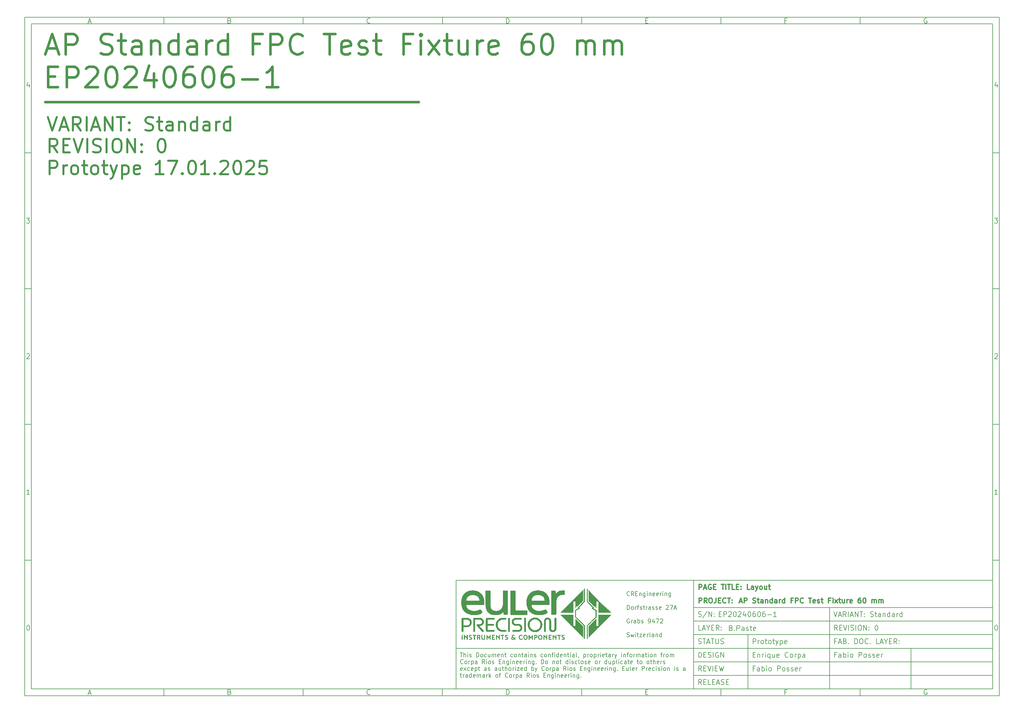
<source format=gbr>
%TF.GenerationSoftware,KiCad,Pcbnew,8.0.9-1.fc41*%
%TF.CreationDate,2025-03-16T15:40:47+01:00*%
%TF.ProjectId,0100_COVERSHEET,30313030-5f43-44f5-9645-525348454554,0*%
%TF.SameCoordinates,Original*%
%TF.FileFunction,Paste,Bot*%
%TF.FilePolarity,Positive*%
%FSLAX46Y46*%
G04 Gerber Fmt 4.6, Leading zero omitted, Abs format (unit mm)*
G04 Created by KiCad (PCBNEW 8.0.9-1.fc41) date 2025-03-16 15:40:47*
%MOMM*%
%LPD*%
G01*
G04 APERTURE LIST*
%ADD10C,0.100000*%
%ADD11C,0.150000*%
%ADD12C,0.300000*%
%ADD13C,0.750000*%
%ADD14C,0.600000*%
%ADD15C,0.000001*%
%ADD16C,0.200000*%
G04 APERTURE END LIST*
D10*
D11*
X7000000Y-203000000D02*
X290000000Y-203000000D01*
X290000000Y-7000000D01*
X7000000Y-7000000D01*
X7000000Y-203000000D01*
D10*
D11*
X132000000Y-171000000D02*
X290000000Y-171000000D01*
X290000000Y-203000000D01*
X132000000Y-203000000D01*
X132000000Y-171000000D01*
D10*
D11*
X202000000Y-203000000D02*
X202000000Y-171000000D01*
D10*
D11*
X290000000Y-199000000D02*
X202000000Y-199000000D01*
D10*
D11*
X290000000Y-195000000D02*
X202000000Y-195000000D01*
D10*
D11*
X290000000Y-191000000D02*
X201000000Y-191000000D01*
D10*
D11*
X290000000Y-187000000D02*
X202000000Y-187000000D01*
D10*
D11*
X290000000Y-183000000D02*
X202000000Y-183000000D01*
D10*
D11*
X290000000Y-179000000D02*
X202000000Y-179000000D01*
D10*
D11*
X266000000Y-203000000D02*
X266000000Y-191000000D01*
D10*
D11*
X242000000Y-203000000D02*
X242000000Y-179000000D01*
D10*
D11*
X218000000Y-203000000D02*
X218000000Y-187000000D01*
D10*
D12*
X203556710Y-173685528D02*
X203556710Y-172185528D01*
X203556710Y-172185528D02*
X204128139Y-172185528D01*
X204128139Y-172185528D02*
X204270996Y-172256957D01*
X204270996Y-172256957D02*
X204342425Y-172328385D01*
X204342425Y-172328385D02*
X204413853Y-172471242D01*
X204413853Y-172471242D02*
X204413853Y-172685528D01*
X204413853Y-172685528D02*
X204342425Y-172828385D01*
X204342425Y-172828385D02*
X204270996Y-172899814D01*
X204270996Y-172899814D02*
X204128139Y-172971242D01*
X204128139Y-172971242D02*
X203556710Y-172971242D01*
X204985282Y-173256957D02*
X205699568Y-173256957D01*
X204842425Y-173685528D02*
X205342425Y-172185528D01*
X205342425Y-172185528D02*
X205842425Y-173685528D01*
X207128139Y-172256957D02*
X206985282Y-172185528D01*
X206985282Y-172185528D02*
X206770996Y-172185528D01*
X206770996Y-172185528D02*
X206556710Y-172256957D01*
X206556710Y-172256957D02*
X206413853Y-172399814D01*
X206413853Y-172399814D02*
X206342424Y-172542671D01*
X206342424Y-172542671D02*
X206270996Y-172828385D01*
X206270996Y-172828385D02*
X206270996Y-173042671D01*
X206270996Y-173042671D02*
X206342424Y-173328385D01*
X206342424Y-173328385D02*
X206413853Y-173471242D01*
X206413853Y-173471242D02*
X206556710Y-173614100D01*
X206556710Y-173614100D02*
X206770996Y-173685528D01*
X206770996Y-173685528D02*
X206913853Y-173685528D01*
X206913853Y-173685528D02*
X207128139Y-173614100D01*
X207128139Y-173614100D02*
X207199567Y-173542671D01*
X207199567Y-173542671D02*
X207199567Y-173042671D01*
X207199567Y-173042671D02*
X206913853Y-173042671D01*
X207842424Y-172899814D02*
X208342424Y-172899814D01*
X208556710Y-173685528D02*
X207842424Y-173685528D01*
X207842424Y-173685528D02*
X207842424Y-172185528D01*
X207842424Y-172185528D02*
X208556710Y-172185528D01*
X210128139Y-172185528D02*
X210985282Y-172185528D01*
X210556710Y-173685528D02*
X210556710Y-172185528D01*
X211485281Y-173685528D02*
X211485281Y-172185528D01*
X211985282Y-172185528D02*
X212842425Y-172185528D01*
X212413853Y-173685528D02*
X212413853Y-172185528D01*
X214056710Y-173685528D02*
X213342424Y-173685528D01*
X213342424Y-173685528D02*
X213342424Y-172185528D01*
X214556710Y-172899814D02*
X215056710Y-172899814D01*
X215270996Y-173685528D02*
X214556710Y-173685528D01*
X214556710Y-173685528D02*
X214556710Y-172185528D01*
X214556710Y-172185528D02*
X215270996Y-172185528D01*
X215913853Y-173542671D02*
X215985282Y-173614100D01*
X215985282Y-173614100D02*
X215913853Y-173685528D01*
X215913853Y-173685528D02*
X215842425Y-173614100D01*
X215842425Y-173614100D02*
X215913853Y-173542671D01*
X215913853Y-173542671D02*
X215913853Y-173685528D01*
X215913853Y-172756957D02*
X215985282Y-172828385D01*
X215985282Y-172828385D02*
X215913853Y-172899814D01*
X215913853Y-172899814D02*
X215842425Y-172828385D01*
X215842425Y-172828385D02*
X215913853Y-172756957D01*
X215913853Y-172756957D02*
X215913853Y-172899814D01*
X218485282Y-173685528D02*
X217770996Y-173685528D01*
X217770996Y-173685528D02*
X217770996Y-172185528D01*
X219628140Y-173685528D02*
X219628140Y-172899814D01*
X219628140Y-172899814D02*
X219556711Y-172756957D01*
X219556711Y-172756957D02*
X219413854Y-172685528D01*
X219413854Y-172685528D02*
X219128140Y-172685528D01*
X219128140Y-172685528D02*
X218985282Y-172756957D01*
X219628140Y-173614100D02*
X219485282Y-173685528D01*
X219485282Y-173685528D02*
X219128140Y-173685528D01*
X219128140Y-173685528D02*
X218985282Y-173614100D01*
X218985282Y-173614100D02*
X218913854Y-173471242D01*
X218913854Y-173471242D02*
X218913854Y-173328385D01*
X218913854Y-173328385D02*
X218985282Y-173185528D01*
X218985282Y-173185528D02*
X219128140Y-173114100D01*
X219128140Y-173114100D02*
X219485282Y-173114100D01*
X219485282Y-173114100D02*
X219628140Y-173042671D01*
X220199568Y-172685528D02*
X220556711Y-173685528D01*
X220913854Y-172685528D02*
X220556711Y-173685528D01*
X220556711Y-173685528D02*
X220413854Y-174042671D01*
X220413854Y-174042671D02*
X220342425Y-174114100D01*
X220342425Y-174114100D02*
X220199568Y-174185528D01*
X221699568Y-173685528D02*
X221556711Y-173614100D01*
X221556711Y-173614100D02*
X221485282Y-173542671D01*
X221485282Y-173542671D02*
X221413854Y-173399814D01*
X221413854Y-173399814D02*
X221413854Y-172971242D01*
X221413854Y-172971242D02*
X221485282Y-172828385D01*
X221485282Y-172828385D02*
X221556711Y-172756957D01*
X221556711Y-172756957D02*
X221699568Y-172685528D01*
X221699568Y-172685528D02*
X221913854Y-172685528D01*
X221913854Y-172685528D02*
X222056711Y-172756957D01*
X222056711Y-172756957D02*
X222128140Y-172828385D01*
X222128140Y-172828385D02*
X222199568Y-172971242D01*
X222199568Y-172971242D02*
X222199568Y-173399814D01*
X222199568Y-173399814D02*
X222128140Y-173542671D01*
X222128140Y-173542671D02*
X222056711Y-173614100D01*
X222056711Y-173614100D02*
X221913854Y-173685528D01*
X221913854Y-173685528D02*
X221699568Y-173685528D01*
X223485283Y-172685528D02*
X223485283Y-173685528D01*
X222842425Y-172685528D02*
X222842425Y-173471242D01*
X222842425Y-173471242D02*
X222913854Y-173614100D01*
X222913854Y-173614100D02*
X223056711Y-173685528D01*
X223056711Y-173685528D02*
X223270997Y-173685528D01*
X223270997Y-173685528D02*
X223413854Y-173614100D01*
X223413854Y-173614100D02*
X223485283Y-173542671D01*
X223985283Y-172685528D02*
X224556711Y-172685528D01*
X224199568Y-172185528D02*
X224199568Y-173471242D01*
X224199568Y-173471242D02*
X224270997Y-173614100D01*
X224270997Y-173614100D02*
X224413854Y-173685528D01*
X224413854Y-173685528D02*
X224556711Y-173685528D01*
D10*
D11*
X201000000Y-191000000D02*
X132000000Y-191000000D01*
D10*
D12*
X203554510Y-177678328D02*
X203554510Y-176178328D01*
X203554510Y-176178328D02*
X204125939Y-176178328D01*
X204125939Y-176178328D02*
X204268796Y-176249757D01*
X204268796Y-176249757D02*
X204340225Y-176321185D01*
X204340225Y-176321185D02*
X204411653Y-176464042D01*
X204411653Y-176464042D02*
X204411653Y-176678328D01*
X204411653Y-176678328D02*
X204340225Y-176821185D01*
X204340225Y-176821185D02*
X204268796Y-176892614D01*
X204268796Y-176892614D02*
X204125939Y-176964042D01*
X204125939Y-176964042D02*
X203554510Y-176964042D01*
X205911653Y-177678328D02*
X205411653Y-176964042D01*
X205054510Y-177678328D02*
X205054510Y-176178328D01*
X205054510Y-176178328D02*
X205625939Y-176178328D01*
X205625939Y-176178328D02*
X205768796Y-176249757D01*
X205768796Y-176249757D02*
X205840225Y-176321185D01*
X205840225Y-176321185D02*
X205911653Y-176464042D01*
X205911653Y-176464042D02*
X205911653Y-176678328D01*
X205911653Y-176678328D02*
X205840225Y-176821185D01*
X205840225Y-176821185D02*
X205768796Y-176892614D01*
X205768796Y-176892614D02*
X205625939Y-176964042D01*
X205625939Y-176964042D02*
X205054510Y-176964042D01*
X206840225Y-176178328D02*
X207125939Y-176178328D01*
X207125939Y-176178328D02*
X207268796Y-176249757D01*
X207268796Y-176249757D02*
X207411653Y-176392614D01*
X207411653Y-176392614D02*
X207483082Y-176678328D01*
X207483082Y-176678328D02*
X207483082Y-177178328D01*
X207483082Y-177178328D02*
X207411653Y-177464042D01*
X207411653Y-177464042D02*
X207268796Y-177606900D01*
X207268796Y-177606900D02*
X207125939Y-177678328D01*
X207125939Y-177678328D02*
X206840225Y-177678328D01*
X206840225Y-177678328D02*
X206697368Y-177606900D01*
X206697368Y-177606900D02*
X206554510Y-177464042D01*
X206554510Y-177464042D02*
X206483082Y-177178328D01*
X206483082Y-177178328D02*
X206483082Y-176678328D01*
X206483082Y-176678328D02*
X206554510Y-176392614D01*
X206554510Y-176392614D02*
X206697368Y-176249757D01*
X206697368Y-176249757D02*
X206840225Y-176178328D01*
X208554511Y-176178328D02*
X208554511Y-177249757D01*
X208554511Y-177249757D02*
X208483082Y-177464042D01*
X208483082Y-177464042D02*
X208340225Y-177606900D01*
X208340225Y-177606900D02*
X208125939Y-177678328D01*
X208125939Y-177678328D02*
X207983082Y-177678328D01*
X209268796Y-176892614D02*
X209768796Y-176892614D01*
X209983082Y-177678328D02*
X209268796Y-177678328D01*
X209268796Y-177678328D02*
X209268796Y-176178328D01*
X209268796Y-176178328D02*
X209983082Y-176178328D01*
X211483082Y-177535471D02*
X211411654Y-177606900D01*
X211411654Y-177606900D02*
X211197368Y-177678328D01*
X211197368Y-177678328D02*
X211054511Y-177678328D01*
X211054511Y-177678328D02*
X210840225Y-177606900D01*
X210840225Y-177606900D02*
X210697368Y-177464042D01*
X210697368Y-177464042D02*
X210625939Y-177321185D01*
X210625939Y-177321185D02*
X210554511Y-177035471D01*
X210554511Y-177035471D02*
X210554511Y-176821185D01*
X210554511Y-176821185D02*
X210625939Y-176535471D01*
X210625939Y-176535471D02*
X210697368Y-176392614D01*
X210697368Y-176392614D02*
X210840225Y-176249757D01*
X210840225Y-176249757D02*
X211054511Y-176178328D01*
X211054511Y-176178328D02*
X211197368Y-176178328D01*
X211197368Y-176178328D02*
X211411654Y-176249757D01*
X211411654Y-176249757D02*
X211483082Y-176321185D01*
X211911654Y-176178328D02*
X212768797Y-176178328D01*
X212340225Y-177678328D02*
X212340225Y-176178328D01*
X213268796Y-177535471D02*
X213340225Y-177606900D01*
X213340225Y-177606900D02*
X213268796Y-177678328D01*
X213268796Y-177678328D02*
X213197368Y-177606900D01*
X213197368Y-177606900D02*
X213268796Y-177535471D01*
X213268796Y-177535471D02*
X213268796Y-177678328D01*
X213268796Y-176749757D02*
X213340225Y-176821185D01*
X213340225Y-176821185D02*
X213268796Y-176892614D01*
X213268796Y-176892614D02*
X213197368Y-176821185D01*
X213197368Y-176821185D02*
X213268796Y-176749757D01*
X213268796Y-176749757D02*
X213268796Y-176892614D01*
D10*
D11*
X203384398Y-181614700D02*
X203598684Y-181686128D01*
X203598684Y-181686128D02*
X203955826Y-181686128D01*
X203955826Y-181686128D02*
X204098684Y-181614700D01*
X204098684Y-181614700D02*
X204170112Y-181543271D01*
X204170112Y-181543271D02*
X204241541Y-181400414D01*
X204241541Y-181400414D02*
X204241541Y-181257557D01*
X204241541Y-181257557D02*
X204170112Y-181114700D01*
X204170112Y-181114700D02*
X204098684Y-181043271D01*
X204098684Y-181043271D02*
X203955826Y-180971842D01*
X203955826Y-180971842D02*
X203670112Y-180900414D01*
X203670112Y-180900414D02*
X203527255Y-180828985D01*
X203527255Y-180828985D02*
X203455826Y-180757557D01*
X203455826Y-180757557D02*
X203384398Y-180614700D01*
X203384398Y-180614700D02*
X203384398Y-180471842D01*
X203384398Y-180471842D02*
X203455826Y-180328985D01*
X203455826Y-180328985D02*
X203527255Y-180257557D01*
X203527255Y-180257557D02*
X203670112Y-180186128D01*
X203670112Y-180186128D02*
X204027255Y-180186128D01*
X204027255Y-180186128D02*
X204241541Y-180257557D01*
X205955826Y-180114700D02*
X204670112Y-182043271D01*
X206455826Y-181686128D02*
X206455826Y-180186128D01*
X206455826Y-180186128D02*
X207312969Y-181686128D01*
X207312969Y-181686128D02*
X207312969Y-180186128D01*
X208027255Y-181543271D02*
X208098684Y-181614700D01*
X208098684Y-181614700D02*
X208027255Y-181686128D01*
X208027255Y-181686128D02*
X207955827Y-181614700D01*
X207955827Y-181614700D02*
X208027255Y-181543271D01*
X208027255Y-181543271D02*
X208027255Y-181686128D01*
X208027255Y-180757557D02*
X208098684Y-180828985D01*
X208098684Y-180828985D02*
X208027255Y-180900414D01*
X208027255Y-180900414D02*
X207955827Y-180828985D01*
X207955827Y-180828985D02*
X208027255Y-180757557D01*
X208027255Y-180757557D02*
X208027255Y-180900414D01*
D10*
D11*
X203455826Y-193686128D02*
X203455826Y-192186128D01*
X203455826Y-192186128D02*
X203812969Y-192186128D01*
X203812969Y-192186128D02*
X204027255Y-192257557D01*
X204027255Y-192257557D02*
X204170112Y-192400414D01*
X204170112Y-192400414D02*
X204241541Y-192543271D01*
X204241541Y-192543271D02*
X204312969Y-192828985D01*
X204312969Y-192828985D02*
X204312969Y-193043271D01*
X204312969Y-193043271D02*
X204241541Y-193328985D01*
X204241541Y-193328985D02*
X204170112Y-193471842D01*
X204170112Y-193471842D02*
X204027255Y-193614700D01*
X204027255Y-193614700D02*
X203812969Y-193686128D01*
X203812969Y-193686128D02*
X203455826Y-193686128D01*
X204955826Y-192900414D02*
X205455826Y-192900414D01*
X205670112Y-193686128D02*
X204955826Y-193686128D01*
X204955826Y-193686128D02*
X204955826Y-192186128D01*
X204955826Y-192186128D02*
X205670112Y-192186128D01*
X206241541Y-193614700D02*
X206455827Y-193686128D01*
X206455827Y-193686128D02*
X206812969Y-193686128D01*
X206812969Y-193686128D02*
X206955827Y-193614700D01*
X206955827Y-193614700D02*
X207027255Y-193543271D01*
X207027255Y-193543271D02*
X207098684Y-193400414D01*
X207098684Y-193400414D02*
X207098684Y-193257557D01*
X207098684Y-193257557D02*
X207027255Y-193114700D01*
X207027255Y-193114700D02*
X206955827Y-193043271D01*
X206955827Y-193043271D02*
X206812969Y-192971842D01*
X206812969Y-192971842D02*
X206527255Y-192900414D01*
X206527255Y-192900414D02*
X206384398Y-192828985D01*
X206384398Y-192828985D02*
X206312969Y-192757557D01*
X206312969Y-192757557D02*
X206241541Y-192614700D01*
X206241541Y-192614700D02*
X206241541Y-192471842D01*
X206241541Y-192471842D02*
X206312969Y-192328985D01*
X206312969Y-192328985D02*
X206384398Y-192257557D01*
X206384398Y-192257557D02*
X206527255Y-192186128D01*
X206527255Y-192186128D02*
X206884398Y-192186128D01*
X206884398Y-192186128D02*
X207098684Y-192257557D01*
X207741540Y-193686128D02*
X207741540Y-192186128D01*
X209241541Y-192257557D02*
X209098684Y-192186128D01*
X209098684Y-192186128D02*
X208884398Y-192186128D01*
X208884398Y-192186128D02*
X208670112Y-192257557D01*
X208670112Y-192257557D02*
X208527255Y-192400414D01*
X208527255Y-192400414D02*
X208455826Y-192543271D01*
X208455826Y-192543271D02*
X208384398Y-192828985D01*
X208384398Y-192828985D02*
X208384398Y-193043271D01*
X208384398Y-193043271D02*
X208455826Y-193328985D01*
X208455826Y-193328985D02*
X208527255Y-193471842D01*
X208527255Y-193471842D02*
X208670112Y-193614700D01*
X208670112Y-193614700D02*
X208884398Y-193686128D01*
X208884398Y-193686128D02*
X209027255Y-193686128D01*
X209027255Y-193686128D02*
X209241541Y-193614700D01*
X209241541Y-193614700D02*
X209312969Y-193543271D01*
X209312969Y-193543271D02*
X209312969Y-193043271D01*
X209312969Y-193043271D02*
X209027255Y-193043271D01*
X209955826Y-193686128D02*
X209955826Y-192186128D01*
X209955826Y-192186128D02*
X210812969Y-193686128D01*
X210812969Y-193686128D02*
X210812969Y-192186128D01*
D10*
D11*
X204312969Y-197686128D02*
X203812969Y-196971842D01*
X203455826Y-197686128D02*
X203455826Y-196186128D01*
X203455826Y-196186128D02*
X204027255Y-196186128D01*
X204027255Y-196186128D02*
X204170112Y-196257557D01*
X204170112Y-196257557D02*
X204241541Y-196328985D01*
X204241541Y-196328985D02*
X204312969Y-196471842D01*
X204312969Y-196471842D02*
X204312969Y-196686128D01*
X204312969Y-196686128D02*
X204241541Y-196828985D01*
X204241541Y-196828985D02*
X204170112Y-196900414D01*
X204170112Y-196900414D02*
X204027255Y-196971842D01*
X204027255Y-196971842D02*
X203455826Y-196971842D01*
X204955826Y-196900414D02*
X205455826Y-196900414D01*
X205670112Y-197686128D02*
X204955826Y-197686128D01*
X204955826Y-197686128D02*
X204955826Y-196186128D01*
X204955826Y-196186128D02*
X205670112Y-196186128D01*
X206098684Y-196186128D02*
X206598684Y-197686128D01*
X206598684Y-197686128D02*
X207098684Y-196186128D01*
X207598683Y-197686128D02*
X207598683Y-196186128D01*
X208312969Y-196900414D02*
X208812969Y-196900414D01*
X209027255Y-197686128D02*
X208312969Y-197686128D01*
X208312969Y-197686128D02*
X208312969Y-196186128D01*
X208312969Y-196186128D02*
X209027255Y-196186128D01*
X209527255Y-196186128D02*
X209884398Y-197686128D01*
X209884398Y-197686128D02*
X210170112Y-196614700D01*
X210170112Y-196614700D02*
X210455827Y-197686128D01*
X210455827Y-197686128D02*
X210812970Y-196186128D01*
D10*
D11*
X204312969Y-201686128D02*
X203812969Y-200971842D01*
X203455826Y-201686128D02*
X203455826Y-200186128D01*
X203455826Y-200186128D02*
X204027255Y-200186128D01*
X204027255Y-200186128D02*
X204170112Y-200257557D01*
X204170112Y-200257557D02*
X204241541Y-200328985D01*
X204241541Y-200328985D02*
X204312969Y-200471842D01*
X204312969Y-200471842D02*
X204312969Y-200686128D01*
X204312969Y-200686128D02*
X204241541Y-200828985D01*
X204241541Y-200828985D02*
X204170112Y-200900414D01*
X204170112Y-200900414D02*
X204027255Y-200971842D01*
X204027255Y-200971842D02*
X203455826Y-200971842D01*
X204955826Y-200900414D02*
X205455826Y-200900414D01*
X205670112Y-201686128D02*
X204955826Y-201686128D01*
X204955826Y-201686128D02*
X204955826Y-200186128D01*
X204955826Y-200186128D02*
X205670112Y-200186128D01*
X207027255Y-201686128D02*
X206312969Y-201686128D01*
X206312969Y-201686128D02*
X206312969Y-200186128D01*
X207527255Y-200900414D02*
X208027255Y-200900414D01*
X208241541Y-201686128D02*
X207527255Y-201686128D01*
X207527255Y-201686128D02*
X207527255Y-200186128D01*
X207527255Y-200186128D02*
X208241541Y-200186128D01*
X208812970Y-201257557D02*
X209527256Y-201257557D01*
X208670113Y-201686128D02*
X209170113Y-200186128D01*
X209170113Y-200186128D02*
X209670113Y-201686128D01*
X210098684Y-201614700D02*
X210312970Y-201686128D01*
X210312970Y-201686128D02*
X210670112Y-201686128D01*
X210670112Y-201686128D02*
X210812970Y-201614700D01*
X210812970Y-201614700D02*
X210884398Y-201543271D01*
X210884398Y-201543271D02*
X210955827Y-201400414D01*
X210955827Y-201400414D02*
X210955827Y-201257557D01*
X210955827Y-201257557D02*
X210884398Y-201114700D01*
X210884398Y-201114700D02*
X210812970Y-201043271D01*
X210812970Y-201043271D02*
X210670112Y-200971842D01*
X210670112Y-200971842D02*
X210384398Y-200900414D01*
X210384398Y-200900414D02*
X210241541Y-200828985D01*
X210241541Y-200828985D02*
X210170112Y-200757557D01*
X210170112Y-200757557D02*
X210098684Y-200614700D01*
X210098684Y-200614700D02*
X210098684Y-200471842D01*
X210098684Y-200471842D02*
X210170112Y-200328985D01*
X210170112Y-200328985D02*
X210241541Y-200257557D01*
X210241541Y-200257557D02*
X210384398Y-200186128D01*
X210384398Y-200186128D02*
X210741541Y-200186128D01*
X210741541Y-200186128D02*
X210955827Y-200257557D01*
X211598683Y-200900414D02*
X212098683Y-200900414D01*
X212312969Y-201686128D02*
X211598683Y-201686128D01*
X211598683Y-201686128D02*
X211598683Y-200186128D01*
X211598683Y-200186128D02*
X212312969Y-200186128D01*
D10*
D11*
X243241541Y-180186128D02*
X243741541Y-181686128D01*
X243741541Y-181686128D02*
X244241541Y-180186128D01*
X244670112Y-181257557D02*
X245384398Y-181257557D01*
X244527255Y-181686128D02*
X245027255Y-180186128D01*
X245027255Y-180186128D02*
X245527255Y-181686128D01*
X246884397Y-181686128D02*
X246384397Y-180971842D01*
X246027254Y-181686128D02*
X246027254Y-180186128D01*
X246027254Y-180186128D02*
X246598683Y-180186128D01*
X246598683Y-180186128D02*
X246741540Y-180257557D01*
X246741540Y-180257557D02*
X246812969Y-180328985D01*
X246812969Y-180328985D02*
X246884397Y-180471842D01*
X246884397Y-180471842D02*
X246884397Y-180686128D01*
X246884397Y-180686128D02*
X246812969Y-180828985D01*
X246812969Y-180828985D02*
X246741540Y-180900414D01*
X246741540Y-180900414D02*
X246598683Y-180971842D01*
X246598683Y-180971842D02*
X246027254Y-180971842D01*
X247527254Y-181686128D02*
X247527254Y-180186128D01*
X248170112Y-181257557D02*
X248884398Y-181257557D01*
X248027255Y-181686128D02*
X248527255Y-180186128D01*
X248527255Y-180186128D02*
X249027255Y-181686128D01*
X249527254Y-181686128D02*
X249527254Y-180186128D01*
X249527254Y-180186128D02*
X250384397Y-181686128D01*
X250384397Y-181686128D02*
X250384397Y-180186128D01*
X250884398Y-180186128D02*
X251741541Y-180186128D01*
X251312969Y-181686128D02*
X251312969Y-180186128D01*
X252241540Y-181543271D02*
X252312969Y-181614700D01*
X252312969Y-181614700D02*
X252241540Y-181686128D01*
X252241540Y-181686128D02*
X252170112Y-181614700D01*
X252170112Y-181614700D02*
X252241540Y-181543271D01*
X252241540Y-181543271D02*
X252241540Y-181686128D01*
X252241540Y-180757557D02*
X252312969Y-180828985D01*
X252312969Y-180828985D02*
X252241540Y-180900414D01*
X252241540Y-180900414D02*
X252170112Y-180828985D01*
X252170112Y-180828985D02*
X252241540Y-180757557D01*
X252241540Y-180757557D02*
X252241540Y-180900414D01*
X254027255Y-181614700D02*
X254241541Y-181686128D01*
X254241541Y-181686128D02*
X254598683Y-181686128D01*
X254598683Y-181686128D02*
X254741541Y-181614700D01*
X254741541Y-181614700D02*
X254812969Y-181543271D01*
X254812969Y-181543271D02*
X254884398Y-181400414D01*
X254884398Y-181400414D02*
X254884398Y-181257557D01*
X254884398Y-181257557D02*
X254812969Y-181114700D01*
X254812969Y-181114700D02*
X254741541Y-181043271D01*
X254741541Y-181043271D02*
X254598683Y-180971842D01*
X254598683Y-180971842D02*
X254312969Y-180900414D01*
X254312969Y-180900414D02*
X254170112Y-180828985D01*
X254170112Y-180828985D02*
X254098683Y-180757557D01*
X254098683Y-180757557D02*
X254027255Y-180614700D01*
X254027255Y-180614700D02*
X254027255Y-180471842D01*
X254027255Y-180471842D02*
X254098683Y-180328985D01*
X254098683Y-180328985D02*
X254170112Y-180257557D01*
X254170112Y-180257557D02*
X254312969Y-180186128D01*
X254312969Y-180186128D02*
X254670112Y-180186128D01*
X254670112Y-180186128D02*
X254884398Y-180257557D01*
X255312969Y-180686128D02*
X255884397Y-180686128D01*
X255527254Y-180186128D02*
X255527254Y-181471842D01*
X255527254Y-181471842D02*
X255598683Y-181614700D01*
X255598683Y-181614700D02*
X255741540Y-181686128D01*
X255741540Y-181686128D02*
X255884397Y-181686128D01*
X257027255Y-181686128D02*
X257027255Y-180900414D01*
X257027255Y-180900414D02*
X256955826Y-180757557D01*
X256955826Y-180757557D02*
X256812969Y-180686128D01*
X256812969Y-180686128D02*
X256527255Y-180686128D01*
X256527255Y-180686128D02*
X256384397Y-180757557D01*
X257027255Y-181614700D02*
X256884397Y-181686128D01*
X256884397Y-181686128D02*
X256527255Y-181686128D01*
X256527255Y-181686128D02*
X256384397Y-181614700D01*
X256384397Y-181614700D02*
X256312969Y-181471842D01*
X256312969Y-181471842D02*
X256312969Y-181328985D01*
X256312969Y-181328985D02*
X256384397Y-181186128D01*
X256384397Y-181186128D02*
X256527255Y-181114700D01*
X256527255Y-181114700D02*
X256884397Y-181114700D01*
X256884397Y-181114700D02*
X257027255Y-181043271D01*
X257741540Y-180686128D02*
X257741540Y-181686128D01*
X257741540Y-180828985D02*
X257812969Y-180757557D01*
X257812969Y-180757557D02*
X257955826Y-180686128D01*
X257955826Y-180686128D02*
X258170112Y-180686128D01*
X258170112Y-180686128D02*
X258312969Y-180757557D01*
X258312969Y-180757557D02*
X258384398Y-180900414D01*
X258384398Y-180900414D02*
X258384398Y-181686128D01*
X259741541Y-181686128D02*
X259741541Y-180186128D01*
X259741541Y-181614700D02*
X259598683Y-181686128D01*
X259598683Y-181686128D02*
X259312969Y-181686128D01*
X259312969Y-181686128D02*
X259170112Y-181614700D01*
X259170112Y-181614700D02*
X259098683Y-181543271D01*
X259098683Y-181543271D02*
X259027255Y-181400414D01*
X259027255Y-181400414D02*
X259027255Y-180971842D01*
X259027255Y-180971842D02*
X259098683Y-180828985D01*
X259098683Y-180828985D02*
X259170112Y-180757557D01*
X259170112Y-180757557D02*
X259312969Y-180686128D01*
X259312969Y-180686128D02*
X259598683Y-180686128D01*
X259598683Y-180686128D02*
X259741541Y-180757557D01*
X261098684Y-181686128D02*
X261098684Y-180900414D01*
X261098684Y-180900414D02*
X261027255Y-180757557D01*
X261027255Y-180757557D02*
X260884398Y-180686128D01*
X260884398Y-180686128D02*
X260598684Y-180686128D01*
X260598684Y-180686128D02*
X260455826Y-180757557D01*
X261098684Y-181614700D02*
X260955826Y-181686128D01*
X260955826Y-181686128D02*
X260598684Y-181686128D01*
X260598684Y-181686128D02*
X260455826Y-181614700D01*
X260455826Y-181614700D02*
X260384398Y-181471842D01*
X260384398Y-181471842D02*
X260384398Y-181328985D01*
X260384398Y-181328985D02*
X260455826Y-181186128D01*
X260455826Y-181186128D02*
X260598684Y-181114700D01*
X260598684Y-181114700D02*
X260955826Y-181114700D01*
X260955826Y-181114700D02*
X261098684Y-181043271D01*
X261812969Y-181686128D02*
X261812969Y-180686128D01*
X261812969Y-180971842D02*
X261884398Y-180828985D01*
X261884398Y-180828985D02*
X261955827Y-180757557D01*
X261955827Y-180757557D02*
X262098684Y-180686128D01*
X262098684Y-180686128D02*
X262241541Y-180686128D01*
X263384398Y-181686128D02*
X263384398Y-180186128D01*
X263384398Y-181614700D02*
X263241540Y-181686128D01*
X263241540Y-181686128D02*
X262955826Y-181686128D01*
X262955826Y-181686128D02*
X262812969Y-181614700D01*
X262812969Y-181614700D02*
X262741540Y-181543271D01*
X262741540Y-181543271D02*
X262670112Y-181400414D01*
X262670112Y-181400414D02*
X262670112Y-180971842D01*
X262670112Y-180971842D02*
X262741540Y-180828985D01*
X262741540Y-180828985D02*
X262812969Y-180757557D01*
X262812969Y-180757557D02*
X262955826Y-180686128D01*
X262955826Y-180686128D02*
X263241540Y-180686128D01*
X263241540Y-180686128D02*
X263384398Y-180757557D01*
D10*
D11*
X244312969Y-185686128D02*
X243812969Y-184971842D01*
X243455826Y-185686128D02*
X243455826Y-184186128D01*
X243455826Y-184186128D02*
X244027255Y-184186128D01*
X244027255Y-184186128D02*
X244170112Y-184257557D01*
X244170112Y-184257557D02*
X244241541Y-184328985D01*
X244241541Y-184328985D02*
X244312969Y-184471842D01*
X244312969Y-184471842D02*
X244312969Y-184686128D01*
X244312969Y-184686128D02*
X244241541Y-184828985D01*
X244241541Y-184828985D02*
X244170112Y-184900414D01*
X244170112Y-184900414D02*
X244027255Y-184971842D01*
X244027255Y-184971842D02*
X243455826Y-184971842D01*
X244955826Y-184900414D02*
X245455826Y-184900414D01*
X245670112Y-185686128D02*
X244955826Y-185686128D01*
X244955826Y-185686128D02*
X244955826Y-184186128D01*
X244955826Y-184186128D02*
X245670112Y-184186128D01*
X246098684Y-184186128D02*
X246598684Y-185686128D01*
X246598684Y-185686128D02*
X247098684Y-184186128D01*
X247598683Y-185686128D02*
X247598683Y-184186128D01*
X248241541Y-185614700D02*
X248455827Y-185686128D01*
X248455827Y-185686128D02*
X248812969Y-185686128D01*
X248812969Y-185686128D02*
X248955827Y-185614700D01*
X248955827Y-185614700D02*
X249027255Y-185543271D01*
X249027255Y-185543271D02*
X249098684Y-185400414D01*
X249098684Y-185400414D02*
X249098684Y-185257557D01*
X249098684Y-185257557D02*
X249027255Y-185114700D01*
X249027255Y-185114700D02*
X248955827Y-185043271D01*
X248955827Y-185043271D02*
X248812969Y-184971842D01*
X248812969Y-184971842D02*
X248527255Y-184900414D01*
X248527255Y-184900414D02*
X248384398Y-184828985D01*
X248384398Y-184828985D02*
X248312969Y-184757557D01*
X248312969Y-184757557D02*
X248241541Y-184614700D01*
X248241541Y-184614700D02*
X248241541Y-184471842D01*
X248241541Y-184471842D02*
X248312969Y-184328985D01*
X248312969Y-184328985D02*
X248384398Y-184257557D01*
X248384398Y-184257557D02*
X248527255Y-184186128D01*
X248527255Y-184186128D02*
X248884398Y-184186128D01*
X248884398Y-184186128D02*
X249098684Y-184257557D01*
X249741540Y-185686128D02*
X249741540Y-184186128D01*
X250741541Y-184186128D02*
X251027255Y-184186128D01*
X251027255Y-184186128D02*
X251170112Y-184257557D01*
X251170112Y-184257557D02*
X251312969Y-184400414D01*
X251312969Y-184400414D02*
X251384398Y-184686128D01*
X251384398Y-184686128D02*
X251384398Y-185186128D01*
X251384398Y-185186128D02*
X251312969Y-185471842D01*
X251312969Y-185471842D02*
X251170112Y-185614700D01*
X251170112Y-185614700D02*
X251027255Y-185686128D01*
X251027255Y-185686128D02*
X250741541Y-185686128D01*
X250741541Y-185686128D02*
X250598684Y-185614700D01*
X250598684Y-185614700D02*
X250455826Y-185471842D01*
X250455826Y-185471842D02*
X250384398Y-185186128D01*
X250384398Y-185186128D02*
X250384398Y-184686128D01*
X250384398Y-184686128D02*
X250455826Y-184400414D01*
X250455826Y-184400414D02*
X250598684Y-184257557D01*
X250598684Y-184257557D02*
X250741541Y-184186128D01*
X252027255Y-185686128D02*
X252027255Y-184186128D01*
X252027255Y-184186128D02*
X252884398Y-185686128D01*
X252884398Y-185686128D02*
X252884398Y-184186128D01*
X253598684Y-185543271D02*
X253670113Y-185614700D01*
X253670113Y-185614700D02*
X253598684Y-185686128D01*
X253598684Y-185686128D02*
X253527256Y-185614700D01*
X253527256Y-185614700D02*
X253598684Y-185543271D01*
X253598684Y-185543271D02*
X253598684Y-185686128D01*
X253598684Y-184757557D02*
X253670113Y-184828985D01*
X253670113Y-184828985D02*
X253598684Y-184900414D01*
X253598684Y-184900414D02*
X253527256Y-184828985D01*
X253527256Y-184828985D02*
X253598684Y-184757557D01*
X253598684Y-184757557D02*
X253598684Y-184900414D01*
X255741542Y-184186128D02*
X255884399Y-184186128D01*
X255884399Y-184186128D02*
X256027256Y-184257557D01*
X256027256Y-184257557D02*
X256098685Y-184328985D01*
X256098685Y-184328985D02*
X256170113Y-184471842D01*
X256170113Y-184471842D02*
X256241542Y-184757557D01*
X256241542Y-184757557D02*
X256241542Y-185114700D01*
X256241542Y-185114700D02*
X256170113Y-185400414D01*
X256170113Y-185400414D02*
X256098685Y-185543271D01*
X256098685Y-185543271D02*
X256027256Y-185614700D01*
X256027256Y-185614700D02*
X255884399Y-185686128D01*
X255884399Y-185686128D02*
X255741542Y-185686128D01*
X255741542Y-185686128D02*
X255598685Y-185614700D01*
X255598685Y-185614700D02*
X255527256Y-185543271D01*
X255527256Y-185543271D02*
X255455827Y-185400414D01*
X255455827Y-185400414D02*
X255384399Y-185114700D01*
X255384399Y-185114700D02*
X255384399Y-184757557D01*
X255384399Y-184757557D02*
X255455827Y-184471842D01*
X255455827Y-184471842D02*
X255527256Y-184328985D01*
X255527256Y-184328985D02*
X255598685Y-184257557D01*
X255598685Y-184257557D02*
X255741542Y-184186128D01*
D10*
D11*
X203384398Y-189614700D02*
X203598684Y-189686128D01*
X203598684Y-189686128D02*
X203955826Y-189686128D01*
X203955826Y-189686128D02*
X204098684Y-189614700D01*
X204098684Y-189614700D02*
X204170112Y-189543271D01*
X204170112Y-189543271D02*
X204241541Y-189400414D01*
X204241541Y-189400414D02*
X204241541Y-189257557D01*
X204241541Y-189257557D02*
X204170112Y-189114700D01*
X204170112Y-189114700D02*
X204098684Y-189043271D01*
X204098684Y-189043271D02*
X203955826Y-188971842D01*
X203955826Y-188971842D02*
X203670112Y-188900414D01*
X203670112Y-188900414D02*
X203527255Y-188828985D01*
X203527255Y-188828985D02*
X203455826Y-188757557D01*
X203455826Y-188757557D02*
X203384398Y-188614700D01*
X203384398Y-188614700D02*
X203384398Y-188471842D01*
X203384398Y-188471842D02*
X203455826Y-188328985D01*
X203455826Y-188328985D02*
X203527255Y-188257557D01*
X203527255Y-188257557D02*
X203670112Y-188186128D01*
X203670112Y-188186128D02*
X204027255Y-188186128D01*
X204027255Y-188186128D02*
X204241541Y-188257557D01*
X204670112Y-188186128D02*
X205527255Y-188186128D01*
X205098683Y-189686128D02*
X205098683Y-188186128D01*
X205955826Y-189257557D02*
X206670112Y-189257557D01*
X205812969Y-189686128D02*
X206312969Y-188186128D01*
X206312969Y-188186128D02*
X206812969Y-189686128D01*
X207098683Y-188186128D02*
X207955826Y-188186128D01*
X207527254Y-189686128D02*
X207527254Y-188186128D01*
X208455825Y-188186128D02*
X208455825Y-189400414D01*
X208455825Y-189400414D02*
X208527254Y-189543271D01*
X208527254Y-189543271D02*
X208598683Y-189614700D01*
X208598683Y-189614700D02*
X208741540Y-189686128D01*
X208741540Y-189686128D02*
X209027254Y-189686128D01*
X209027254Y-189686128D02*
X209170111Y-189614700D01*
X209170111Y-189614700D02*
X209241540Y-189543271D01*
X209241540Y-189543271D02*
X209312968Y-189400414D01*
X209312968Y-189400414D02*
X209312968Y-188186128D01*
X209955826Y-189614700D02*
X210170112Y-189686128D01*
X210170112Y-189686128D02*
X210527254Y-189686128D01*
X210527254Y-189686128D02*
X210670112Y-189614700D01*
X210670112Y-189614700D02*
X210741540Y-189543271D01*
X210741540Y-189543271D02*
X210812969Y-189400414D01*
X210812969Y-189400414D02*
X210812969Y-189257557D01*
X210812969Y-189257557D02*
X210741540Y-189114700D01*
X210741540Y-189114700D02*
X210670112Y-189043271D01*
X210670112Y-189043271D02*
X210527254Y-188971842D01*
X210527254Y-188971842D02*
X210241540Y-188900414D01*
X210241540Y-188900414D02*
X210098683Y-188828985D01*
X210098683Y-188828985D02*
X210027254Y-188757557D01*
X210027254Y-188757557D02*
X209955826Y-188614700D01*
X209955826Y-188614700D02*
X209955826Y-188471842D01*
X209955826Y-188471842D02*
X210027254Y-188328985D01*
X210027254Y-188328985D02*
X210098683Y-188257557D01*
X210098683Y-188257557D02*
X210241540Y-188186128D01*
X210241540Y-188186128D02*
X210598683Y-188186128D01*
X210598683Y-188186128D02*
X210812969Y-188257557D01*
D10*
D11*
X219455826Y-189686128D02*
X219455826Y-188186128D01*
X219455826Y-188186128D02*
X220027255Y-188186128D01*
X220027255Y-188186128D02*
X220170112Y-188257557D01*
X220170112Y-188257557D02*
X220241541Y-188328985D01*
X220241541Y-188328985D02*
X220312969Y-188471842D01*
X220312969Y-188471842D02*
X220312969Y-188686128D01*
X220312969Y-188686128D02*
X220241541Y-188828985D01*
X220241541Y-188828985D02*
X220170112Y-188900414D01*
X220170112Y-188900414D02*
X220027255Y-188971842D01*
X220027255Y-188971842D02*
X219455826Y-188971842D01*
X220955826Y-189686128D02*
X220955826Y-188686128D01*
X220955826Y-188971842D02*
X221027255Y-188828985D01*
X221027255Y-188828985D02*
X221098684Y-188757557D01*
X221098684Y-188757557D02*
X221241541Y-188686128D01*
X221241541Y-188686128D02*
X221384398Y-188686128D01*
X222098683Y-189686128D02*
X221955826Y-189614700D01*
X221955826Y-189614700D02*
X221884397Y-189543271D01*
X221884397Y-189543271D02*
X221812969Y-189400414D01*
X221812969Y-189400414D02*
X221812969Y-188971842D01*
X221812969Y-188971842D02*
X221884397Y-188828985D01*
X221884397Y-188828985D02*
X221955826Y-188757557D01*
X221955826Y-188757557D02*
X222098683Y-188686128D01*
X222098683Y-188686128D02*
X222312969Y-188686128D01*
X222312969Y-188686128D02*
X222455826Y-188757557D01*
X222455826Y-188757557D02*
X222527255Y-188828985D01*
X222527255Y-188828985D02*
X222598683Y-188971842D01*
X222598683Y-188971842D02*
X222598683Y-189400414D01*
X222598683Y-189400414D02*
X222527255Y-189543271D01*
X222527255Y-189543271D02*
X222455826Y-189614700D01*
X222455826Y-189614700D02*
X222312969Y-189686128D01*
X222312969Y-189686128D02*
X222098683Y-189686128D01*
X223027255Y-188686128D02*
X223598683Y-188686128D01*
X223241540Y-188186128D02*
X223241540Y-189471842D01*
X223241540Y-189471842D02*
X223312969Y-189614700D01*
X223312969Y-189614700D02*
X223455826Y-189686128D01*
X223455826Y-189686128D02*
X223598683Y-189686128D01*
X224312969Y-189686128D02*
X224170112Y-189614700D01*
X224170112Y-189614700D02*
X224098683Y-189543271D01*
X224098683Y-189543271D02*
X224027255Y-189400414D01*
X224027255Y-189400414D02*
X224027255Y-188971842D01*
X224027255Y-188971842D02*
X224098683Y-188828985D01*
X224098683Y-188828985D02*
X224170112Y-188757557D01*
X224170112Y-188757557D02*
X224312969Y-188686128D01*
X224312969Y-188686128D02*
X224527255Y-188686128D01*
X224527255Y-188686128D02*
X224670112Y-188757557D01*
X224670112Y-188757557D02*
X224741541Y-188828985D01*
X224741541Y-188828985D02*
X224812969Y-188971842D01*
X224812969Y-188971842D02*
X224812969Y-189400414D01*
X224812969Y-189400414D02*
X224741541Y-189543271D01*
X224741541Y-189543271D02*
X224670112Y-189614700D01*
X224670112Y-189614700D02*
X224527255Y-189686128D01*
X224527255Y-189686128D02*
X224312969Y-189686128D01*
X225241541Y-188686128D02*
X225812969Y-188686128D01*
X225455826Y-188186128D02*
X225455826Y-189471842D01*
X225455826Y-189471842D02*
X225527255Y-189614700D01*
X225527255Y-189614700D02*
X225670112Y-189686128D01*
X225670112Y-189686128D02*
X225812969Y-189686128D01*
X226170112Y-188686128D02*
X226527255Y-189686128D01*
X226884398Y-188686128D02*
X226527255Y-189686128D01*
X226527255Y-189686128D02*
X226384398Y-190043271D01*
X226384398Y-190043271D02*
X226312969Y-190114700D01*
X226312969Y-190114700D02*
X226170112Y-190186128D01*
X227455826Y-188686128D02*
X227455826Y-190186128D01*
X227455826Y-188757557D02*
X227598684Y-188686128D01*
X227598684Y-188686128D02*
X227884398Y-188686128D01*
X227884398Y-188686128D02*
X228027255Y-188757557D01*
X228027255Y-188757557D02*
X228098684Y-188828985D01*
X228098684Y-188828985D02*
X228170112Y-188971842D01*
X228170112Y-188971842D02*
X228170112Y-189400414D01*
X228170112Y-189400414D02*
X228098684Y-189543271D01*
X228098684Y-189543271D02*
X228027255Y-189614700D01*
X228027255Y-189614700D02*
X227884398Y-189686128D01*
X227884398Y-189686128D02*
X227598684Y-189686128D01*
X227598684Y-189686128D02*
X227455826Y-189614700D01*
X229384398Y-189614700D02*
X229241541Y-189686128D01*
X229241541Y-189686128D02*
X228955827Y-189686128D01*
X228955827Y-189686128D02*
X228812969Y-189614700D01*
X228812969Y-189614700D02*
X228741541Y-189471842D01*
X228741541Y-189471842D02*
X228741541Y-188900414D01*
X228741541Y-188900414D02*
X228812969Y-188757557D01*
X228812969Y-188757557D02*
X228955827Y-188686128D01*
X228955827Y-188686128D02*
X229241541Y-188686128D01*
X229241541Y-188686128D02*
X229384398Y-188757557D01*
X229384398Y-188757557D02*
X229455827Y-188900414D01*
X229455827Y-188900414D02*
X229455827Y-189043271D01*
X229455827Y-189043271D02*
X228741541Y-189186128D01*
D10*
D11*
X219955826Y-196900414D02*
X219455826Y-196900414D01*
X219455826Y-197686128D02*
X219455826Y-196186128D01*
X219455826Y-196186128D02*
X220170112Y-196186128D01*
X221384398Y-197686128D02*
X221384398Y-196900414D01*
X221384398Y-196900414D02*
X221312969Y-196757557D01*
X221312969Y-196757557D02*
X221170112Y-196686128D01*
X221170112Y-196686128D02*
X220884398Y-196686128D01*
X220884398Y-196686128D02*
X220741540Y-196757557D01*
X221384398Y-197614700D02*
X221241540Y-197686128D01*
X221241540Y-197686128D02*
X220884398Y-197686128D01*
X220884398Y-197686128D02*
X220741540Y-197614700D01*
X220741540Y-197614700D02*
X220670112Y-197471842D01*
X220670112Y-197471842D02*
X220670112Y-197328985D01*
X220670112Y-197328985D02*
X220741540Y-197186128D01*
X220741540Y-197186128D02*
X220884398Y-197114700D01*
X220884398Y-197114700D02*
X221241540Y-197114700D01*
X221241540Y-197114700D02*
X221384398Y-197043271D01*
X222098683Y-197686128D02*
X222098683Y-196186128D01*
X222098683Y-196757557D02*
X222241541Y-196686128D01*
X222241541Y-196686128D02*
X222527255Y-196686128D01*
X222527255Y-196686128D02*
X222670112Y-196757557D01*
X222670112Y-196757557D02*
X222741541Y-196828985D01*
X222741541Y-196828985D02*
X222812969Y-196971842D01*
X222812969Y-196971842D02*
X222812969Y-197400414D01*
X222812969Y-197400414D02*
X222741541Y-197543271D01*
X222741541Y-197543271D02*
X222670112Y-197614700D01*
X222670112Y-197614700D02*
X222527255Y-197686128D01*
X222527255Y-197686128D02*
X222241541Y-197686128D01*
X222241541Y-197686128D02*
X222098683Y-197614700D01*
X223455826Y-197686128D02*
X223455826Y-196686128D01*
X223455826Y-196186128D02*
X223384398Y-196257557D01*
X223384398Y-196257557D02*
X223455826Y-196328985D01*
X223455826Y-196328985D02*
X223527255Y-196257557D01*
X223527255Y-196257557D02*
X223455826Y-196186128D01*
X223455826Y-196186128D02*
X223455826Y-196328985D01*
X224384398Y-197686128D02*
X224241541Y-197614700D01*
X224241541Y-197614700D02*
X224170112Y-197543271D01*
X224170112Y-197543271D02*
X224098684Y-197400414D01*
X224098684Y-197400414D02*
X224098684Y-196971842D01*
X224098684Y-196971842D02*
X224170112Y-196828985D01*
X224170112Y-196828985D02*
X224241541Y-196757557D01*
X224241541Y-196757557D02*
X224384398Y-196686128D01*
X224384398Y-196686128D02*
X224598684Y-196686128D01*
X224598684Y-196686128D02*
X224741541Y-196757557D01*
X224741541Y-196757557D02*
X224812970Y-196828985D01*
X224812970Y-196828985D02*
X224884398Y-196971842D01*
X224884398Y-196971842D02*
X224884398Y-197400414D01*
X224884398Y-197400414D02*
X224812970Y-197543271D01*
X224812970Y-197543271D02*
X224741541Y-197614700D01*
X224741541Y-197614700D02*
X224598684Y-197686128D01*
X224598684Y-197686128D02*
X224384398Y-197686128D01*
X226670112Y-197686128D02*
X226670112Y-196186128D01*
X226670112Y-196186128D02*
X227241541Y-196186128D01*
X227241541Y-196186128D02*
X227384398Y-196257557D01*
X227384398Y-196257557D02*
X227455827Y-196328985D01*
X227455827Y-196328985D02*
X227527255Y-196471842D01*
X227527255Y-196471842D02*
X227527255Y-196686128D01*
X227527255Y-196686128D02*
X227455827Y-196828985D01*
X227455827Y-196828985D02*
X227384398Y-196900414D01*
X227384398Y-196900414D02*
X227241541Y-196971842D01*
X227241541Y-196971842D02*
X226670112Y-196971842D01*
X228384398Y-197686128D02*
X228241541Y-197614700D01*
X228241541Y-197614700D02*
X228170112Y-197543271D01*
X228170112Y-197543271D02*
X228098684Y-197400414D01*
X228098684Y-197400414D02*
X228098684Y-196971842D01*
X228098684Y-196971842D02*
X228170112Y-196828985D01*
X228170112Y-196828985D02*
X228241541Y-196757557D01*
X228241541Y-196757557D02*
X228384398Y-196686128D01*
X228384398Y-196686128D02*
X228598684Y-196686128D01*
X228598684Y-196686128D02*
X228741541Y-196757557D01*
X228741541Y-196757557D02*
X228812970Y-196828985D01*
X228812970Y-196828985D02*
X228884398Y-196971842D01*
X228884398Y-196971842D02*
X228884398Y-197400414D01*
X228884398Y-197400414D02*
X228812970Y-197543271D01*
X228812970Y-197543271D02*
X228741541Y-197614700D01*
X228741541Y-197614700D02*
X228598684Y-197686128D01*
X228598684Y-197686128D02*
X228384398Y-197686128D01*
X229455827Y-197614700D02*
X229598684Y-197686128D01*
X229598684Y-197686128D02*
X229884398Y-197686128D01*
X229884398Y-197686128D02*
X230027255Y-197614700D01*
X230027255Y-197614700D02*
X230098684Y-197471842D01*
X230098684Y-197471842D02*
X230098684Y-197400414D01*
X230098684Y-197400414D02*
X230027255Y-197257557D01*
X230027255Y-197257557D02*
X229884398Y-197186128D01*
X229884398Y-197186128D02*
X229670113Y-197186128D01*
X229670113Y-197186128D02*
X229527255Y-197114700D01*
X229527255Y-197114700D02*
X229455827Y-196971842D01*
X229455827Y-196971842D02*
X229455827Y-196900414D01*
X229455827Y-196900414D02*
X229527255Y-196757557D01*
X229527255Y-196757557D02*
X229670113Y-196686128D01*
X229670113Y-196686128D02*
X229884398Y-196686128D01*
X229884398Y-196686128D02*
X230027255Y-196757557D01*
X230670113Y-197614700D02*
X230812970Y-197686128D01*
X230812970Y-197686128D02*
X231098684Y-197686128D01*
X231098684Y-197686128D02*
X231241541Y-197614700D01*
X231241541Y-197614700D02*
X231312970Y-197471842D01*
X231312970Y-197471842D02*
X231312970Y-197400414D01*
X231312970Y-197400414D02*
X231241541Y-197257557D01*
X231241541Y-197257557D02*
X231098684Y-197186128D01*
X231098684Y-197186128D02*
X230884399Y-197186128D01*
X230884399Y-197186128D02*
X230741541Y-197114700D01*
X230741541Y-197114700D02*
X230670113Y-196971842D01*
X230670113Y-196971842D02*
X230670113Y-196900414D01*
X230670113Y-196900414D02*
X230741541Y-196757557D01*
X230741541Y-196757557D02*
X230884399Y-196686128D01*
X230884399Y-196686128D02*
X231098684Y-196686128D01*
X231098684Y-196686128D02*
X231241541Y-196757557D01*
X232527256Y-197614700D02*
X232384399Y-197686128D01*
X232384399Y-197686128D02*
X232098685Y-197686128D01*
X232098685Y-197686128D02*
X231955827Y-197614700D01*
X231955827Y-197614700D02*
X231884399Y-197471842D01*
X231884399Y-197471842D02*
X231884399Y-196900414D01*
X231884399Y-196900414D02*
X231955827Y-196757557D01*
X231955827Y-196757557D02*
X232098685Y-196686128D01*
X232098685Y-196686128D02*
X232384399Y-196686128D01*
X232384399Y-196686128D02*
X232527256Y-196757557D01*
X232527256Y-196757557D02*
X232598685Y-196900414D01*
X232598685Y-196900414D02*
X232598685Y-197043271D01*
X232598685Y-197043271D02*
X231884399Y-197186128D01*
X233241541Y-197686128D02*
X233241541Y-196686128D01*
X233241541Y-196971842D02*
X233312970Y-196828985D01*
X233312970Y-196828985D02*
X233384399Y-196757557D01*
X233384399Y-196757557D02*
X233527256Y-196686128D01*
X233527256Y-196686128D02*
X233670113Y-196686128D01*
D10*
D11*
X219455826Y-192900414D02*
X219955826Y-192900414D01*
X220170112Y-193686128D02*
X219455826Y-193686128D01*
X219455826Y-193686128D02*
X219455826Y-192186128D01*
X219455826Y-192186128D02*
X220170112Y-192186128D01*
X220812969Y-192686128D02*
X220812969Y-193686128D01*
X220812969Y-192828985D02*
X220884398Y-192757557D01*
X220884398Y-192757557D02*
X221027255Y-192686128D01*
X221027255Y-192686128D02*
X221241541Y-192686128D01*
X221241541Y-192686128D02*
X221384398Y-192757557D01*
X221384398Y-192757557D02*
X221455827Y-192900414D01*
X221455827Y-192900414D02*
X221455827Y-193686128D01*
X222170112Y-193686128D02*
X222170112Y-192686128D01*
X222170112Y-192971842D02*
X222241541Y-192828985D01*
X222241541Y-192828985D02*
X222312970Y-192757557D01*
X222312970Y-192757557D02*
X222455827Y-192686128D01*
X222455827Y-192686128D02*
X222598684Y-192686128D01*
X223098683Y-193686128D02*
X223098683Y-192686128D01*
X223098683Y-192186128D02*
X223027255Y-192257557D01*
X223027255Y-192257557D02*
X223098683Y-192328985D01*
X223098683Y-192328985D02*
X223170112Y-192257557D01*
X223170112Y-192257557D02*
X223098683Y-192186128D01*
X223098683Y-192186128D02*
X223098683Y-192328985D01*
X224455827Y-192686128D02*
X224455827Y-194186128D01*
X224455827Y-193614700D02*
X224312969Y-193686128D01*
X224312969Y-193686128D02*
X224027255Y-193686128D01*
X224027255Y-193686128D02*
X223884398Y-193614700D01*
X223884398Y-193614700D02*
X223812969Y-193543271D01*
X223812969Y-193543271D02*
X223741541Y-193400414D01*
X223741541Y-193400414D02*
X223741541Y-192971842D01*
X223741541Y-192971842D02*
X223812969Y-192828985D01*
X223812969Y-192828985D02*
X223884398Y-192757557D01*
X223884398Y-192757557D02*
X224027255Y-192686128D01*
X224027255Y-192686128D02*
X224312969Y-192686128D01*
X224312969Y-192686128D02*
X224455827Y-192757557D01*
X225812970Y-192686128D02*
X225812970Y-193686128D01*
X225170112Y-192686128D02*
X225170112Y-193471842D01*
X225170112Y-193471842D02*
X225241541Y-193614700D01*
X225241541Y-193614700D02*
X225384398Y-193686128D01*
X225384398Y-193686128D02*
X225598684Y-193686128D01*
X225598684Y-193686128D02*
X225741541Y-193614700D01*
X225741541Y-193614700D02*
X225812970Y-193543271D01*
X227098684Y-193614700D02*
X226955827Y-193686128D01*
X226955827Y-193686128D02*
X226670113Y-193686128D01*
X226670113Y-193686128D02*
X226527255Y-193614700D01*
X226527255Y-193614700D02*
X226455827Y-193471842D01*
X226455827Y-193471842D02*
X226455827Y-192900414D01*
X226455827Y-192900414D02*
X226527255Y-192757557D01*
X226527255Y-192757557D02*
X226670113Y-192686128D01*
X226670113Y-192686128D02*
X226955827Y-192686128D01*
X226955827Y-192686128D02*
X227098684Y-192757557D01*
X227098684Y-192757557D02*
X227170113Y-192900414D01*
X227170113Y-192900414D02*
X227170113Y-193043271D01*
X227170113Y-193043271D02*
X226455827Y-193186128D01*
X229812969Y-193543271D02*
X229741541Y-193614700D01*
X229741541Y-193614700D02*
X229527255Y-193686128D01*
X229527255Y-193686128D02*
X229384398Y-193686128D01*
X229384398Y-193686128D02*
X229170112Y-193614700D01*
X229170112Y-193614700D02*
X229027255Y-193471842D01*
X229027255Y-193471842D02*
X228955826Y-193328985D01*
X228955826Y-193328985D02*
X228884398Y-193043271D01*
X228884398Y-193043271D02*
X228884398Y-192828985D01*
X228884398Y-192828985D02*
X228955826Y-192543271D01*
X228955826Y-192543271D02*
X229027255Y-192400414D01*
X229027255Y-192400414D02*
X229170112Y-192257557D01*
X229170112Y-192257557D02*
X229384398Y-192186128D01*
X229384398Y-192186128D02*
X229527255Y-192186128D01*
X229527255Y-192186128D02*
X229741541Y-192257557D01*
X229741541Y-192257557D02*
X229812969Y-192328985D01*
X230670112Y-193686128D02*
X230527255Y-193614700D01*
X230527255Y-193614700D02*
X230455826Y-193543271D01*
X230455826Y-193543271D02*
X230384398Y-193400414D01*
X230384398Y-193400414D02*
X230384398Y-192971842D01*
X230384398Y-192971842D02*
X230455826Y-192828985D01*
X230455826Y-192828985D02*
X230527255Y-192757557D01*
X230527255Y-192757557D02*
X230670112Y-192686128D01*
X230670112Y-192686128D02*
X230884398Y-192686128D01*
X230884398Y-192686128D02*
X231027255Y-192757557D01*
X231027255Y-192757557D02*
X231098684Y-192828985D01*
X231098684Y-192828985D02*
X231170112Y-192971842D01*
X231170112Y-192971842D02*
X231170112Y-193400414D01*
X231170112Y-193400414D02*
X231098684Y-193543271D01*
X231098684Y-193543271D02*
X231027255Y-193614700D01*
X231027255Y-193614700D02*
X230884398Y-193686128D01*
X230884398Y-193686128D02*
X230670112Y-193686128D01*
X231812969Y-193686128D02*
X231812969Y-192686128D01*
X231812969Y-192971842D02*
X231884398Y-192828985D01*
X231884398Y-192828985D02*
X231955827Y-192757557D01*
X231955827Y-192757557D02*
X232098684Y-192686128D01*
X232098684Y-192686128D02*
X232241541Y-192686128D01*
X232741540Y-192686128D02*
X232741540Y-194186128D01*
X232741540Y-192757557D02*
X232884398Y-192686128D01*
X232884398Y-192686128D02*
X233170112Y-192686128D01*
X233170112Y-192686128D02*
X233312969Y-192757557D01*
X233312969Y-192757557D02*
X233384398Y-192828985D01*
X233384398Y-192828985D02*
X233455826Y-192971842D01*
X233455826Y-192971842D02*
X233455826Y-193400414D01*
X233455826Y-193400414D02*
X233384398Y-193543271D01*
X233384398Y-193543271D02*
X233312969Y-193614700D01*
X233312969Y-193614700D02*
X233170112Y-193686128D01*
X233170112Y-193686128D02*
X232884398Y-193686128D01*
X232884398Y-193686128D02*
X232741540Y-193614700D01*
X234741541Y-193686128D02*
X234741541Y-192900414D01*
X234741541Y-192900414D02*
X234670112Y-192757557D01*
X234670112Y-192757557D02*
X234527255Y-192686128D01*
X234527255Y-192686128D02*
X234241541Y-192686128D01*
X234241541Y-192686128D02*
X234098683Y-192757557D01*
X234741541Y-193614700D02*
X234598683Y-193686128D01*
X234598683Y-193686128D02*
X234241541Y-193686128D01*
X234241541Y-193686128D02*
X234098683Y-193614700D01*
X234098683Y-193614700D02*
X234027255Y-193471842D01*
X234027255Y-193471842D02*
X234027255Y-193328985D01*
X234027255Y-193328985D02*
X234098683Y-193186128D01*
X234098683Y-193186128D02*
X234241541Y-193114700D01*
X234241541Y-193114700D02*
X234598683Y-193114700D01*
X234598683Y-193114700D02*
X234741541Y-193043271D01*
D10*
D11*
X243955826Y-192900414D02*
X243455826Y-192900414D01*
X243455826Y-193686128D02*
X243455826Y-192186128D01*
X243455826Y-192186128D02*
X244170112Y-192186128D01*
X245384398Y-193686128D02*
X245384398Y-192900414D01*
X245384398Y-192900414D02*
X245312969Y-192757557D01*
X245312969Y-192757557D02*
X245170112Y-192686128D01*
X245170112Y-192686128D02*
X244884398Y-192686128D01*
X244884398Y-192686128D02*
X244741540Y-192757557D01*
X245384398Y-193614700D02*
X245241540Y-193686128D01*
X245241540Y-193686128D02*
X244884398Y-193686128D01*
X244884398Y-193686128D02*
X244741540Y-193614700D01*
X244741540Y-193614700D02*
X244670112Y-193471842D01*
X244670112Y-193471842D02*
X244670112Y-193328985D01*
X244670112Y-193328985D02*
X244741540Y-193186128D01*
X244741540Y-193186128D02*
X244884398Y-193114700D01*
X244884398Y-193114700D02*
X245241540Y-193114700D01*
X245241540Y-193114700D02*
X245384398Y-193043271D01*
X246098683Y-193686128D02*
X246098683Y-192186128D01*
X246098683Y-192757557D02*
X246241541Y-192686128D01*
X246241541Y-192686128D02*
X246527255Y-192686128D01*
X246527255Y-192686128D02*
X246670112Y-192757557D01*
X246670112Y-192757557D02*
X246741541Y-192828985D01*
X246741541Y-192828985D02*
X246812969Y-192971842D01*
X246812969Y-192971842D02*
X246812969Y-193400414D01*
X246812969Y-193400414D02*
X246741541Y-193543271D01*
X246741541Y-193543271D02*
X246670112Y-193614700D01*
X246670112Y-193614700D02*
X246527255Y-193686128D01*
X246527255Y-193686128D02*
X246241541Y-193686128D01*
X246241541Y-193686128D02*
X246098683Y-193614700D01*
X247455826Y-193686128D02*
X247455826Y-192686128D01*
X247455826Y-192186128D02*
X247384398Y-192257557D01*
X247384398Y-192257557D02*
X247455826Y-192328985D01*
X247455826Y-192328985D02*
X247527255Y-192257557D01*
X247527255Y-192257557D02*
X247455826Y-192186128D01*
X247455826Y-192186128D02*
X247455826Y-192328985D01*
X248384398Y-193686128D02*
X248241541Y-193614700D01*
X248241541Y-193614700D02*
X248170112Y-193543271D01*
X248170112Y-193543271D02*
X248098684Y-193400414D01*
X248098684Y-193400414D02*
X248098684Y-192971842D01*
X248098684Y-192971842D02*
X248170112Y-192828985D01*
X248170112Y-192828985D02*
X248241541Y-192757557D01*
X248241541Y-192757557D02*
X248384398Y-192686128D01*
X248384398Y-192686128D02*
X248598684Y-192686128D01*
X248598684Y-192686128D02*
X248741541Y-192757557D01*
X248741541Y-192757557D02*
X248812970Y-192828985D01*
X248812970Y-192828985D02*
X248884398Y-192971842D01*
X248884398Y-192971842D02*
X248884398Y-193400414D01*
X248884398Y-193400414D02*
X248812970Y-193543271D01*
X248812970Y-193543271D02*
X248741541Y-193614700D01*
X248741541Y-193614700D02*
X248598684Y-193686128D01*
X248598684Y-193686128D02*
X248384398Y-193686128D01*
X250670112Y-193686128D02*
X250670112Y-192186128D01*
X250670112Y-192186128D02*
X251241541Y-192186128D01*
X251241541Y-192186128D02*
X251384398Y-192257557D01*
X251384398Y-192257557D02*
X251455827Y-192328985D01*
X251455827Y-192328985D02*
X251527255Y-192471842D01*
X251527255Y-192471842D02*
X251527255Y-192686128D01*
X251527255Y-192686128D02*
X251455827Y-192828985D01*
X251455827Y-192828985D02*
X251384398Y-192900414D01*
X251384398Y-192900414D02*
X251241541Y-192971842D01*
X251241541Y-192971842D02*
X250670112Y-192971842D01*
X252384398Y-193686128D02*
X252241541Y-193614700D01*
X252241541Y-193614700D02*
X252170112Y-193543271D01*
X252170112Y-193543271D02*
X252098684Y-193400414D01*
X252098684Y-193400414D02*
X252098684Y-192971842D01*
X252098684Y-192971842D02*
X252170112Y-192828985D01*
X252170112Y-192828985D02*
X252241541Y-192757557D01*
X252241541Y-192757557D02*
X252384398Y-192686128D01*
X252384398Y-192686128D02*
X252598684Y-192686128D01*
X252598684Y-192686128D02*
X252741541Y-192757557D01*
X252741541Y-192757557D02*
X252812970Y-192828985D01*
X252812970Y-192828985D02*
X252884398Y-192971842D01*
X252884398Y-192971842D02*
X252884398Y-193400414D01*
X252884398Y-193400414D02*
X252812970Y-193543271D01*
X252812970Y-193543271D02*
X252741541Y-193614700D01*
X252741541Y-193614700D02*
X252598684Y-193686128D01*
X252598684Y-193686128D02*
X252384398Y-193686128D01*
X253455827Y-193614700D02*
X253598684Y-193686128D01*
X253598684Y-193686128D02*
X253884398Y-193686128D01*
X253884398Y-193686128D02*
X254027255Y-193614700D01*
X254027255Y-193614700D02*
X254098684Y-193471842D01*
X254098684Y-193471842D02*
X254098684Y-193400414D01*
X254098684Y-193400414D02*
X254027255Y-193257557D01*
X254027255Y-193257557D02*
X253884398Y-193186128D01*
X253884398Y-193186128D02*
X253670113Y-193186128D01*
X253670113Y-193186128D02*
X253527255Y-193114700D01*
X253527255Y-193114700D02*
X253455827Y-192971842D01*
X253455827Y-192971842D02*
X253455827Y-192900414D01*
X253455827Y-192900414D02*
X253527255Y-192757557D01*
X253527255Y-192757557D02*
X253670113Y-192686128D01*
X253670113Y-192686128D02*
X253884398Y-192686128D01*
X253884398Y-192686128D02*
X254027255Y-192757557D01*
X254670113Y-193614700D02*
X254812970Y-193686128D01*
X254812970Y-193686128D02*
X255098684Y-193686128D01*
X255098684Y-193686128D02*
X255241541Y-193614700D01*
X255241541Y-193614700D02*
X255312970Y-193471842D01*
X255312970Y-193471842D02*
X255312970Y-193400414D01*
X255312970Y-193400414D02*
X255241541Y-193257557D01*
X255241541Y-193257557D02*
X255098684Y-193186128D01*
X255098684Y-193186128D02*
X254884399Y-193186128D01*
X254884399Y-193186128D02*
X254741541Y-193114700D01*
X254741541Y-193114700D02*
X254670113Y-192971842D01*
X254670113Y-192971842D02*
X254670113Y-192900414D01*
X254670113Y-192900414D02*
X254741541Y-192757557D01*
X254741541Y-192757557D02*
X254884399Y-192686128D01*
X254884399Y-192686128D02*
X255098684Y-192686128D01*
X255098684Y-192686128D02*
X255241541Y-192757557D01*
X256527256Y-193614700D02*
X256384399Y-193686128D01*
X256384399Y-193686128D02*
X256098685Y-193686128D01*
X256098685Y-193686128D02*
X255955827Y-193614700D01*
X255955827Y-193614700D02*
X255884399Y-193471842D01*
X255884399Y-193471842D02*
X255884399Y-192900414D01*
X255884399Y-192900414D02*
X255955827Y-192757557D01*
X255955827Y-192757557D02*
X256098685Y-192686128D01*
X256098685Y-192686128D02*
X256384399Y-192686128D01*
X256384399Y-192686128D02*
X256527256Y-192757557D01*
X256527256Y-192757557D02*
X256598685Y-192900414D01*
X256598685Y-192900414D02*
X256598685Y-193043271D01*
X256598685Y-193043271D02*
X255884399Y-193186128D01*
X257241541Y-193686128D02*
X257241541Y-192686128D01*
X257241541Y-192971842D02*
X257312970Y-192828985D01*
X257312970Y-192828985D02*
X257384399Y-192757557D01*
X257384399Y-192757557D02*
X257527256Y-192686128D01*
X257527256Y-192686128D02*
X257670113Y-192686128D01*
D10*
D12*
X215483282Y-177249957D02*
X216197568Y-177249957D01*
X215340425Y-177678528D02*
X215840425Y-176178528D01*
X215840425Y-176178528D02*
X216340425Y-177678528D01*
X216840424Y-177678528D02*
X216840424Y-176178528D01*
X216840424Y-176178528D02*
X217411853Y-176178528D01*
X217411853Y-176178528D02*
X217554710Y-176249957D01*
X217554710Y-176249957D02*
X217626139Y-176321385D01*
X217626139Y-176321385D02*
X217697567Y-176464242D01*
X217697567Y-176464242D02*
X217697567Y-176678528D01*
X217697567Y-176678528D02*
X217626139Y-176821385D01*
X217626139Y-176821385D02*
X217554710Y-176892814D01*
X217554710Y-176892814D02*
X217411853Y-176964242D01*
X217411853Y-176964242D02*
X216840424Y-176964242D01*
X219411853Y-177607100D02*
X219626139Y-177678528D01*
X219626139Y-177678528D02*
X219983281Y-177678528D01*
X219983281Y-177678528D02*
X220126139Y-177607100D01*
X220126139Y-177607100D02*
X220197567Y-177535671D01*
X220197567Y-177535671D02*
X220268996Y-177392814D01*
X220268996Y-177392814D02*
X220268996Y-177249957D01*
X220268996Y-177249957D02*
X220197567Y-177107100D01*
X220197567Y-177107100D02*
X220126139Y-177035671D01*
X220126139Y-177035671D02*
X219983281Y-176964242D01*
X219983281Y-176964242D02*
X219697567Y-176892814D01*
X219697567Y-176892814D02*
X219554710Y-176821385D01*
X219554710Y-176821385D02*
X219483281Y-176749957D01*
X219483281Y-176749957D02*
X219411853Y-176607100D01*
X219411853Y-176607100D02*
X219411853Y-176464242D01*
X219411853Y-176464242D02*
X219483281Y-176321385D01*
X219483281Y-176321385D02*
X219554710Y-176249957D01*
X219554710Y-176249957D02*
X219697567Y-176178528D01*
X219697567Y-176178528D02*
X220054710Y-176178528D01*
X220054710Y-176178528D02*
X220268996Y-176249957D01*
X220697567Y-176678528D02*
X221268995Y-176678528D01*
X220911852Y-176178528D02*
X220911852Y-177464242D01*
X220911852Y-177464242D02*
X220983281Y-177607100D01*
X220983281Y-177607100D02*
X221126138Y-177678528D01*
X221126138Y-177678528D02*
X221268995Y-177678528D01*
X222411853Y-177678528D02*
X222411853Y-176892814D01*
X222411853Y-176892814D02*
X222340424Y-176749957D01*
X222340424Y-176749957D02*
X222197567Y-176678528D01*
X222197567Y-176678528D02*
X221911853Y-176678528D01*
X221911853Y-176678528D02*
X221768995Y-176749957D01*
X222411853Y-177607100D02*
X222268995Y-177678528D01*
X222268995Y-177678528D02*
X221911853Y-177678528D01*
X221911853Y-177678528D02*
X221768995Y-177607100D01*
X221768995Y-177607100D02*
X221697567Y-177464242D01*
X221697567Y-177464242D02*
X221697567Y-177321385D01*
X221697567Y-177321385D02*
X221768995Y-177178528D01*
X221768995Y-177178528D02*
X221911853Y-177107100D01*
X221911853Y-177107100D02*
X222268995Y-177107100D01*
X222268995Y-177107100D02*
X222411853Y-177035671D01*
X223126138Y-176678528D02*
X223126138Y-177678528D01*
X223126138Y-176821385D02*
X223197567Y-176749957D01*
X223197567Y-176749957D02*
X223340424Y-176678528D01*
X223340424Y-176678528D02*
X223554710Y-176678528D01*
X223554710Y-176678528D02*
X223697567Y-176749957D01*
X223697567Y-176749957D02*
X223768996Y-176892814D01*
X223768996Y-176892814D02*
X223768996Y-177678528D01*
X225126139Y-177678528D02*
X225126139Y-176178528D01*
X225126139Y-177607100D02*
X224983281Y-177678528D01*
X224983281Y-177678528D02*
X224697567Y-177678528D01*
X224697567Y-177678528D02*
X224554710Y-177607100D01*
X224554710Y-177607100D02*
X224483281Y-177535671D01*
X224483281Y-177535671D02*
X224411853Y-177392814D01*
X224411853Y-177392814D02*
X224411853Y-176964242D01*
X224411853Y-176964242D02*
X224483281Y-176821385D01*
X224483281Y-176821385D02*
X224554710Y-176749957D01*
X224554710Y-176749957D02*
X224697567Y-176678528D01*
X224697567Y-176678528D02*
X224983281Y-176678528D01*
X224983281Y-176678528D02*
X225126139Y-176749957D01*
X226483282Y-177678528D02*
X226483282Y-176892814D01*
X226483282Y-176892814D02*
X226411853Y-176749957D01*
X226411853Y-176749957D02*
X226268996Y-176678528D01*
X226268996Y-176678528D02*
X225983282Y-176678528D01*
X225983282Y-176678528D02*
X225840424Y-176749957D01*
X226483282Y-177607100D02*
X226340424Y-177678528D01*
X226340424Y-177678528D02*
X225983282Y-177678528D01*
X225983282Y-177678528D02*
X225840424Y-177607100D01*
X225840424Y-177607100D02*
X225768996Y-177464242D01*
X225768996Y-177464242D02*
X225768996Y-177321385D01*
X225768996Y-177321385D02*
X225840424Y-177178528D01*
X225840424Y-177178528D02*
X225983282Y-177107100D01*
X225983282Y-177107100D02*
X226340424Y-177107100D01*
X226340424Y-177107100D02*
X226483282Y-177035671D01*
X227197567Y-177678528D02*
X227197567Y-176678528D01*
X227197567Y-176964242D02*
X227268996Y-176821385D01*
X227268996Y-176821385D02*
X227340425Y-176749957D01*
X227340425Y-176749957D02*
X227483282Y-176678528D01*
X227483282Y-176678528D02*
X227626139Y-176678528D01*
X228768996Y-177678528D02*
X228768996Y-176178528D01*
X228768996Y-177607100D02*
X228626138Y-177678528D01*
X228626138Y-177678528D02*
X228340424Y-177678528D01*
X228340424Y-177678528D02*
X228197567Y-177607100D01*
X228197567Y-177607100D02*
X228126138Y-177535671D01*
X228126138Y-177535671D02*
X228054710Y-177392814D01*
X228054710Y-177392814D02*
X228054710Y-176964242D01*
X228054710Y-176964242D02*
X228126138Y-176821385D01*
X228126138Y-176821385D02*
X228197567Y-176749957D01*
X228197567Y-176749957D02*
X228340424Y-176678528D01*
X228340424Y-176678528D02*
X228626138Y-176678528D01*
X228626138Y-176678528D02*
X228768996Y-176749957D01*
X231126138Y-176892814D02*
X230626138Y-176892814D01*
X230626138Y-177678528D02*
X230626138Y-176178528D01*
X230626138Y-176178528D02*
X231340424Y-176178528D01*
X231911852Y-177678528D02*
X231911852Y-176178528D01*
X231911852Y-176178528D02*
X232483281Y-176178528D01*
X232483281Y-176178528D02*
X232626138Y-176249957D01*
X232626138Y-176249957D02*
X232697567Y-176321385D01*
X232697567Y-176321385D02*
X232768995Y-176464242D01*
X232768995Y-176464242D02*
X232768995Y-176678528D01*
X232768995Y-176678528D02*
X232697567Y-176821385D01*
X232697567Y-176821385D02*
X232626138Y-176892814D01*
X232626138Y-176892814D02*
X232483281Y-176964242D01*
X232483281Y-176964242D02*
X231911852Y-176964242D01*
X234268995Y-177535671D02*
X234197567Y-177607100D01*
X234197567Y-177607100D02*
X233983281Y-177678528D01*
X233983281Y-177678528D02*
X233840424Y-177678528D01*
X233840424Y-177678528D02*
X233626138Y-177607100D01*
X233626138Y-177607100D02*
X233483281Y-177464242D01*
X233483281Y-177464242D02*
X233411852Y-177321385D01*
X233411852Y-177321385D02*
X233340424Y-177035671D01*
X233340424Y-177035671D02*
X233340424Y-176821385D01*
X233340424Y-176821385D02*
X233411852Y-176535671D01*
X233411852Y-176535671D02*
X233483281Y-176392814D01*
X233483281Y-176392814D02*
X233626138Y-176249957D01*
X233626138Y-176249957D02*
X233840424Y-176178528D01*
X233840424Y-176178528D02*
X233983281Y-176178528D01*
X233983281Y-176178528D02*
X234197567Y-176249957D01*
X234197567Y-176249957D02*
X234268995Y-176321385D01*
X235840424Y-176178528D02*
X236697567Y-176178528D01*
X236268995Y-177678528D02*
X236268995Y-176178528D01*
X237768995Y-177607100D02*
X237626138Y-177678528D01*
X237626138Y-177678528D02*
X237340424Y-177678528D01*
X237340424Y-177678528D02*
X237197566Y-177607100D01*
X237197566Y-177607100D02*
X237126138Y-177464242D01*
X237126138Y-177464242D02*
X237126138Y-176892814D01*
X237126138Y-176892814D02*
X237197566Y-176749957D01*
X237197566Y-176749957D02*
X237340424Y-176678528D01*
X237340424Y-176678528D02*
X237626138Y-176678528D01*
X237626138Y-176678528D02*
X237768995Y-176749957D01*
X237768995Y-176749957D02*
X237840424Y-176892814D01*
X237840424Y-176892814D02*
X237840424Y-177035671D01*
X237840424Y-177035671D02*
X237126138Y-177178528D01*
X238411852Y-177607100D02*
X238554709Y-177678528D01*
X238554709Y-177678528D02*
X238840423Y-177678528D01*
X238840423Y-177678528D02*
X238983280Y-177607100D01*
X238983280Y-177607100D02*
X239054709Y-177464242D01*
X239054709Y-177464242D02*
X239054709Y-177392814D01*
X239054709Y-177392814D02*
X238983280Y-177249957D01*
X238983280Y-177249957D02*
X238840423Y-177178528D01*
X238840423Y-177178528D02*
X238626138Y-177178528D01*
X238626138Y-177178528D02*
X238483280Y-177107100D01*
X238483280Y-177107100D02*
X238411852Y-176964242D01*
X238411852Y-176964242D02*
X238411852Y-176892814D01*
X238411852Y-176892814D02*
X238483280Y-176749957D01*
X238483280Y-176749957D02*
X238626138Y-176678528D01*
X238626138Y-176678528D02*
X238840423Y-176678528D01*
X238840423Y-176678528D02*
X238983280Y-176749957D01*
X239483281Y-176678528D02*
X240054709Y-176678528D01*
X239697566Y-176178528D02*
X239697566Y-177464242D01*
X239697566Y-177464242D02*
X239768995Y-177607100D01*
X239768995Y-177607100D02*
X239911852Y-177678528D01*
X239911852Y-177678528D02*
X240054709Y-177678528D01*
X242197566Y-176892814D02*
X241697566Y-176892814D01*
X241697566Y-177678528D02*
X241697566Y-176178528D01*
X241697566Y-176178528D02*
X242411852Y-176178528D01*
X242983280Y-177678528D02*
X242983280Y-176678528D01*
X242983280Y-176178528D02*
X242911852Y-176249957D01*
X242911852Y-176249957D02*
X242983280Y-176321385D01*
X242983280Y-176321385D02*
X243054709Y-176249957D01*
X243054709Y-176249957D02*
X242983280Y-176178528D01*
X242983280Y-176178528D02*
X242983280Y-176321385D01*
X243554709Y-177678528D02*
X244340424Y-176678528D01*
X243554709Y-176678528D02*
X244340424Y-177678528D01*
X244697567Y-176678528D02*
X245268995Y-176678528D01*
X244911852Y-176178528D02*
X244911852Y-177464242D01*
X244911852Y-177464242D02*
X244983281Y-177607100D01*
X244983281Y-177607100D02*
X245126138Y-177678528D01*
X245126138Y-177678528D02*
X245268995Y-177678528D01*
X246411853Y-176678528D02*
X246411853Y-177678528D01*
X245768995Y-176678528D02*
X245768995Y-177464242D01*
X245768995Y-177464242D02*
X245840424Y-177607100D01*
X245840424Y-177607100D02*
X245983281Y-177678528D01*
X245983281Y-177678528D02*
X246197567Y-177678528D01*
X246197567Y-177678528D02*
X246340424Y-177607100D01*
X246340424Y-177607100D02*
X246411853Y-177535671D01*
X247126138Y-177678528D02*
X247126138Y-176678528D01*
X247126138Y-176964242D02*
X247197567Y-176821385D01*
X247197567Y-176821385D02*
X247268996Y-176749957D01*
X247268996Y-176749957D02*
X247411853Y-176678528D01*
X247411853Y-176678528D02*
X247554710Y-176678528D01*
X248626138Y-177607100D02*
X248483281Y-177678528D01*
X248483281Y-177678528D02*
X248197567Y-177678528D01*
X248197567Y-177678528D02*
X248054709Y-177607100D01*
X248054709Y-177607100D02*
X247983281Y-177464242D01*
X247983281Y-177464242D02*
X247983281Y-176892814D01*
X247983281Y-176892814D02*
X248054709Y-176749957D01*
X248054709Y-176749957D02*
X248197567Y-176678528D01*
X248197567Y-176678528D02*
X248483281Y-176678528D01*
X248483281Y-176678528D02*
X248626138Y-176749957D01*
X248626138Y-176749957D02*
X248697567Y-176892814D01*
X248697567Y-176892814D02*
X248697567Y-177035671D01*
X248697567Y-177035671D02*
X247983281Y-177178528D01*
X251126138Y-176178528D02*
X250840423Y-176178528D01*
X250840423Y-176178528D02*
X250697566Y-176249957D01*
X250697566Y-176249957D02*
X250626138Y-176321385D01*
X250626138Y-176321385D02*
X250483280Y-176535671D01*
X250483280Y-176535671D02*
X250411852Y-176821385D01*
X250411852Y-176821385D02*
X250411852Y-177392814D01*
X250411852Y-177392814D02*
X250483280Y-177535671D01*
X250483280Y-177535671D02*
X250554709Y-177607100D01*
X250554709Y-177607100D02*
X250697566Y-177678528D01*
X250697566Y-177678528D02*
X250983280Y-177678528D01*
X250983280Y-177678528D02*
X251126138Y-177607100D01*
X251126138Y-177607100D02*
X251197566Y-177535671D01*
X251197566Y-177535671D02*
X251268995Y-177392814D01*
X251268995Y-177392814D02*
X251268995Y-177035671D01*
X251268995Y-177035671D02*
X251197566Y-176892814D01*
X251197566Y-176892814D02*
X251126138Y-176821385D01*
X251126138Y-176821385D02*
X250983280Y-176749957D01*
X250983280Y-176749957D02*
X250697566Y-176749957D01*
X250697566Y-176749957D02*
X250554709Y-176821385D01*
X250554709Y-176821385D02*
X250483280Y-176892814D01*
X250483280Y-176892814D02*
X250411852Y-177035671D01*
X252197566Y-176178528D02*
X252340423Y-176178528D01*
X252340423Y-176178528D02*
X252483280Y-176249957D01*
X252483280Y-176249957D02*
X252554709Y-176321385D01*
X252554709Y-176321385D02*
X252626137Y-176464242D01*
X252626137Y-176464242D02*
X252697566Y-176749957D01*
X252697566Y-176749957D02*
X252697566Y-177107100D01*
X252697566Y-177107100D02*
X252626137Y-177392814D01*
X252626137Y-177392814D02*
X252554709Y-177535671D01*
X252554709Y-177535671D02*
X252483280Y-177607100D01*
X252483280Y-177607100D02*
X252340423Y-177678528D01*
X252340423Y-177678528D02*
X252197566Y-177678528D01*
X252197566Y-177678528D02*
X252054709Y-177607100D01*
X252054709Y-177607100D02*
X251983280Y-177535671D01*
X251983280Y-177535671D02*
X251911851Y-177392814D01*
X251911851Y-177392814D02*
X251840423Y-177107100D01*
X251840423Y-177107100D02*
X251840423Y-176749957D01*
X251840423Y-176749957D02*
X251911851Y-176464242D01*
X251911851Y-176464242D02*
X251983280Y-176321385D01*
X251983280Y-176321385D02*
X252054709Y-176249957D01*
X252054709Y-176249957D02*
X252197566Y-176178528D01*
X254483279Y-177678528D02*
X254483279Y-176678528D01*
X254483279Y-176821385D02*
X254554708Y-176749957D01*
X254554708Y-176749957D02*
X254697565Y-176678528D01*
X254697565Y-176678528D02*
X254911851Y-176678528D01*
X254911851Y-176678528D02*
X255054708Y-176749957D01*
X255054708Y-176749957D02*
X255126137Y-176892814D01*
X255126137Y-176892814D02*
X255126137Y-177678528D01*
X255126137Y-176892814D02*
X255197565Y-176749957D01*
X255197565Y-176749957D02*
X255340422Y-176678528D01*
X255340422Y-176678528D02*
X255554708Y-176678528D01*
X255554708Y-176678528D02*
X255697565Y-176749957D01*
X255697565Y-176749957D02*
X255768994Y-176892814D01*
X255768994Y-176892814D02*
X255768994Y-177678528D01*
X256483279Y-177678528D02*
X256483279Y-176678528D01*
X256483279Y-176821385D02*
X256554708Y-176749957D01*
X256554708Y-176749957D02*
X256697565Y-176678528D01*
X256697565Y-176678528D02*
X256911851Y-176678528D01*
X256911851Y-176678528D02*
X257054708Y-176749957D01*
X257054708Y-176749957D02*
X257126137Y-176892814D01*
X257126137Y-176892814D02*
X257126137Y-177678528D01*
X257126137Y-176892814D02*
X257197565Y-176749957D01*
X257197565Y-176749957D02*
X257340422Y-176678528D01*
X257340422Y-176678528D02*
X257554708Y-176678528D01*
X257554708Y-176678528D02*
X257697565Y-176749957D01*
X257697565Y-176749957D02*
X257768994Y-176892814D01*
X257768994Y-176892814D02*
X257768994Y-177678528D01*
D10*
D11*
X209455826Y-180900414D02*
X209955826Y-180900414D01*
X210170112Y-181686128D02*
X209455826Y-181686128D01*
X209455826Y-181686128D02*
X209455826Y-180186128D01*
X209455826Y-180186128D02*
X210170112Y-180186128D01*
X210812969Y-181686128D02*
X210812969Y-180186128D01*
X210812969Y-180186128D02*
X211384398Y-180186128D01*
X211384398Y-180186128D02*
X211527255Y-180257557D01*
X211527255Y-180257557D02*
X211598684Y-180328985D01*
X211598684Y-180328985D02*
X211670112Y-180471842D01*
X211670112Y-180471842D02*
X211670112Y-180686128D01*
X211670112Y-180686128D02*
X211598684Y-180828985D01*
X211598684Y-180828985D02*
X211527255Y-180900414D01*
X211527255Y-180900414D02*
X211384398Y-180971842D01*
X211384398Y-180971842D02*
X210812969Y-180971842D01*
X212241541Y-180328985D02*
X212312969Y-180257557D01*
X212312969Y-180257557D02*
X212455827Y-180186128D01*
X212455827Y-180186128D02*
X212812969Y-180186128D01*
X212812969Y-180186128D02*
X212955827Y-180257557D01*
X212955827Y-180257557D02*
X213027255Y-180328985D01*
X213027255Y-180328985D02*
X213098684Y-180471842D01*
X213098684Y-180471842D02*
X213098684Y-180614700D01*
X213098684Y-180614700D02*
X213027255Y-180828985D01*
X213027255Y-180828985D02*
X212170112Y-181686128D01*
X212170112Y-181686128D02*
X213098684Y-181686128D01*
X214027255Y-180186128D02*
X214170112Y-180186128D01*
X214170112Y-180186128D02*
X214312969Y-180257557D01*
X214312969Y-180257557D02*
X214384398Y-180328985D01*
X214384398Y-180328985D02*
X214455826Y-180471842D01*
X214455826Y-180471842D02*
X214527255Y-180757557D01*
X214527255Y-180757557D02*
X214527255Y-181114700D01*
X214527255Y-181114700D02*
X214455826Y-181400414D01*
X214455826Y-181400414D02*
X214384398Y-181543271D01*
X214384398Y-181543271D02*
X214312969Y-181614700D01*
X214312969Y-181614700D02*
X214170112Y-181686128D01*
X214170112Y-181686128D02*
X214027255Y-181686128D01*
X214027255Y-181686128D02*
X213884398Y-181614700D01*
X213884398Y-181614700D02*
X213812969Y-181543271D01*
X213812969Y-181543271D02*
X213741540Y-181400414D01*
X213741540Y-181400414D02*
X213670112Y-181114700D01*
X213670112Y-181114700D02*
X213670112Y-180757557D01*
X213670112Y-180757557D02*
X213741540Y-180471842D01*
X213741540Y-180471842D02*
X213812969Y-180328985D01*
X213812969Y-180328985D02*
X213884398Y-180257557D01*
X213884398Y-180257557D02*
X214027255Y-180186128D01*
X215098683Y-180328985D02*
X215170111Y-180257557D01*
X215170111Y-180257557D02*
X215312969Y-180186128D01*
X215312969Y-180186128D02*
X215670111Y-180186128D01*
X215670111Y-180186128D02*
X215812969Y-180257557D01*
X215812969Y-180257557D02*
X215884397Y-180328985D01*
X215884397Y-180328985D02*
X215955826Y-180471842D01*
X215955826Y-180471842D02*
X215955826Y-180614700D01*
X215955826Y-180614700D02*
X215884397Y-180828985D01*
X215884397Y-180828985D02*
X215027254Y-181686128D01*
X215027254Y-181686128D02*
X215955826Y-181686128D01*
X217241540Y-180686128D02*
X217241540Y-181686128D01*
X216884397Y-180114700D02*
X216527254Y-181186128D01*
X216527254Y-181186128D02*
X217455825Y-181186128D01*
X218312968Y-180186128D02*
X218455825Y-180186128D01*
X218455825Y-180186128D02*
X218598682Y-180257557D01*
X218598682Y-180257557D02*
X218670111Y-180328985D01*
X218670111Y-180328985D02*
X218741539Y-180471842D01*
X218741539Y-180471842D02*
X218812968Y-180757557D01*
X218812968Y-180757557D02*
X218812968Y-181114700D01*
X218812968Y-181114700D02*
X218741539Y-181400414D01*
X218741539Y-181400414D02*
X218670111Y-181543271D01*
X218670111Y-181543271D02*
X218598682Y-181614700D01*
X218598682Y-181614700D02*
X218455825Y-181686128D01*
X218455825Y-181686128D02*
X218312968Y-181686128D01*
X218312968Y-181686128D02*
X218170111Y-181614700D01*
X218170111Y-181614700D02*
X218098682Y-181543271D01*
X218098682Y-181543271D02*
X218027253Y-181400414D01*
X218027253Y-181400414D02*
X217955825Y-181114700D01*
X217955825Y-181114700D02*
X217955825Y-180757557D01*
X217955825Y-180757557D02*
X218027253Y-180471842D01*
X218027253Y-180471842D02*
X218098682Y-180328985D01*
X218098682Y-180328985D02*
X218170111Y-180257557D01*
X218170111Y-180257557D02*
X218312968Y-180186128D01*
X220098682Y-180186128D02*
X219812967Y-180186128D01*
X219812967Y-180186128D02*
X219670110Y-180257557D01*
X219670110Y-180257557D02*
X219598682Y-180328985D01*
X219598682Y-180328985D02*
X219455824Y-180543271D01*
X219455824Y-180543271D02*
X219384396Y-180828985D01*
X219384396Y-180828985D02*
X219384396Y-181400414D01*
X219384396Y-181400414D02*
X219455824Y-181543271D01*
X219455824Y-181543271D02*
X219527253Y-181614700D01*
X219527253Y-181614700D02*
X219670110Y-181686128D01*
X219670110Y-181686128D02*
X219955824Y-181686128D01*
X219955824Y-181686128D02*
X220098682Y-181614700D01*
X220098682Y-181614700D02*
X220170110Y-181543271D01*
X220170110Y-181543271D02*
X220241539Y-181400414D01*
X220241539Y-181400414D02*
X220241539Y-181043271D01*
X220241539Y-181043271D02*
X220170110Y-180900414D01*
X220170110Y-180900414D02*
X220098682Y-180828985D01*
X220098682Y-180828985D02*
X219955824Y-180757557D01*
X219955824Y-180757557D02*
X219670110Y-180757557D01*
X219670110Y-180757557D02*
X219527253Y-180828985D01*
X219527253Y-180828985D02*
X219455824Y-180900414D01*
X219455824Y-180900414D02*
X219384396Y-181043271D01*
X221170110Y-180186128D02*
X221312967Y-180186128D01*
X221312967Y-180186128D02*
X221455824Y-180257557D01*
X221455824Y-180257557D02*
X221527253Y-180328985D01*
X221527253Y-180328985D02*
X221598681Y-180471842D01*
X221598681Y-180471842D02*
X221670110Y-180757557D01*
X221670110Y-180757557D02*
X221670110Y-181114700D01*
X221670110Y-181114700D02*
X221598681Y-181400414D01*
X221598681Y-181400414D02*
X221527253Y-181543271D01*
X221527253Y-181543271D02*
X221455824Y-181614700D01*
X221455824Y-181614700D02*
X221312967Y-181686128D01*
X221312967Y-181686128D02*
X221170110Y-181686128D01*
X221170110Y-181686128D02*
X221027253Y-181614700D01*
X221027253Y-181614700D02*
X220955824Y-181543271D01*
X220955824Y-181543271D02*
X220884395Y-181400414D01*
X220884395Y-181400414D02*
X220812967Y-181114700D01*
X220812967Y-181114700D02*
X220812967Y-180757557D01*
X220812967Y-180757557D02*
X220884395Y-180471842D01*
X220884395Y-180471842D02*
X220955824Y-180328985D01*
X220955824Y-180328985D02*
X221027253Y-180257557D01*
X221027253Y-180257557D02*
X221170110Y-180186128D01*
X222955824Y-180186128D02*
X222670109Y-180186128D01*
X222670109Y-180186128D02*
X222527252Y-180257557D01*
X222527252Y-180257557D02*
X222455824Y-180328985D01*
X222455824Y-180328985D02*
X222312966Y-180543271D01*
X222312966Y-180543271D02*
X222241538Y-180828985D01*
X222241538Y-180828985D02*
X222241538Y-181400414D01*
X222241538Y-181400414D02*
X222312966Y-181543271D01*
X222312966Y-181543271D02*
X222384395Y-181614700D01*
X222384395Y-181614700D02*
X222527252Y-181686128D01*
X222527252Y-181686128D02*
X222812966Y-181686128D01*
X222812966Y-181686128D02*
X222955824Y-181614700D01*
X222955824Y-181614700D02*
X223027252Y-181543271D01*
X223027252Y-181543271D02*
X223098681Y-181400414D01*
X223098681Y-181400414D02*
X223098681Y-181043271D01*
X223098681Y-181043271D02*
X223027252Y-180900414D01*
X223027252Y-180900414D02*
X222955824Y-180828985D01*
X222955824Y-180828985D02*
X222812966Y-180757557D01*
X222812966Y-180757557D02*
X222527252Y-180757557D01*
X222527252Y-180757557D02*
X222384395Y-180828985D01*
X222384395Y-180828985D02*
X222312966Y-180900414D01*
X222312966Y-180900414D02*
X222241538Y-181043271D01*
X223741537Y-181114700D02*
X224884395Y-181114700D01*
X226384395Y-181686128D02*
X225527252Y-181686128D01*
X225955823Y-181686128D02*
X225955823Y-180186128D01*
X225955823Y-180186128D02*
X225812966Y-180400414D01*
X225812966Y-180400414D02*
X225670109Y-180543271D01*
X225670109Y-180543271D02*
X225527252Y-180614700D01*
D10*
D11*
X133217731Y-192301828D02*
X133932017Y-192301828D01*
X133574874Y-193551828D02*
X133574874Y-192301828D01*
X134348684Y-193551828D02*
X134348684Y-192301828D01*
X134884398Y-193551828D02*
X134884398Y-192897066D01*
X134884398Y-192897066D02*
X134824874Y-192778019D01*
X134824874Y-192778019D02*
X134705826Y-192718495D01*
X134705826Y-192718495D02*
X134527255Y-192718495D01*
X134527255Y-192718495D02*
X134408207Y-192778019D01*
X134408207Y-192778019D02*
X134348684Y-192837543D01*
X135479636Y-193551828D02*
X135479636Y-192718495D01*
X135479636Y-192301828D02*
X135420112Y-192361352D01*
X135420112Y-192361352D02*
X135479636Y-192420876D01*
X135479636Y-192420876D02*
X135539159Y-192361352D01*
X135539159Y-192361352D02*
X135479636Y-192301828D01*
X135479636Y-192301828D02*
X135479636Y-192420876D01*
X136015350Y-193492305D02*
X136134397Y-193551828D01*
X136134397Y-193551828D02*
X136372493Y-193551828D01*
X136372493Y-193551828D02*
X136491540Y-193492305D01*
X136491540Y-193492305D02*
X136551064Y-193373257D01*
X136551064Y-193373257D02*
X136551064Y-193313733D01*
X136551064Y-193313733D02*
X136491540Y-193194685D01*
X136491540Y-193194685D02*
X136372493Y-193135162D01*
X136372493Y-193135162D02*
X136193921Y-193135162D01*
X136193921Y-193135162D02*
X136074874Y-193075638D01*
X136074874Y-193075638D02*
X136015350Y-192956590D01*
X136015350Y-192956590D02*
X136015350Y-192897066D01*
X136015350Y-192897066D02*
X136074874Y-192778019D01*
X136074874Y-192778019D02*
X136193921Y-192718495D01*
X136193921Y-192718495D02*
X136372493Y-192718495D01*
X136372493Y-192718495D02*
X136491540Y-192778019D01*
X138039160Y-193551828D02*
X138039160Y-192301828D01*
X138039160Y-192301828D02*
X138336779Y-192301828D01*
X138336779Y-192301828D02*
X138515350Y-192361352D01*
X138515350Y-192361352D02*
X138634398Y-192480400D01*
X138634398Y-192480400D02*
X138693921Y-192599447D01*
X138693921Y-192599447D02*
X138753445Y-192837543D01*
X138753445Y-192837543D02*
X138753445Y-193016114D01*
X138753445Y-193016114D02*
X138693921Y-193254209D01*
X138693921Y-193254209D02*
X138634398Y-193373257D01*
X138634398Y-193373257D02*
X138515350Y-193492305D01*
X138515350Y-193492305D02*
X138336779Y-193551828D01*
X138336779Y-193551828D02*
X138039160Y-193551828D01*
X139467731Y-193551828D02*
X139348683Y-193492305D01*
X139348683Y-193492305D02*
X139289160Y-193432781D01*
X139289160Y-193432781D02*
X139229636Y-193313733D01*
X139229636Y-193313733D02*
X139229636Y-192956590D01*
X139229636Y-192956590D02*
X139289160Y-192837543D01*
X139289160Y-192837543D02*
X139348683Y-192778019D01*
X139348683Y-192778019D02*
X139467731Y-192718495D01*
X139467731Y-192718495D02*
X139646302Y-192718495D01*
X139646302Y-192718495D02*
X139765350Y-192778019D01*
X139765350Y-192778019D02*
X139824874Y-192837543D01*
X139824874Y-192837543D02*
X139884398Y-192956590D01*
X139884398Y-192956590D02*
X139884398Y-193313733D01*
X139884398Y-193313733D02*
X139824874Y-193432781D01*
X139824874Y-193432781D02*
X139765350Y-193492305D01*
X139765350Y-193492305D02*
X139646302Y-193551828D01*
X139646302Y-193551828D02*
X139467731Y-193551828D01*
X140955826Y-193492305D02*
X140836778Y-193551828D01*
X140836778Y-193551828D02*
X140598683Y-193551828D01*
X140598683Y-193551828D02*
X140479635Y-193492305D01*
X140479635Y-193492305D02*
X140420112Y-193432781D01*
X140420112Y-193432781D02*
X140360588Y-193313733D01*
X140360588Y-193313733D02*
X140360588Y-192956590D01*
X140360588Y-192956590D02*
X140420112Y-192837543D01*
X140420112Y-192837543D02*
X140479635Y-192778019D01*
X140479635Y-192778019D02*
X140598683Y-192718495D01*
X140598683Y-192718495D02*
X140836778Y-192718495D01*
X140836778Y-192718495D02*
X140955826Y-192778019D01*
X142027255Y-192718495D02*
X142027255Y-193551828D01*
X141491541Y-192718495D02*
X141491541Y-193373257D01*
X141491541Y-193373257D02*
X141551064Y-193492305D01*
X141551064Y-193492305D02*
X141670112Y-193551828D01*
X141670112Y-193551828D02*
X141848683Y-193551828D01*
X141848683Y-193551828D02*
X141967731Y-193492305D01*
X141967731Y-193492305D02*
X142027255Y-193432781D01*
X142622493Y-193551828D02*
X142622493Y-192718495D01*
X142622493Y-192837543D02*
X142682016Y-192778019D01*
X142682016Y-192778019D02*
X142801064Y-192718495D01*
X142801064Y-192718495D02*
X142979635Y-192718495D01*
X142979635Y-192718495D02*
X143098683Y-192778019D01*
X143098683Y-192778019D02*
X143158207Y-192897066D01*
X143158207Y-192897066D02*
X143158207Y-193551828D01*
X143158207Y-192897066D02*
X143217731Y-192778019D01*
X143217731Y-192778019D02*
X143336778Y-192718495D01*
X143336778Y-192718495D02*
X143515350Y-192718495D01*
X143515350Y-192718495D02*
X143634397Y-192778019D01*
X143634397Y-192778019D02*
X143693921Y-192897066D01*
X143693921Y-192897066D02*
X143693921Y-193551828D01*
X144765350Y-193492305D02*
X144646302Y-193551828D01*
X144646302Y-193551828D02*
X144408207Y-193551828D01*
X144408207Y-193551828D02*
X144289160Y-193492305D01*
X144289160Y-193492305D02*
X144229636Y-193373257D01*
X144229636Y-193373257D02*
X144229636Y-192897066D01*
X144229636Y-192897066D02*
X144289160Y-192778019D01*
X144289160Y-192778019D02*
X144408207Y-192718495D01*
X144408207Y-192718495D02*
X144646302Y-192718495D01*
X144646302Y-192718495D02*
X144765350Y-192778019D01*
X144765350Y-192778019D02*
X144824874Y-192897066D01*
X144824874Y-192897066D02*
X144824874Y-193016114D01*
X144824874Y-193016114D02*
X144229636Y-193135162D01*
X145360589Y-192718495D02*
X145360589Y-193551828D01*
X145360589Y-192837543D02*
X145420112Y-192778019D01*
X145420112Y-192778019D02*
X145539160Y-192718495D01*
X145539160Y-192718495D02*
X145717731Y-192718495D01*
X145717731Y-192718495D02*
X145836779Y-192778019D01*
X145836779Y-192778019D02*
X145896303Y-192897066D01*
X145896303Y-192897066D02*
X145896303Y-193551828D01*
X146312969Y-192718495D02*
X146789160Y-192718495D01*
X146491541Y-192301828D02*
X146491541Y-193373257D01*
X146491541Y-193373257D02*
X146551064Y-193492305D01*
X146551064Y-193492305D02*
X146670112Y-193551828D01*
X146670112Y-193551828D02*
X146789160Y-193551828D01*
X148693922Y-193492305D02*
X148574874Y-193551828D01*
X148574874Y-193551828D02*
X148336779Y-193551828D01*
X148336779Y-193551828D02*
X148217731Y-193492305D01*
X148217731Y-193492305D02*
X148158208Y-193432781D01*
X148158208Y-193432781D02*
X148098684Y-193313733D01*
X148098684Y-193313733D02*
X148098684Y-192956590D01*
X148098684Y-192956590D02*
X148158208Y-192837543D01*
X148158208Y-192837543D02*
X148217731Y-192778019D01*
X148217731Y-192778019D02*
X148336779Y-192718495D01*
X148336779Y-192718495D02*
X148574874Y-192718495D01*
X148574874Y-192718495D02*
X148693922Y-192778019D01*
X149408208Y-193551828D02*
X149289160Y-193492305D01*
X149289160Y-193492305D02*
X149229637Y-193432781D01*
X149229637Y-193432781D02*
X149170113Y-193313733D01*
X149170113Y-193313733D02*
X149170113Y-192956590D01*
X149170113Y-192956590D02*
X149229637Y-192837543D01*
X149229637Y-192837543D02*
X149289160Y-192778019D01*
X149289160Y-192778019D02*
X149408208Y-192718495D01*
X149408208Y-192718495D02*
X149586779Y-192718495D01*
X149586779Y-192718495D02*
X149705827Y-192778019D01*
X149705827Y-192778019D02*
X149765351Y-192837543D01*
X149765351Y-192837543D02*
X149824875Y-192956590D01*
X149824875Y-192956590D02*
X149824875Y-193313733D01*
X149824875Y-193313733D02*
X149765351Y-193432781D01*
X149765351Y-193432781D02*
X149705827Y-193492305D01*
X149705827Y-193492305D02*
X149586779Y-193551828D01*
X149586779Y-193551828D02*
X149408208Y-193551828D01*
X150360589Y-192718495D02*
X150360589Y-193551828D01*
X150360589Y-192837543D02*
X150420112Y-192778019D01*
X150420112Y-192778019D02*
X150539160Y-192718495D01*
X150539160Y-192718495D02*
X150717731Y-192718495D01*
X150717731Y-192718495D02*
X150836779Y-192778019D01*
X150836779Y-192778019D02*
X150896303Y-192897066D01*
X150896303Y-192897066D02*
X150896303Y-193551828D01*
X151312969Y-192718495D02*
X151789160Y-192718495D01*
X151491541Y-192301828D02*
X151491541Y-193373257D01*
X151491541Y-193373257D02*
X151551064Y-193492305D01*
X151551064Y-193492305D02*
X151670112Y-193551828D01*
X151670112Y-193551828D02*
X151789160Y-193551828D01*
X152741541Y-193551828D02*
X152741541Y-192897066D01*
X152741541Y-192897066D02*
X152682017Y-192778019D01*
X152682017Y-192778019D02*
X152562969Y-192718495D01*
X152562969Y-192718495D02*
X152324874Y-192718495D01*
X152324874Y-192718495D02*
X152205827Y-192778019D01*
X152741541Y-193492305D02*
X152622493Y-193551828D01*
X152622493Y-193551828D02*
X152324874Y-193551828D01*
X152324874Y-193551828D02*
X152205827Y-193492305D01*
X152205827Y-193492305D02*
X152146303Y-193373257D01*
X152146303Y-193373257D02*
X152146303Y-193254209D01*
X152146303Y-193254209D02*
X152205827Y-193135162D01*
X152205827Y-193135162D02*
X152324874Y-193075638D01*
X152324874Y-193075638D02*
X152622493Y-193075638D01*
X152622493Y-193075638D02*
X152741541Y-193016114D01*
X153336779Y-193551828D02*
X153336779Y-192718495D01*
X153336779Y-192301828D02*
X153277255Y-192361352D01*
X153277255Y-192361352D02*
X153336779Y-192420876D01*
X153336779Y-192420876D02*
X153396302Y-192361352D01*
X153396302Y-192361352D02*
X153336779Y-192301828D01*
X153336779Y-192301828D02*
X153336779Y-192420876D01*
X153932017Y-192718495D02*
X153932017Y-193551828D01*
X153932017Y-192837543D02*
X153991540Y-192778019D01*
X153991540Y-192778019D02*
X154110588Y-192718495D01*
X154110588Y-192718495D02*
X154289159Y-192718495D01*
X154289159Y-192718495D02*
X154408207Y-192778019D01*
X154408207Y-192778019D02*
X154467731Y-192897066D01*
X154467731Y-192897066D02*
X154467731Y-193551828D01*
X155003445Y-193492305D02*
X155122492Y-193551828D01*
X155122492Y-193551828D02*
X155360588Y-193551828D01*
X155360588Y-193551828D02*
X155479635Y-193492305D01*
X155479635Y-193492305D02*
X155539159Y-193373257D01*
X155539159Y-193373257D02*
X155539159Y-193313733D01*
X155539159Y-193313733D02*
X155479635Y-193194685D01*
X155479635Y-193194685D02*
X155360588Y-193135162D01*
X155360588Y-193135162D02*
X155182016Y-193135162D01*
X155182016Y-193135162D02*
X155062969Y-193075638D01*
X155062969Y-193075638D02*
X155003445Y-192956590D01*
X155003445Y-192956590D02*
X155003445Y-192897066D01*
X155003445Y-192897066D02*
X155062969Y-192778019D01*
X155062969Y-192778019D02*
X155182016Y-192718495D01*
X155182016Y-192718495D02*
X155360588Y-192718495D01*
X155360588Y-192718495D02*
X155479635Y-192778019D01*
X157562969Y-193492305D02*
X157443921Y-193551828D01*
X157443921Y-193551828D02*
X157205826Y-193551828D01*
X157205826Y-193551828D02*
X157086778Y-193492305D01*
X157086778Y-193492305D02*
X157027255Y-193432781D01*
X157027255Y-193432781D02*
X156967731Y-193313733D01*
X156967731Y-193313733D02*
X156967731Y-192956590D01*
X156967731Y-192956590D02*
X157027255Y-192837543D01*
X157027255Y-192837543D02*
X157086778Y-192778019D01*
X157086778Y-192778019D02*
X157205826Y-192718495D01*
X157205826Y-192718495D02*
X157443921Y-192718495D01*
X157443921Y-192718495D02*
X157562969Y-192778019D01*
X158277255Y-193551828D02*
X158158207Y-193492305D01*
X158158207Y-193492305D02*
X158098684Y-193432781D01*
X158098684Y-193432781D02*
X158039160Y-193313733D01*
X158039160Y-193313733D02*
X158039160Y-192956590D01*
X158039160Y-192956590D02*
X158098684Y-192837543D01*
X158098684Y-192837543D02*
X158158207Y-192778019D01*
X158158207Y-192778019D02*
X158277255Y-192718495D01*
X158277255Y-192718495D02*
X158455826Y-192718495D01*
X158455826Y-192718495D02*
X158574874Y-192778019D01*
X158574874Y-192778019D02*
X158634398Y-192837543D01*
X158634398Y-192837543D02*
X158693922Y-192956590D01*
X158693922Y-192956590D02*
X158693922Y-193313733D01*
X158693922Y-193313733D02*
X158634398Y-193432781D01*
X158634398Y-193432781D02*
X158574874Y-193492305D01*
X158574874Y-193492305D02*
X158455826Y-193551828D01*
X158455826Y-193551828D02*
X158277255Y-193551828D01*
X159229636Y-192718495D02*
X159229636Y-193551828D01*
X159229636Y-192837543D02*
X159289159Y-192778019D01*
X159289159Y-192778019D02*
X159408207Y-192718495D01*
X159408207Y-192718495D02*
X159586778Y-192718495D01*
X159586778Y-192718495D02*
X159705826Y-192778019D01*
X159705826Y-192778019D02*
X159765350Y-192897066D01*
X159765350Y-192897066D02*
X159765350Y-193551828D01*
X160182016Y-192718495D02*
X160658207Y-192718495D01*
X160360588Y-193551828D02*
X160360588Y-192480400D01*
X160360588Y-192480400D02*
X160420111Y-192361352D01*
X160420111Y-192361352D02*
X160539159Y-192301828D01*
X160539159Y-192301828D02*
X160658207Y-192301828D01*
X161074874Y-193551828D02*
X161074874Y-192718495D01*
X161074874Y-192301828D02*
X161015350Y-192361352D01*
X161015350Y-192361352D02*
X161074874Y-192420876D01*
X161074874Y-192420876D02*
X161134397Y-192361352D01*
X161134397Y-192361352D02*
X161074874Y-192301828D01*
X161074874Y-192301828D02*
X161074874Y-192420876D01*
X162205826Y-193551828D02*
X162205826Y-192301828D01*
X162205826Y-193492305D02*
X162086778Y-193551828D01*
X162086778Y-193551828D02*
X161848683Y-193551828D01*
X161848683Y-193551828D02*
X161729635Y-193492305D01*
X161729635Y-193492305D02*
X161670112Y-193432781D01*
X161670112Y-193432781D02*
X161610588Y-193313733D01*
X161610588Y-193313733D02*
X161610588Y-192956590D01*
X161610588Y-192956590D02*
X161670112Y-192837543D01*
X161670112Y-192837543D02*
X161729635Y-192778019D01*
X161729635Y-192778019D02*
X161848683Y-192718495D01*
X161848683Y-192718495D02*
X162086778Y-192718495D01*
X162086778Y-192718495D02*
X162205826Y-192778019D01*
X163277254Y-193492305D02*
X163158206Y-193551828D01*
X163158206Y-193551828D02*
X162920111Y-193551828D01*
X162920111Y-193551828D02*
X162801064Y-193492305D01*
X162801064Y-193492305D02*
X162741540Y-193373257D01*
X162741540Y-193373257D02*
X162741540Y-192897066D01*
X162741540Y-192897066D02*
X162801064Y-192778019D01*
X162801064Y-192778019D02*
X162920111Y-192718495D01*
X162920111Y-192718495D02*
X163158206Y-192718495D01*
X163158206Y-192718495D02*
X163277254Y-192778019D01*
X163277254Y-192778019D02*
X163336778Y-192897066D01*
X163336778Y-192897066D02*
X163336778Y-193016114D01*
X163336778Y-193016114D02*
X162741540Y-193135162D01*
X163872493Y-192718495D02*
X163872493Y-193551828D01*
X163872493Y-192837543D02*
X163932016Y-192778019D01*
X163932016Y-192778019D02*
X164051064Y-192718495D01*
X164051064Y-192718495D02*
X164229635Y-192718495D01*
X164229635Y-192718495D02*
X164348683Y-192778019D01*
X164348683Y-192778019D02*
X164408207Y-192897066D01*
X164408207Y-192897066D02*
X164408207Y-193551828D01*
X164824873Y-192718495D02*
X165301064Y-192718495D01*
X165003445Y-192301828D02*
X165003445Y-193373257D01*
X165003445Y-193373257D02*
X165062968Y-193492305D01*
X165062968Y-193492305D02*
X165182016Y-193551828D01*
X165182016Y-193551828D02*
X165301064Y-193551828D01*
X165717731Y-193551828D02*
X165717731Y-192718495D01*
X165717731Y-192301828D02*
X165658207Y-192361352D01*
X165658207Y-192361352D02*
X165717731Y-192420876D01*
X165717731Y-192420876D02*
X165777254Y-192361352D01*
X165777254Y-192361352D02*
X165717731Y-192301828D01*
X165717731Y-192301828D02*
X165717731Y-192420876D01*
X166848683Y-193551828D02*
X166848683Y-192897066D01*
X166848683Y-192897066D02*
X166789159Y-192778019D01*
X166789159Y-192778019D02*
X166670111Y-192718495D01*
X166670111Y-192718495D02*
X166432016Y-192718495D01*
X166432016Y-192718495D02*
X166312969Y-192778019D01*
X166848683Y-193492305D02*
X166729635Y-193551828D01*
X166729635Y-193551828D02*
X166432016Y-193551828D01*
X166432016Y-193551828D02*
X166312969Y-193492305D01*
X166312969Y-193492305D02*
X166253445Y-193373257D01*
X166253445Y-193373257D02*
X166253445Y-193254209D01*
X166253445Y-193254209D02*
X166312969Y-193135162D01*
X166312969Y-193135162D02*
X166432016Y-193075638D01*
X166432016Y-193075638D02*
X166729635Y-193075638D01*
X166729635Y-193075638D02*
X166848683Y-193016114D01*
X167622492Y-193551828D02*
X167503444Y-193492305D01*
X167503444Y-193492305D02*
X167443921Y-193373257D01*
X167443921Y-193373257D02*
X167443921Y-192301828D01*
X168158206Y-193492305D02*
X168158206Y-193551828D01*
X168158206Y-193551828D02*
X168098683Y-193670876D01*
X168098683Y-193670876D02*
X168039159Y-193730400D01*
X169646302Y-192718495D02*
X169646302Y-193968495D01*
X169646302Y-192778019D02*
X169765349Y-192718495D01*
X169765349Y-192718495D02*
X170003444Y-192718495D01*
X170003444Y-192718495D02*
X170122492Y-192778019D01*
X170122492Y-192778019D02*
X170182016Y-192837543D01*
X170182016Y-192837543D02*
X170241540Y-192956590D01*
X170241540Y-192956590D02*
X170241540Y-193313733D01*
X170241540Y-193313733D02*
X170182016Y-193432781D01*
X170182016Y-193432781D02*
X170122492Y-193492305D01*
X170122492Y-193492305D02*
X170003444Y-193551828D01*
X170003444Y-193551828D02*
X169765349Y-193551828D01*
X169765349Y-193551828D02*
X169646302Y-193492305D01*
X170777254Y-193551828D02*
X170777254Y-192718495D01*
X170777254Y-192956590D02*
X170836777Y-192837543D01*
X170836777Y-192837543D02*
X170896301Y-192778019D01*
X170896301Y-192778019D02*
X171015349Y-192718495D01*
X171015349Y-192718495D02*
X171134396Y-192718495D01*
X171729635Y-193551828D02*
X171610587Y-193492305D01*
X171610587Y-193492305D02*
X171551064Y-193432781D01*
X171551064Y-193432781D02*
X171491540Y-193313733D01*
X171491540Y-193313733D02*
X171491540Y-192956590D01*
X171491540Y-192956590D02*
X171551064Y-192837543D01*
X171551064Y-192837543D02*
X171610587Y-192778019D01*
X171610587Y-192778019D02*
X171729635Y-192718495D01*
X171729635Y-192718495D02*
X171908206Y-192718495D01*
X171908206Y-192718495D02*
X172027254Y-192778019D01*
X172027254Y-192778019D02*
X172086778Y-192837543D01*
X172086778Y-192837543D02*
X172146302Y-192956590D01*
X172146302Y-192956590D02*
X172146302Y-193313733D01*
X172146302Y-193313733D02*
X172086778Y-193432781D01*
X172086778Y-193432781D02*
X172027254Y-193492305D01*
X172027254Y-193492305D02*
X171908206Y-193551828D01*
X171908206Y-193551828D02*
X171729635Y-193551828D01*
X172682016Y-192718495D02*
X172682016Y-193968495D01*
X172682016Y-192778019D02*
X172801063Y-192718495D01*
X172801063Y-192718495D02*
X173039158Y-192718495D01*
X173039158Y-192718495D02*
X173158206Y-192778019D01*
X173158206Y-192778019D02*
X173217730Y-192837543D01*
X173217730Y-192837543D02*
X173277254Y-192956590D01*
X173277254Y-192956590D02*
X173277254Y-193313733D01*
X173277254Y-193313733D02*
X173217730Y-193432781D01*
X173217730Y-193432781D02*
X173158206Y-193492305D01*
X173158206Y-193492305D02*
X173039158Y-193551828D01*
X173039158Y-193551828D02*
X172801063Y-193551828D01*
X172801063Y-193551828D02*
X172682016Y-193492305D01*
X173812968Y-193551828D02*
X173812968Y-192718495D01*
X173812968Y-192956590D02*
X173872491Y-192837543D01*
X173872491Y-192837543D02*
X173932015Y-192778019D01*
X173932015Y-192778019D02*
X174051063Y-192718495D01*
X174051063Y-192718495D02*
X174170110Y-192718495D01*
X174586778Y-193551828D02*
X174586778Y-192718495D01*
X174586778Y-192301828D02*
X174527254Y-192361352D01*
X174527254Y-192361352D02*
X174586778Y-192420876D01*
X174586778Y-192420876D02*
X174646301Y-192361352D01*
X174646301Y-192361352D02*
X174586778Y-192301828D01*
X174586778Y-192301828D02*
X174586778Y-192420876D01*
X175658206Y-193492305D02*
X175539158Y-193551828D01*
X175539158Y-193551828D02*
X175301063Y-193551828D01*
X175301063Y-193551828D02*
X175182016Y-193492305D01*
X175182016Y-193492305D02*
X175122492Y-193373257D01*
X175122492Y-193373257D02*
X175122492Y-192897066D01*
X175122492Y-192897066D02*
X175182016Y-192778019D01*
X175182016Y-192778019D02*
X175301063Y-192718495D01*
X175301063Y-192718495D02*
X175539158Y-192718495D01*
X175539158Y-192718495D02*
X175658206Y-192778019D01*
X175658206Y-192778019D02*
X175717730Y-192897066D01*
X175717730Y-192897066D02*
X175717730Y-193016114D01*
X175717730Y-193016114D02*
X175122492Y-193135162D01*
X176074873Y-192718495D02*
X176551064Y-192718495D01*
X176253445Y-192301828D02*
X176253445Y-193373257D01*
X176253445Y-193373257D02*
X176312968Y-193492305D01*
X176312968Y-193492305D02*
X176432016Y-193551828D01*
X176432016Y-193551828D02*
X176551064Y-193551828D01*
X177503445Y-193551828D02*
X177503445Y-192897066D01*
X177503445Y-192897066D02*
X177443921Y-192778019D01*
X177443921Y-192778019D02*
X177324873Y-192718495D01*
X177324873Y-192718495D02*
X177086778Y-192718495D01*
X177086778Y-192718495D02*
X176967731Y-192778019D01*
X177503445Y-193492305D02*
X177384397Y-193551828D01*
X177384397Y-193551828D02*
X177086778Y-193551828D01*
X177086778Y-193551828D02*
X176967731Y-193492305D01*
X176967731Y-193492305D02*
X176908207Y-193373257D01*
X176908207Y-193373257D02*
X176908207Y-193254209D01*
X176908207Y-193254209D02*
X176967731Y-193135162D01*
X176967731Y-193135162D02*
X177086778Y-193075638D01*
X177086778Y-193075638D02*
X177384397Y-193075638D01*
X177384397Y-193075638D02*
X177503445Y-193016114D01*
X178098683Y-193551828D02*
X178098683Y-192718495D01*
X178098683Y-192956590D02*
X178158206Y-192837543D01*
X178158206Y-192837543D02*
X178217730Y-192778019D01*
X178217730Y-192778019D02*
X178336778Y-192718495D01*
X178336778Y-192718495D02*
X178455825Y-192718495D01*
X178753445Y-192718495D02*
X179051064Y-193551828D01*
X179348683Y-192718495D02*
X179051064Y-193551828D01*
X179051064Y-193551828D02*
X178932016Y-193849447D01*
X178932016Y-193849447D02*
X178872493Y-193908971D01*
X178872493Y-193908971D02*
X178753445Y-193968495D01*
X180777255Y-193551828D02*
X180777255Y-192718495D01*
X180777255Y-192301828D02*
X180717731Y-192361352D01*
X180717731Y-192361352D02*
X180777255Y-192420876D01*
X180777255Y-192420876D02*
X180836778Y-192361352D01*
X180836778Y-192361352D02*
X180777255Y-192301828D01*
X180777255Y-192301828D02*
X180777255Y-192420876D01*
X181372493Y-192718495D02*
X181372493Y-193551828D01*
X181372493Y-192837543D02*
X181432016Y-192778019D01*
X181432016Y-192778019D02*
X181551064Y-192718495D01*
X181551064Y-192718495D02*
X181729635Y-192718495D01*
X181729635Y-192718495D02*
X181848683Y-192778019D01*
X181848683Y-192778019D02*
X181908207Y-192897066D01*
X181908207Y-192897066D02*
X181908207Y-193551828D01*
X182324873Y-192718495D02*
X182801064Y-192718495D01*
X182503445Y-193551828D02*
X182503445Y-192480400D01*
X182503445Y-192480400D02*
X182562968Y-192361352D01*
X182562968Y-192361352D02*
X182682016Y-192301828D01*
X182682016Y-192301828D02*
X182801064Y-192301828D01*
X183396302Y-193551828D02*
X183277254Y-193492305D01*
X183277254Y-193492305D02*
X183217731Y-193432781D01*
X183217731Y-193432781D02*
X183158207Y-193313733D01*
X183158207Y-193313733D02*
X183158207Y-192956590D01*
X183158207Y-192956590D02*
X183217731Y-192837543D01*
X183217731Y-192837543D02*
X183277254Y-192778019D01*
X183277254Y-192778019D02*
X183396302Y-192718495D01*
X183396302Y-192718495D02*
X183574873Y-192718495D01*
X183574873Y-192718495D02*
X183693921Y-192778019D01*
X183693921Y-192778019D02*
X183753445Y-192837543D01*
X183753445Y-192837543D02*
X183812969Y-192956590D01*
X183812969Y-192956590D02*
X183812969Y-193313733D01*
X183812969Y-193313733D02*
X183753445Y-193432781D01*
X183753445Y-193432781D02*
X183693921Y-193492305D01*
X183693921Y-193492305D02*
X183574873Y-193551828D01*
X183574873Y-193551828D02*
X183396302Y-193551828D01*
X184348683Y-193551828D02*
X184348683Y-192718495D01*
X184348683Y-192956590D02*
X184408206Y-192837543D01*
X184408206Y-192837543D02*
X184467730Y-192778019D01*
X184467730Y-192778019D02*
X184586778Y-192718495D01*
X184586778Y-192718495D02*
X184705825Y-192718495D01*
X185122493Y-193551828D02*
X185122493Y-192718495D01*
X185122493Y-192837543D02*
X185182016Y-192778019D01*
X185182016Y-192778019D02*
X185301064Y-192718495D01*
X185301064Y-192718495D02*
X185479635Y-192718495D01*
X185479635Y-192718495D02*
X185598683Y-192778019D01*
X185598683Y-192778019D02*
X185658207Y-192897066D01*
X185658207Y-192897066D02*
X185658207Y-193551828D01*
X185658207Y-192897066D02*
X185717731Y-192778019D01*
X185717731Y-192778019D02*
X185836778Y-192718495D01*
X185836778Y-192718495D02*
X186015350Y-192718495D01*
X186015350Y-192718495D02*
X186134397Y-192778019D01*
X186134397Y-192778019D02*
X186193921Y-192897066D01*
X186193921Y-192897066D02*
X186193921Y-193551828D01*
X187324874Y-193551828D02*
X187324874Y-192897066D01*
X187324874Y-192897066D02*
X187265350Y-192778019D01*
X187265350Y-192778019D02*
X187146302Y-192718495D01*
X187146302Y-192718495D02*
X186908207Y-192718495D01*
X186908207Y-192718495D02*
X186789160Y-192778019D01*
X187324874Y-193492305D02*
X187205826Y-193551828D01*
X187205826Y-193551828D02*
X186908207Y-193551828D01*
X186908207Y-193551828D02*
X186789160Y-193492305D01*
X186789160Y-193492305D02*
X186729636Y-193373257D01*
X186729636Y-193373257D02*
X186729636Y-193254209D01*
X186729636Y-193254209D02*
X186789160Y-193135162D01*
X186789160Y-193135162D02*
X186908207Y-193075638D01*
X186908207Y-193075638D02*
X187205826Y-193075638D01*
X187205826Y-193075638D02*
X187324874Y-193016114D01*
X187741540Y-192718495D02*
X188217731Y-192718495D01*
X187920112Y-192301828D02*
X187920112Y-193373257D01*
X187920112Y-193373257D02*
X187979635Y-193492305D01*
X187979635Y-193492305D02*
X188098683Y-193551828D01*
X188098683Y-193551828D02*
X188217731Y-193551828D01*
X188634398Y-193551828D02*
X188634398Y-192718495D01*
X188634398Y-192301828D02*
X188574874Y-192361352D01*
X188574874Y-192361352D02*
X188634398Y-192420876D01*
X188634398Y-192420876D02*
X188693921Y-192361352D01*
X188693921Y-192361352D02*
X188634398Y-192301828D01*
X188634398Y-192301828D02*
X188634398Y-192420876D01*
X189408207Y-193551828D02*
X189289159Y-193492305D01*
X189289159Y-193492305D02*
X189229636Y-193432781D01*
X189229636Y-193432781D02*
X189170112Y-193313733D01*
X189170112Y-193313733D02*
X189170112Y-192956590D01*
X189170112Y-192956590D02*
X189229636Y-192837543D01*
X189229636Y-192837543D02*
X189289159Y-192778019D01*
X189289159Y-192778019D02*
X189408207Y-192718495D01*
X189408207Y-192718495D02*
X189586778Y-192718495D01*
X189586778Y-192718495D02*
X189705826Y-192778019D01*
X189705826Y-192778019D02*
X189765350Y-192837543D01*
X189765350Y-192837543D02*
X189824874Y-192956590D01*
X189824874Y-192956590D02*
X189824874Y-193313733D01*
X189824874Y-193313733D02*
X189765350Y-193432781D01*
X189765350Y-193432781D02*
X189705826Y-193492305D01*
X189705826Y-193492305D02*
X189586778Y-193551828D01*
X189586778Y-193551828D02*
X189408207Y-193551828D01*
X190360588Y-192718495D02*
X190360588Y-193551828D01*
X190360588Y-192837543D02*
X190420111Y-192778019D01*
X190420111Y-192778019D02*
X190539159Y-192718495D01*
X190539159Y-192718495D02*
X190717730Y-192718495D01*
X190717730Y-192718495D02*
X190836778Y-192778019D01*
X190836778Y-192778019D02*
X190896302Y-192897066D01*
X190896302Y-192897066D02*
X190896302Y-193551828D01*
X192265349Y-192718495D02*
X192741540Y-192718495D01*
X192443921Y-193551828D02*
X192443921Y-192480400D01*
X192443921Y-192480400D02*
X192503444Y-192361352D01*
X192503444Y-192361352D02*
X192622492Y-192301828D01*
X192622492Y-192301828D02*
X192741540Y-192301828D01*
X193158207Y-193551828D02*
X193158207Y-192718495D01*
X193158207Y-192956590D02*
X193217730Y-192837543D01*
X193217730Y-192837543D02*
X193277254Y-192778019D01*
X193277254Y-192778019D02*
X193396302Y-192718495D01*
X193396302Y-192718495D02*
X193515349Y-192718495D01*
X194110588Y-193551828D02*
X193991540Y-193492305D01*
X193991540Y-193492305D02*
X193932017Y-193432781D01*
X193932017Y-193432781D02*
X193872493Y-193313733D01*
X193872493Y-193313733D02*
X193872493Y-192956590D01*
X193872493Y-192956590D02*
X193932017Y-192837543D01*
X193932017Y-192837543D02*
X193991540Y-192778019D01*
X193991540Y-192778019D02*
X194110588Y-192718495D01*
X194110588Y-192718495D02*
X194289159Y-192718495D01*
X194289159Y-192718495D02*
X194408207Y-192778019D01*
X194408207Y-192778019D02*
X194467731Y-192837543D01*
X194467731Y-192837543D02*
X194527255Y-192956590D01*
X194527255Y-192956590D02*
X194527255Y-193313733D01*
X194527255Y-193313733D02*
X194467731Y-193432781D01*
X194467731Y-193432781D02*
X194408207Y-193492305D01*
X194408207Y-193492305D02*
X194289159Y-193551828D01*
X194289159Y-193551828D02*
X194110588Y-193551828D01*
X195062969Y-193551828D02*
X195062969Y-192718495D01*
X195062969Y-192837543D02*
X195122492Y-192778019D01*
X195122492Y-192778019D02*
X195241540Y-192718495D01*
X195241540Y-192718495D02*
X195420111Y-192718495D01*
X195420111Y-192718495D02*
X195539159Y-192778019D01*
X195539159Y-192778019D02*
X195598683Y-192897066D01*
X195598683Y-192897066D02*
X195598683Y-193551828D01*
X195598683Y-192897066D02*
X195658207Y-192778019D01*
X195658207Y-192778019D02*
X195777254Y-192718495D01*
X195777254Y-192718495D02*
X195955826Y-192718495D01*
X195955826Y-192718495D02*
X196074873Y-192778019D01*
X196074873Y-192778019D02*
X196134397Y-192897066D01*
X196134397Y-192897066D02*
X196134397Y-193551828D01*
X134110588Y-195445211D02*
X134051064Y-195504735D01*
X134051064Y-195504735D02*
X133872493Y-195564258D01*
X133872493Y-195564258D02*
X133753445Y-195564258D01*
X133753445Y-195564258D02*
X133574874Y-195504735D01*
X133574874Y-195504735D02*
X133455826Y-195385687D01*
X133455826Y-195385687D02*
X133396303Y-195266639D01*
X133396303Y-195266639D02*
X133336779Y-195028544D01*
X133336779Y-195028544D02*
X133336779Y-194849973D01*
X133336779Y-194849973D02*
X133396303Y-194611877D01*
X133396303Y-194611877D02*
X133455826Y-194492830D01*
X133455826Y-194492830D02*
X133574874Y-194373782D01*
X133574874Y-194373782D02*
X133753445Y-194314258D01*
X133753445Y-194314258D02*
X133872493Y-194314258D01*
X133872493Y-194314258D02*
X134051064Y-194373782D01*
X134051064Y-194373782D02*
X134110588Y-194433306D01*
X134824874Y-195564258D02*
X134705826Y-195504735D01*
X134705826Y-195504735D02*
X134646303Y-195445211D01*
X134646303Y-195445211D02*
X134586779Y-195326163D01*
X134586779Y-195326163D02*
X134586779Y-194969020D01*
X134586779Y-194969020D02*
X134646303Y-194849973D01*
X134646303Y-194849973D02*
X134705826Y-194790449D01*
X134705826Y-194790449D02*
X134824874Y-194730925D01*
X134824874Y-194730925D02*
X135003445Y-194730925D01*
X135003445Y-194730925D02*
X135122493Y-194790449D01*
X135122493Y-194790449D02*
X135182017Y-194849973D01*
X135182017Y-194849973D02*
X135241541Y-194969020D01*
X135241541Y-194969020D02*
X135241541Y-195326163D01*
X135241541Y-195326163D02*
X135182017Y-195445211D01*
X135182017Y-195445211D02*
X135122493Y-195504735D01*
X135122493Y-195504735D02*
X135003445Y-195564258D01*
X135003445Y-195564258D02*
X134824874Y-195564258D01*
X135777255Y-195564258D02*
X135777255Y-194730925D01*
X135777255Y-194969020D02*
X135836778Y-194849973D01*
X135836778Y-194849973D02*
X135896302Y-194790449D01*
X135896302Y-194790449D02*
X136015350Y-194730925D01*
X136015350Y-194730925D02*
X136134397Y-194730925D01*
X136551065Y-194730925D02*
X136551065Y-195980925D01*
X136551065Y-194790449D02*
X136670112Y-194730925D01*
X136670112Y-194730925D02*
X136908207Y-194730925D01*
X136908207Y-194730925D02*
X137027255Y-194790449D01*
X137027255Y-194790449D02*
X137086779Y-194849973D01*
X137086779Y-194849973D02*
X137146303Y-194969020D01*
X137146303Y-194969020D02*
X137146303Y-195326163D01*
X137146303Y-195326163D02*
X137086779Y-195445211D01*
X137086779Y-195445211D02*
X137027255Y-195504735D01*
X137027255Y-195504735D02*
X136908207Y-195564258D01*
X136908207Y-195564258D02*
X136670112Y-195564258D01*
X136670112Y-195564258D02*
X136551065Y-195504735D01*
X138217731Y-195564258D02*
X138217731Y-194909496D01*
X138217731Y-194909496D02*
X138158207Y-194790449D01*
X138158207Y-194790449D02*
X138039159Y-194730925D01*
X138039159Y-194730925D02*
X137801064Y-194730925D01*
X137801064Y-194730925D02*
X137682017Y-194790449D01*
X138217731Y-195504735D02*
X138098683Y-195564258D01*
X138098683Y-195564258D02*
X137801064Y-195564258D01*
X137801064Y-195564258D02*
X137682017Y-195504735D01*
X137682017Y-195504735D02*
X137622493Y-195385687D01*
X137622493Y-195385687D02*
X137622493Y-195266639D01*
X137622493Y-195266639D02*
X137682017Y-195147592D01*
X137682017Y-195147592D02*
X137801064Y-195088068D01*
X137801064Y-195088068D02*
X138098683Y-195088068D01*
X138098683Y-195088068D02*
X138217731Y-195028544D01*
X140479635Y-195564258D02*
X140062969Y-194969020D01*
X139765350Y-195564258D02*
X139765350Y-194314258D01*
X139765350Y-194314258D02*
X140241540Y-194314258D01*
X140241540Y-194314258D02*
X140360588Y-194373782D01*
X140360588Y-194373782D02*
X140420111Y-194433306D01*
X140420111Y-194433306D02*
X140479635Y-194552354D01*
X140479635Y-194552354D02*
X140479635Y-194730925D01*
X140479635Y-194730925D02*
X140420111Y-194849973D01*
X140420111Y-194849973D02*
X140360588Y-194909496D01*
X140360588Y-194909496D02*
X140241540Y-194969020D01*
X140241540Y-194969020D02*
X139765350Y-194969020D01*
X141015350Y-195564258D02*
X141015350Y-194730925D01*
X141015350Y-194314258D02*
X140955826Y-194373782D01*
X140955826Y-194373782D02*
X141015350Y-194433306D01*
X141015350Y-194433306D02*
X141074873Y-194373782D01*
X141074873Y-194373782D02*
X141015350Y-194314258D01*
X141015350Y-194314258D02*
X141015350Y-194433306D01*
X141789159Y-195564258D02*
X141670111Y-195504735D01*
X141670111Y-195504735D02*
X141610588Y-195445211D01*
X141610588Y-195445211D02*
X141551064Y-195326163D01*
X141551064Y-195326163D02*
X141551064Y-194969020D01*
X141551064Y-194969020D02*
X141610588Y-194849973D01*
X141610588Y-194849973D02*
X141670111Y-194790449D01*
X141670111Y-194790449D02*
X141789159Y-194730925D01*
X141789159Y-194730925D02*
X141967730Y-194730925D01*
X141967730Y-194730925D02*
X142086778Y-194790449D01*
X142086778Y-194790449D02*
X142146302Y-194849973D01*
X142146302Y-194849973D02*
X142205826Y-194969020D01*
X142205826Y-194969020D02*
X142205826Y-195326163D01*
X142205826Y-195326163D02*
X142146302Y-195445211D01*
X142146302Y-195445211D02*
X142086778Y-195504735D01*
X142086778Y-195504735D02*
X141967730Y-195564258D01*
X141967730Y-195564258D02*
X141789159Y-195564258D01*
X142682016Y-195504735D02*
X142801063Y-195564258D01*
X142801063Y-195564258D02*
X143039159Y-195564258D01*
X143039159Y-195564258D02*
X143158206Y-195504735D01*
X143158206Y-195504735D02*
X143217730Y-195385687D01*
X143217730Y-195385687D02*
X143217730Y-195326163D01*
X143217730Y-195326163D02*
X143158206Y-195207115D01*
X143158206Y-195207115D02*
X143039159Y-195147592D01*
X143039159Y-195147592D02*
X142860587Y-195147592D01*
X142860587Y-195147592D02*
X142741540Y-195088068D01*
X142741540Y-195088068D02*
X142682016Y-194969020D01*
X142682016Y-194969020D02*
X142682016Y-194909496D01*
X142682016Y-194909496D02*
X142741540Y-194790449D01*
X142741540Y-194790449D02*
X142860587Y-194730925D01*
X142860587Y-194730925D02*
X143039159Y-194730925D01*
X143039159Y-194730925D02*
X143158206Y-194790449D01*
X144705826Y-194909496D02*
X145122492Y-194909496D01*
X145301064Y-195564258D02*
X144705826Y-195564258D01*
X144705826Y-195564258D02*
X144705826Y-194314258D01*
X144705826Y-194314258D02*
X145301064Y-194314258D01*
X145836778Y-194730925D02*
X145836778Y-195564258D01*
X145836778Y-194849973D02*
X145896301Y-194790449D01*
X145896301Y-194790449D02*
X146015349Y-194730925D01*
X146015349Y-194730925D02*
X146193920Y-194730925D01*
X146193920Y-194730925D02*
X146312968Y-194790449D01*
X146312968Y-194790449D02*
X146372492Y-194909496D01*
X146372492Y-194909496D02*
X146372492Y-195564258D01*
X147503444Y-194730925D02*
X147503444Y-195742830D01*
X147503444Y-195742830D02*
X147443920Y-195861877D01*
X147443920Y-195861877D02*
X147384396Y-195921401D01*
X147384396Y-195921401D02*
X147265349Y-195980925D01*
X147265349Y-195980925D02*
X147086777Y-195980925D01*
X147086777Y-195980925D02*
X146967730Y-195921401D01*
X147503444Y-195504735D02*
X147384396Y-195564258D01*
X147384396Y-195564258D02*
X147146301Y-195564258D01*
X147146301Y-195564258D02*
X147027253Y-195504735D01*
X147027253Y-195504735D02*
X146967730Y-195445211D01*
X146967730Y-195445211D02*
X146908206Y-195326163D01*
X146908206Y-195326163D02*
X146908206Y-194969020D01*
X146908206Y-194969020D02*
X146967730Y-194849973D01*
X146967730Y-194849973D02*
X147027253Y-194790449D01*
X147027253Y-194790449D02*
X147146301Y-194730925D01*
X147146301Y-194730925D02*
X147384396Y-194730925D01*
X147384396Y-194730925D02*
X147503444Y-194790449D01*
X148098682Y-195564258D02*
X148098682Y-194730925D01*
X148098682Y-194314258D02*
X148039158Y-194373782D01*
X148039158Y-194373782D02*
X148098682Y-194433306D01*
X148098682Y-194433306D02*
X148158205Y-194373782D01*
X148158205Y-194373782D02*
X148098682Y-194314258D01*
X148098682Y-194314258D02*
X148098682Y-194433306D01*
X148693920Y-194730925D02*
X148693920Y-195564258D01*
X148693920Y-194849973D02*
X148753443Y-194790449D01*
X148753443Y-194790449D02*
X148872491Y-194730925D01*
X148872491Y-194730925D02*
X149051062Y-194730925D01*
X149051062Y-194730925D02*
X149170110Y-194790449D01*
X149170110Y-194790449D02*
X149229634Y-194909496D01*
X149229634Y-194909496D02*
X149229634Y-195564258D01*
X150301062Y-195504735D02*
X150182014Y-195564258D01*
X150182014Y-195564258D02*
X149943919Y-195564258D01*
X149943919Y-195564258D02*
X149824872Y-195504735D01*
X149824872Y-195504735D02*
X149765348Y-195385687D01*
X149765348Y-195385687D02*
X149765348Y-194909496D01*
X149765348Y-194909496D02*
X149824872Y-194790449D01*
X149824872Y-194790449D02*
X149943919Y-194730925D01*
X149943919Y-194730925D02*
X150182014Y-194730925D01*
X150182014Y-194730925D02*
X150301062Y-194790449D01*
X150301062Y-194790449D02*
X150360586Y-194909496D01*
X150360586Y-194909496D02*
X150360586Y-195028544D01*
X150360586Y-195028544D02*
X149765348Y-195147592D01*
X151372491Y-195504735D02*
X151253443Y-195564258D01*
X151253443Y-195564258D02*
X151015348Y-195564258D01*
X151015348Y-195564258D02*
X150896301Y-195504735D01*
X150896301Y-195504735D02*
X150836777Y-195385687D01*
X150836777Y-195385687D02*
X150836777Y-194909496D01*
X150836777Y-194909496D02*
X150896301Y-194790449D01*
X150896301Y-194790449D02*
X151015348Y-194730925D01*
X151015348Y-194730925D02*
X151253443Y-194730925D01*
X151253443Y-194730925D02*
X151372491Y-194790449D01*
X151372491Y-194790449D02*
X151432015Y-194909496D01*
X151432015Y-194909496D02*
X151432015Y-195028544D01*
X151432015Y-195028544D02*
X150836777Y-195147592D01*
X151967730Y-195564258D02*
X151967730Y-194730925D01*
X151967730Y-194969020D02*
X152027253Y-194849973D01*
X152027253Y-194849973D02*
X152086777Y-194790449D01*
X152086777Y-194790449D02*
X152205825Y-194730925D01*
X152205825Y-194730925D02*
X152324872Y-194730925D01*
X152741540Y-195564258D02*
X152741540Y-194730925D01*
X152741540Y-194314258D02*
X152682016Y-194373782D01*
X152682016Y-194373782D02*
X152741540Y-194433306D01*
X152741540Y-194433306D02*
X152801063Y-194373782D01*
X152801063Y-194373782D02*
X152741540Y-194314258D01*
X152741540Y-194314258D02*
X152741540Y-194433306D01*
X153336778Y-194730925D02*
X153336778Y-195564258D01*
X153336778Y-194849973D02*
X153396301Y-194790449D01*
X153396301Y-194790449D02*
X153515349Y-194730925D01*
X153515349Y-194730925D02*
X153693920Y-194730925D01*
X153693920Y-194730925D02*
X153812968Y-194790449D01*
X153812968Y-194790449D02*
X153872492Y-194909496D01*
X153872492Y-194909496D02*
X153872492Y-195564258D01*
X155003444Y-194730925D02*
X155003444Y-195742830D01*
X155003444Y-195742830D02*
X154943920Y-195861877D01*
X154943920Y-195861877D02*
X154884396Y-195921401D01*
X154884396Y-195921401D02*
X154765349Y-195980925D01*
X154765349Y-195980925D02*
X154586777Y-195980925D01*
X154586777Y-195980925D02*
X154467730Y-195921401D01*
X155003444Y-195504735D02*
X154884396Y-195564258D01*
X154884396Y-195564258D02*
X154646301Y-195564258D01*
X154646301Y-195564258D02*
X154527253Y-195504735D01*
X154527253Y-195504735D02*
X154467730Y-195445211D01*
X154467730Y-195445211D02*
X154408206Y-195326163D01*
X154408206Y-195326163D02*
X154408206Y-194969020D01*
X154408206Y-194969020D02*
X154467730Y-194849973D01*
X154467730Y-194849973D02*
X154527253Y-194790449D01*
X154527253Y-194790449D02*
X154646301Y-194730925D01*
X154646301Y-194730925D02*
X154884396Y-194730925D01*
X154884396Y-194730925D02*
X155003444Y-194790449D01*
X155598682Y-195445211D02*
X155658205Y-195504735D01*
X155658205Y-195504735D02*
X155598682Y-195564258D01*
X155598682Y-195564258D02*
X155539158Y-195504735D01*
X155539158Y-195504735D02*
X155598682Y-195445211D01*
X155598682Y-195445211D02*
X155598682Y-195564258D01*
X157146301Y-195564258D02*
X157146301Y-194314258D01*
X157146301Y-194314258D02*
X157443920Y-194314258D01*
X157443920Y-194314258D02*
X157622491Y-194373782D01*
X157622491Y-194373782D02*
X157741539Y-194492830D01*
X157741539Y-194492830D02*
X157801062Y-194611877D01*
X157801062Y-194611877D02*
X157860586Y-194849973D01*
X157860586Y-194849973D02*
X157860586Y-195028544D01*
X157860586Y-195028544D02*
X157801062Y-195266639D01*
X157801062Y-195266639D02*
X157741539Y-195385687D01*
X157741539Y-195385687D02*
X157622491Y-195504735D01*
X157622491Y-195504735D02*
X157443920Y-195564258D01*
X157443920Y-195564258D02*
X157146301Y-195564258D01*
X158574872Y-195564258D02*
X158455824Y-195504735D01*
X158455824Y-195504735D02*
X158396301Y-195445211D01*
X158396301Y-195445211D02*
X158336777Y-195326163D01*
X158336777Y-195326163D02*
X158336777Y-194969020D01*
X158336777Y-194969020D02*
X158396301Y-194849973D01*
X158396301Y-194849973D02*
X158455824Y-194790449D01*
X158455824Y-194790449D02*
X158574872Y-194730925D01*
X158574872Y-194730925D02*
X158753443Y-194730925D01*
X158753443Y-194730925D02*
X158872491Y-194790449D01*
X158872491Y-194790449D02*
X158932015Y-194849973D01*
X158932015Y-194849973D02*
X158991539Y-194969020D01*
X158991539Y-194969020D02*
X158991539Y-195326163D01*
X158991539Y-195326163D02*
X158932015Y-195445211D01*
X158932015Y-195445211D02*
X158872491Y-195504735D01*
X158872491Y-195504735D02*
X158753443Y-195564258D01*
X158753443Y-195564258D02*
X158574872Y-195564258D01*
X160479634Y-194730925D02*
X160479634Y-195564258D01*
X160479634Y-194849973D02*
X160539157Y-194790449D01*
X160539157Y-194790449D02*
X160658205Y-194730925D01*
X160658205Y-194730925D02*
X160836776Y-194730925D01*
X160836776Y-194730925D02*
X160955824Y-194790449D01*
X160955824Y-194790449D02*
X161015348Y-194909496D01*
X161015348Y-194909496D02*
X161015348Y-195564258D01*
X161789157Y-195564258D02*
X161670109Y-195504735D01*
X161670109Y-195504735D02*
X161610586Y-195445211D01*
X161610586Y-195445211D02*
X161551062Y-195326163D01*
X161551062Y-195326163D02*
X161551062Y-194969020D01*
X161551062Y-194969020D02*
X161610586Y-194849973D01*
X161610586Y-194849973D02*
X161670109Y-194790449D01*
X161670109Y-194790449D02*
X161789157Y-194730925D01*
X161789157Y-194730925D02*
X161967728Y-194730925D01*
X161967728Y-194730925D02*
X162086776Y-194790449D01*
X162086776Y-194790449D02*
X162146300Y-194849973D01*
X162146300Y-194849973D02*
X162205824Y-194969020D01*
X162205824Y-194969020D02*
X162205824Y-195326163D01*
X162205824Y-195326163D02*
X162146300Y-195445211D01*
X162146300Y-195445211D02*
X162086776Y-195504735D01*
X162086776Y-195504735D02*
X161967728Y-195564258D01*
X161967728Y-195564258D02*
X161789157Y-195564258D01*
X162562966Y-194730925D02*
X163039157Y-194730925D01*
X162741538Y-194314258D02*
X162741538Y-195385687D01*
X162741538Y-195385687D02*
X162801061Y-195504735D01*
X162801061Y-195504735D02*
X162920109Y-195564258D01*
X162920109Y-195564258D02*
X163039157Y-195564258D01*
X164943919Y-195564258D02*
X164943919Y-194314258D01*
X164943919Y-195504735D02*
X164824871Y-195564258D01*
X164824871Y-195564258D02*
X164586776Y-195564258D01*
X164586776Y-195564258D02*
X164467728Y-195504735D01*
X164467728Y-195504735D02*
X164408205Y-195445211D01*
X164408205Y-195445211D02*
X164348681Y-195326163D01*
X164348681Y-195326163D02*
X164348681Y-194969020D01*
X164348681Y-194969020D02*
X164408205Y-194849973D01*
X164408205Y-194849973D02*
X164467728Y-194790449D01*
X164467728Y-194790449D02*
X164586776Y-194730925D01*
X164586776Y-194730925D02*
X164824871Y-194730925D01*
X164824871Y-194730925D02*
X164943919Y-194790449D01*
X165539157Y-195564258D02*
X165539157Y-194730925D01*
X165539157Y-194314258D02*
X165479633Y-194373782D01*
X165479633Y-194373782D02*
X165539157Y-194433306D01*
X165539157Y-194433306D02*
X165598680Y-194373782D01*
X165598680Y-194373782D02*
X165539157Y-194314258D01*
X165539157Y-194314258D02*
X165539157Y-194433306D01*
X166074871Y-195504735D02*
X166193918Y-195564258D01*
X166193918Y-195564258D02*
X166432014Y-195564258D01*
X166432014Y-195564258D02*
X166551061Y-195504735D01*
X166551061Y-195504735D02*
X166610585Y-195385687D01*
X166610585Y-195385687D02*
X166610585Y-195326163D01*
X166610585Y-195326163D02*
X166551061Y-195207115D01*
X166551061Y-195207115D02*
X166432014Y-195147592D01*
X166432014Y-195147592D02*
X166253442Y-195147592D01*
X166253442Y-195147592D02*
X166134395Y-195088068D01*
X166134395Y-195088068D02*
X166074871Y-194969020D01*
X166074871Y-194969020D02*
X166074871Y-194909496D01*
X166074871Y-194909496D02*
X166134395Y-194790449D01*
X166134395Y-194790449D02*
X166253442Y-194730925D01*
X166253442Y-194730925D02*
X166432014Y-194730925D01*
X166432014Y-194730925D02*
X166551061Y-194790449D01*
X167682014Y-195504735D02*
X167562966Y-195564258D01*
X167562966Y-195564258D02*
X167324871Y-195564258D01*
X167324871Y-195564258D02*
X167205823Y-195504735D01*
X167205823Y-195504735D02*
X167146300Y-195445211D01*
X167146300Y-195445211D02*
X167086776Y-195326163D01*
X167086776Y-195326163D02*
X167086776Y-194969020D01*
X167086776Y-194969020D02*
X167146300Y-194849973D01*
X167146300Y-194849973D02*
X167205823Y-194790449D01*
X167205823Y-194790449D02*
X167324871Y-194730925D01*
X167324871Y-194730925D02*
X167562966Y-194730925D01*
X167562966Y-194730925D02*
X167682014Y-194790449D01*
X168396300Y-195564258D02*
X168277252Y-195504735D01*
X168277252Y-195504735D02*
X168217729Y-195385687D01*
X168217729Y-195385687D02*
X168217729Y-194314258D01*
X169051062Y-195564258D02*
X168932014Y-195504735D01*
X168932014Y-195504735D02*
X168872491Y-195445211D01*
X168872491Y-195445211D02*
X168812967Y-195326163D01*
X168812967Y-195326163D02*
X168812967Y-194969020D01*
X168812967Y-194969020D02*
X168872491Y-194849973D01*
X168872491Y-194849973D02*
X168932014Y-194790449D01*
X168932014Y-194790449D02*
X169051062Y-194730925D01*
X169051062Y-194730925D02*
X169229633Y-194730925D01*
X169229633Y-194730925D02*
X169348681Y-194790449D01*
X169348681Y-194790449D02*
X169408205Y-194849973D01*
X169408205Y-194849973D02*
X169467729Y-194969020D01*
X169467729Y-194969020D02*
X169467729Y-195326163D01*
X169467729Y-195326163D02*
X169408205Y-195445211D01*
X169408205Y-195445211D02*
X169348681Y-195504735D01*
X169348681Y-195504735D02*
X169229633Y-195564258D01*
X169229633Y-195564258D02*
X169051062Y-195564258D01*
X169943919Y-195504735D02*
X170062966Y-195564258D01*
X170062966Y-195564258D02*
X170301062Y-195564258D01*
X170301062Y-195564258D02*
X170420109Y-195504735D01*
X170420109Y-195504735D02*
X170479633Y-195385687D01*
X170479633Y-195385687D02*
X170479633Y-195326163D01*
X170479633Y-195326163D02*
X170420109Y-195207115D01*
X170420109Y-195207115D02*
X170301062Y-195147592D01*
X170301062Y-195147592D02*
X170122490Y-195147592D01*
X170122490Y-195147592D02*
X170003443Y-195088068D01*
X170003443Y-195088068D02*
X169943919Y-194969020D01*
X169943919Y-194969020D02*
X169943919Y-194909496D01*
X169943919Y-194909496D02*
X170003443Y-194790449D01*
X170003443Y-194790449D02*
X170122490Y-194730925D01*
X170122490Y-194730925D02*
X170301062Y-194730925D01*
X170301062Y-194730925D02*
X170420109Y-194790449D01*
X171491538Y-195504735D02*
X171372490Y-195564258D01*
X171372490Y-195564258D02*
X171134395Y-195564258D01*
X171134395Y-195564258D02*
X171015348Y-195504735D01*
X171015348Y-195504735D02*
X170955824Y-195385687D01*
X170955824Y-195385687D02*
X170955824Y-194909496D01*
X170955824Y-194909496D02*
X171015348Y-194790449D01*
X171015348Y-194790449D02*
X171134395Y-194730925D01*
X171134395Y-194730925D02*
X171372490Y-194730925D01*
X171372490Y-194730925D02*
X171491538Y-194790449D01*
X171491538Y-194790449D02*
X171551062Y-194909496D01*
X171551062Y-194909496D02*
X171551062Y-195028544D01*
X171551062Y-195028544D02*
X170955824Y-195147592D01*
X173217729Y-195564258D02*
X173098681Y-195504735D01*
X173098681Y-195504735D02*
X173039158Y-195445211D01*
X173039158Y-195445211D02*
X172979634Y-195326163D01*
X172979634Y-195326163D02*
X172979634Y-194969020D01*
X172979634Y-194969020D02*
X173039158Y-194849973D01*
X173039158Y-194849973D02*
X173098681Y-194790449D01*
X173098681Y-194790449D02*
X173217729Y-194730925D01*
X173217729Y-194730925D02*
X173396300Y-194730925D01*
X173396300Y-194730925D02*
X173515348Y-194790449D01*
X173515348Y-194790449D02*
X173574872Y-194849973D01*
X173574872Y-194849973D02*
X173634396Y-194969020D01*
X173634396Y-194969020D02*
X173634396Y-195326163D01*
X173634396Y-195326163D02*
X173574872Y-195445211D01*
X173574872Y-195445211D02*
X173515348Y-195504735D01*
X173515348Y-195504735D02*
X173396300Y-195564258D01*
X173396300Y-195564258D02*
X173217729Y-195564258D01*
X174170110Y-195564258D02*
X174170110Y-194730925D01*
X174170110Y-194969020D02*
X174229633Y-194849973D01*
X174229633Y-194849973D02*
X174289157Y-194790449D01*
X174289157Y-194790449D02*
X174408205Y-194730925D01*
X174408205Y-194730925D02*
X174527252Y-194730925D01*
X176432015Y-195564258D02*
X176432015Y-194314258D01*
X176432015Y-195504735D02*
X176312967Y-195564258D01*
X176312967Y-195564258D02*
X176074872Y-195564258D01*
X176074872Y-195564258D02*
X175955824Y-195504735D01*
X175955824Y-195504735D02*
X175896301Y-195445211D01*
X175896301Y-195445211D02*
X175836777Y-195326163D01*
X175836777Y-195326163D02*
X175836777Y-194969020D01*
X175836777Y-194969020D02*
X175896301Y-194849973D01*
X175896301Y-194849973D02*
X175955824Y-194790449D01*
X175955824Y-194790449D02*
X176074872Y-194730925D01*
X176074872Y-194730925D02*
X176312967Y-194730925D01*
X176312967Y-194730925D02*
X176432015Y-194790449D01*
X177562967Y-194730925D02*
X177562967Y-195564258D01*
X177027253Y-194730925D02*
X177027253Y-195385687D01*
X177027253Y-195385687D02*
X177086776Y-195504735D01*
X177086776Y-195504735D02*
X177205824Y-195564258D01*
X177205824Y-195564258D02*
X177384395Y-195564258D01*
X177384395Y-195564258D02*
X177503443Y-195504735D01*
X177503443Y-195504735D02*
X177562967Y-195445211D01*
X178158205Y-194730925D02*
X178158205Y-195980925D01*
X178158205Y-194790449D02*
X178277252Y-194730925D01*
X178277252Y-194730925D02*
X178515347Y-194730925D01*
X178515347Y-194730925D02*
X178634395Y-194790449D01*
X178634395Y-194790449D02*
X178693919Y-194849973D01*
X178693919Y-194849973D02*
X178753443Y-194969020D01*
X178753443Y-194969020D02*
X178753443Y-195326163D01*
X178753443Y-195326163D02*
X178693919Y-195445211D01*
X178693919Y-195445211D02*
X178634395Y-195504735D01*
X178634395Y-195504735D02*
X178515347Y-195564258D01*
X178515347Y-195564258D02*
X178277252Y-195564258D01*
X178277252Y-195564258D02*
X178158205Y-195504735D01*
X179467728Y-195564258D02*
X179348680Y-195504735D01*
X179348680Y-195504735D02*
X179289157Y-195385687D01*
X179289157Y-195385687D02*
X179289157Y-194314258D01*
X179943919Y-195564258D02*
X179943919Y-194730925D01*
X179943919Y-194314258D02*
X179884395Y-194373782D01*
X179884395Y-194373782D02*
X179943919Y-194433306D01*
X179943919Y-194433306D02*
X180003442Y-194373782D01*
X180003442Y-194373782D02*
X179943919Y-194314258D01*
X179943919Y-194314258D02*
X179943919Y-194433306D01*
X181074871Y-195504735D02*
X180955823Y-195564258D01*
X180955823Y-195564258D02*
X180717728Y-195564258D01*
X180717728Y-195564258D02*
X180598680Y-195504735D01*
X180598680Y-195504735D02*
X180539157Y-195445211D01*
X180539157Y-195445211D02*
X180479633Y-195326163D01*
X180479633Y-195326163D02*
X180479633Y-194969020D01*
X180479633Y-194969020D02*
X180539157Y-194849973D01*
X180539157Y-194849973D02*
X180598680Y-194790449D01*
X180598680Y-194790449D02*
X180717728Y-194730925D01*
X180717728Y-194730925D02*
X180955823Y-194730925D01*
X180955823Y-194730925D02*
X181074871Y-194790449D01*
X182146300Y-195564258D02*
X182146300Y-194909496D01*
X182146300Y-194909496D02*
X182086776Y-194790449D01*
X182086776Y-194790449D02*
X181967728Y-194730925D01*
X181967728Y-194730925D02*
X181729633Y-194730925D01*
X181729633Y-194730925D02*
X181610586Y-194790449D01*
X182146300Y-195504735D02*
X182027252Y-195564258D01*
X182027252Y-195564258D02*
X181729633Y-195564258D01*
X181729633Y-195564258D02*
X181610586Y-195504735D01*
X181610586Y-195504735D02*
X181551062Y-195385687D01*
X181551062Y-195385687D02*
X181551062Y-195266639D01*
X181551062Y-195266639D02*
X181610586Y-195147592D01*
X181610586Y-195147592D02*
X181729633Y-195088068D01*
X181729633Y-195088068D02*
X182027252Y-195088068D01*
X182027252Y-195088068D02*
X182146300Y-195028544D01*
X182562966Y-194730925D02*
X183039157Y-194730925D01*
X182741538Y-194314258D02*
X182741538Y-195385687D01*
X182741538Y-195385687D02*
X182801061Y-195504735D01*
X182801061Y-195504735D02*
X182920109Y-195564258D01*
X182920109Y-195564258D02*
X183039157Y-195564258D01*
X183932014Y-195504735D02*
X183812966Y-195564258D01*
X183812966Y-195564258D02*
X183574871Y-195564258D01*
X183574871Y-195564258D02*
X183455824Y-195504735D01*
X183455824Y-195504735D02*
X183396300Y-195385687D01*
X183396300Y-195385687D02*
X183396300Y-194909496D01*
X183396300Y-194909496D02*
X183455824Y-194790449D01*
X183455824Y-194790449D02*
X183574871Y-194730925D01*
X183574871Y-194730925D02*
X183812966Y-194730925D01*
X183812966Y-194730925D02*
X183932014Y-194790449D01*
X183932014Y-194790449D02*
X183991538Y-194909496D01*
X183991538Y-194909496D02*
X183991538Y-195028544D01*
X183991538Y-195028544D02*
X183396300Y-195147592D01*
X185301062Y-194730925D02*
X185777253Y-194730925D01*
X185479634Y-194314258D02*
X185479634Y-195385687D01*
X185479634Y-195385687D02*
X185539157Y-195504735D01*
X185539157Y-195504735D02*
X185658205Y-195564258D01*
X185658205Y-195564258D02*
X185777253Y-195564258D01*
X186372491Y-195564258D02*
X186253443Y-195504735D01*
X186253443Y-195504735D02*
X186193920Y-195445211D01*
X186193920Y-195445211D02*
X186134396Y-195326163D01*
X186134396Y-195326163D02*
X186134396Y-194969020D01*
X186134396Y-194969020D02*
X186193920Y-194849973D01*
X186193920Y-194849973D02*
X186253443Y-194790449D01*
X186253443Y-194790449D02*
X186372491Y-194730925D01*
X186372491Y-194730925D02*
X186551062Y-194730925D01*
X186551062Y-194730925D02*
X186670110Y-194790449D01*
X186670110Y-194790449D02*
X186729634Y-194849973D01*
X186729634Y-194849973D02*
X186789158Y-194969020D01*
X186789158Y-194969020D02*
X186789158Y-195326163D01*
X186789158Y-195326163D02*
X186729634Y-195445211D01*
X186729634Y-195445211D02*
X186670110Y-195504735D01*
X186670110Y-195504735D02*
X186551062Y-195564258D01*
X186551062Y-195564258D02*
X186372491Y-195564258D01*
X188455824Y-195564258D02*
X188336776Y-195504735D01*
X188336776Y-195504735D02*
X188277253Y-195445211D01*
X188277253Y-195445211D02*
X188217729Y-195326163D01*
X188217729Y-195326163D02*
X188217729Y-194969020D01*
X188217729Y-194969020D02*
X188277253Y-194849973D01*
X188277253Y-194849973D02*
X188336776Y-194790449D01*
X188336776Y-194790449D02*
X188455824Y-194730925D01*
X188455824Y-194730925D02*
X188634395Y-194730925D01*
X188634395Y-194730925D02*
X188753443Y-194790449D01*
X188753443Y-194790449D02*
X188812967Y-194849973D01*
X188812967Y-194849973D02*
X188872491Y-194969020D01*
X188872491Y-194969020D02*
X188872491Y-195326163D01*
X188872491Y-195326163D02*
X188812967Y-195445211D01*
X188812967Y-195445211D02*
X188753443Y-195504735D01*
X188753443Y-195504735D02*
X188634395Y-195564258D01*
X188634395Y-195564258D02*
X188455824Y-195564258D01*
X189229633Y-194730925D02*
X189705824Y-194730925D01*
X189408205Y-194314258D02*
X189408205Y-195385687D01*
X189408205Y-195385687D02*
X189467728Y-195504735D01*
X189467728Y-195504735D02*
X189586776Y-195564258D01*
X189586776Y-195564258D02*
X189705824Y-195564258D01*
X190122491Y-195564258D02*
X190122491Y-194314258D01*
X190658205Y-195564258D02*
X190658205Y-194909496D01*
X190658205Y-194909496D02*
X190598681Y-194790449D01*
X190598681Y-194790449D02*
X190479633Y-194730925D01*
X190479633Y-194730925D02*
X190301062Y-194730925D01*
X190301062Y-194730925D02*
X190182014Y-194790449D01*
X190182014Y-194790449D02*
X190122491Y-194849973D01*
X191729633Y-195504735D02*
X191610585Y-195564258D01*
X191610585Y-195564258D02*
X191372490Y-195564258D01*
X191372490Y-195564258D02*
X191253443Y-195504735D01*
X191253443Y-195504735D02*
X191193919Y-195385687D01*
X191193919Y-195385687D02*
X191193919Y-194909496D01*
X191193919Y-194909496D02*
X191253443Y-194790449D01*
X191253443Y-194790449D02*
X191372490Y-194730925D01*
X191372490Y-194730925D02*
X191610585Y-194730925D01*
X191610585Y-194730925D02*
X191729633Y-194790449D01*
X191729633Y-194790449D02*
X191789157Y-194909496D01*
X191789157Y-194909496D02*
X191789157Y-195028544D01*
X191789157Y-195028544D02*
X191193919Y-195147592D01*
X192324872Y-195564258D02*
X192324872Y-194730925D01*
X192324872Y-194969020D02*
X192384395Y-194849973D01*
X192384395Y-194849973D02*
X192443919Y-194790449D01*
X192443919Y-194790449D02*
X192562967Y-194730925D01*
X192562967Y-194730925D02*
X192682014Y-194730925D01*
X193039158Y-195504735D02*
X193158205Y-195564258D01*
X193158205Y-195564258D02*
X193396301Y-195564258D01*
X193396301Y-195564258D02*
X193515348Y-195504735D01*
X193515348Y-195504735D02*
X193574872Y-195385687D01*
X193574872Y-195385687D02*
X193574872Y-195326163D01*
X193574872Y-195326163D02*
X193515348Y-195207115D01*
X193515348Y-195207115D02*
X193396301Y-195147592D01*
X193396301Y-195147592D02*
X193217729Y-195147592D01*
X193217729Y-195147592D02*
X193098682Y-195088068D01*
X193098682Y-195088068D02*
X193039158Y-194969020D01*
X193039158Y-194969020D02*
X193039158Y-194909496D01*
X193039158Y-194909496D02*
X193098682Y-194790449D01*
X193098682Y-194790449D02*
X193217729Y-194730925D01*
X193217729Y-194730925D02*
X193396301Y-194730925D01*
X193396301Y-194730925D02*
X193515348Y-194790449D01*
X133872493Y-197517165D02*
X133753445Y-197576688D01*
X133753445Y-197576688D02*
X133515350Y-197576688D01*
X133515350Y-197576688D02*
X133396303Y-197517165D01*
X133396303Y-197517165D02*
X133336779Y-197398117D01*
X133336779Y-197398117D02*
X133336779Y-196921926D01*
X133336779Y-196921926D02*
X133396303Y-196802879D01*
X133396303Y-196802879D02*
X133515350Y-196743355D01*
X133515350Y-196743355D02*
X133753445Y-196743355D01*
X133753445Y-196743355D02*
X133872493Y-196802879D01*
X133872493Y-196802879D02*
X133932017Y-196921926D01*
X133932017Y-196921926D02*
X133932017Y-197040974D01*
X133932017Y-197040974D02*
X133336779Y-197160022D01*
X134348684Y-197576688D02*
X135003446Y-196743355D01*
X134348684Y-196743355D02*
X135003446Y-197576688D01*
X136015351Y-197517165D02*
X135896303Y-197576688D01*
X135896303Y-197576688D02*
X135658208Y-197576688D01*
X135658208Y-197576688D02*
X135539160Y-197517165D01*
X135539160Y-197517165D02*
X135479637Y-197457641D01*
X135479637Y-197457641D02*
X135420113Y-197338593D01*
X135420113Y-197338593D02*
X135420113Y-196981450D01*
X135420113Y-196981450D02*
X135479637Y-196862403D01*
X135479637Y-196862403D02*
X135539160Y-196802879D01*
X135539160Y-196802879D02*
X135658208Y-196743355D01*
X135658208Y-196743355D02*
X135896303Y-196743355D01*
X135896303Y-196743355D02*
X136015351Y-196802879D01*
X137027256Y-197517165D02*
X136908208Y-197576688D01*
X136908208Y-197576688D02*
X136670113Y-197576688D01*
X136670113Y-197576688D02*
X136551066Y-197517165D01*
X136551066Y-197517165D02*
X136491542Y-197398117D01*
X136491542Y-197398117D02*
X136491542Y-196921926D01*
X136491542Y-196921926D02*
X136551066Y-196802879D01*
X136551066Y-196802879D02*
X136670113Y-196743355D01*
X136670113Y-196743355D02*
X136908208Y-196743355D01*
X136908208Y-196743355D02*
X137027256Y-196802879D01*
X137027256Y-196802879D02*
X137086780Y-196921926D01*
X137086780Y-196921926D02*
X137086780Y-197040974D01*
X137086780Y-197040974D02*
X136491542Y-197160022D01*
X137622495Y-196743355D02*
X137622495Y-197993355D01*
X137622495Y-196802879D02*
X137741542Y-196743355D01*
X137741542Y-196743355D02*
X137979637Y-196743355D01*
X137979637Y-196743355D02*
X138098685Y-196802879D01*
X138098685Y-196802879D02*
X138158209Y-196862403D01*
X138158209Y-196862403D02*
X138217733Y-196981450D01*
X138217733Y-196981450D02*
X138217733Y-197338593D01*
X138217733Y-197338593D02*
X138158209Y-197457641D01*
X138158209Y-197457641D02*
X138098685Y-197517165D01*
X138098685Y-197517165D02*
X137979637Y-197576688D01*
X137979637Y-197576688D02*
X137741542Y-197576688D01*
X137741542Y-197576688D02*
X137622495Y-197517165D01*
X138574875Y-196743355D02*
X139051066Y-196743355D01*
X138753447Y-196326688D02*
X138753447Y-197398117D01*
X138753447Y-197398117D02*
X138812970Y-197517165D01*
X138812970Y-197517165D02*
X138932018Y-197576688D01*
X138932018Y-197576688D02*
X139051066Y-197576688D01*
X140955828Y-197576688D02*
X140955828Y-196921926D01*
X140955828Y-196921926D02*
X140896304Y-196802879D01*
X140896304Y-196802879D02*
X140777256Y-196743355D01*
X140777256Y-196743355D02*
X140539161Y-196743355D01*
X140539161Y-196743355D02*
X140420114Y-196802879D01*
X140955828Y-197517165D02*
X140836780Y-197576688D01*
X140836780Y-197576688D02*
X140539161Y-197576688D01*
X140539161Y-197576688D02*
X140420114Y-197517165D01*
X140420114Y-197517165D02*
X140360590Y-197398117D01*
X140360590Y-197398117D02*
X140360590Y-197279069D01*
X140360590Y-197279069D02*
X140420114Y-197160022D01*
X140420114Y-197160022D02*
X140539161Y-197100498D01*
X140539161Y-197100498D02*
X140836780Y-197100498D01*
X140836780Y-197100498D02*
X140955828Y-197040974D01*
X141491542Y-197517165D02*
X141610589Y-197576688D01*
X141610589Y-197576688D02*
X141848685Y-197576688D01*
X141848685Y-197576688D02*
X141967732Y-197517165D01*
X141967732Y-197517165D02*
X142027256Y-197398117D01*
X142027256Y-197398117D02*
X142027256Y-197338593D01*
X142027256Y-197338593D02*
X141967732Y-197219545D01*
X141967732Y-197219545D02*
X141848685Y-197160022D01*
X141848685Y-197160022D02*
X141670113Y-197160022D01*
X141670113Y-197160022D02*
X141551066Y-197100498D01*
X141551066Y-197100498D02*
X141491542Y-196981450D01*
X141491542Y-196981450D02*
X141491542Y-196921926D01*
X141491542Y-196921926D02*
X141551066Y-196802879D01*
X141551066Y-196802879D02*
X141670113Y-196743355D01*
X141670113Y-196743355D02*
X141848685Y-196743355D01*
X141848685Y-196743355D02*
X141967732Y-196802879D01*
X144051066Y-197576688D02*
X144051066Y-196921926D01*
X144051066Y-196921926D02*
X143991542Y-196802879D01*
X143991542Y-196802879D02*
X143872494Y-196743355D01*
X143872494Y-196743355D02*
X143634399Y-196743355D01*
X143634399Y-196743355D02*
X143515352Y-196802879D01*
X144051066Y-197517165D02*
X143932018Y-197576688D01*
X143932018Y-197576688D02*
X143634399Y-197576688D01*
X143634399Y-197576688D02*
X143515352Y-197517165D01*
X143515352Y-197517165D02*
X143455828Y-197398117D01*
X143455828Y-197398117D02*
X143455828Y-197279069D01*
X143455828Y-197279069D02*
X143515352Y-197160022D01*
X143515352Y-197160022D02*
X143634399Y-197100498D01*
X143634399Y-197100498D02*
X143932018Y-197100498D01*
X143932018Y-197100498D02*
X144051066Y-197040974D01*
X145182018Y-196743355D02*
X145182018Y-197576688D01*
X144646304Y-196743355D02*
X144646304Y-197398117D01*
X144646304Y-197398117D02*
X144705827Y-197517165D01*
X144705827Y-197517165D02*
X144824875Y-197576688D01*
X144824875Y-197576688D02*
X145003446Y-197576688D01*
X145003446Y-197576688D02*
X145122494Y-197517165D01*
X145122494Y-197517165D02*
X145182018Y-197457641D01*
X145598684Y-196743355D02*
X146074875Y-196743355D01*
X145777256Y-196326688D02*
X145777256Y-197398117D01*
X145777256Y-197398117D02*
X145836779Y-197517165D01*
X145836779Y-197517165D02*
X145955827Y-197576688D01*
X145955827Y-197576688D02*
X146074875Y-197576688D01*
X146491542Y-197576688D02*
X146491542Y-196326688D01*
X147027256Y-197576688D02*
X147027256Y-196921926D01*
X147027256Y-196921926D02*
X146967732Y-196802879D01*
X146967732Y-196802879D02*
X146848684Y-196743355D01*
X146848684Y-196743355D02*
X146670113Y-196743355D01*
X146670113Y-196743355D02*
X146551065Y-196802879D01*
X146551065Y-196802879D02*
X146491542Y-196862403D01*
X147801065Y-197576688D02*
X147682017Y-197517165D01*
X147682017Y-197517165D02*
X147622494Y-197457641D01*
X147622494Y-197457641D02*
X147562970Y-197338593D01*
X147562970Y-197338593D02*
X147562970Y-196981450D01*
X147562970Y-196981450D02*
X147622494Y-196862403D01*
X147622494Y-196862403D02*
X147682017Y-196802879D01*
X147682017Y-196802879D02*
X147801065Y-196743355D01*
X147801065Y-196743355D02*
X147979636Y-196743355D01*
X147979636Y-196743355D02*
X148098684Y-196802879D01*
X148098684Y-196802879D02*
X148158208Y-196862403D01*
X148158208Y-196862403D02*
X148217732Y-196981450D01*
X148217732Y-196981450D02*
X148217732Y-197338593D01*
X148217732Y-197338593D02*
X148158208Y-197457641D01*
X148158208Y-197457641D02*
X148098684Y-197517165D01*
X148098684Y-197517165D02*
X147979636Y-197576688D01*
X147979636Y-197576688D02*
X147801065Y-197576688D01*
X148753446Y-197576688D02*
X148753446Y-196743355D01*
X148753446Y-196981450D02*
X148812969Y-196862403D01*
X148812969Y-196862403D02*
X148872493Y-196802879D01*
X148872493Y-196802879D02*
X148991541Y-196743355D01*
X148991541Y-196743355D02*
X149110588Y-196743355D01*
X149527256Y-197576688D02*
X149527256Y-196743355D01*
X149527256Y-196326688D02*
X149467732Y-196386212D01*
X149467732Y-196386212D02*
X149527256Y-196445736D01*
X149527256Y-196445736D02*
X149586779Y-196386212D01*
X149586779Y-196386212D02*
X149527256Y-196326688D01*
X149527256Y-196326688D02*
X149527256Y-196445736D01*
X150003446Y-196743355D02*
X150658208Y-196743355D01*
X150658208Y-196743355D02*
X150003446Y-197576688D01*
X150003446Y-197576688D02*
X150658208Y-197576688D01*
X151610589Y-197517165D02*
X151491541Y-197576688D01*
X151491541Y-197576688D02*
X151253446Y-197576688D01*
X151253446Y-197576688D02*
X151134399Y-197517165D01*
X151134399Y-197517165D02*
X151074875Y-197398117D01*
X151074875Y-197398117D02*
X151074875Y-196921926D01*
X151074875Y-196921926D02*
X151134399Y-196802879D01*
X151134399Y-196802879D02*
X151253446Y-196743355D01*
X151253446Y-196743355D02*
X151491541Y-196743355D01*
X151491541Y-196743355D02*
X151610589Y-196802879D01*
X151610589Y-196802879D02*
X151670113Y-196921926D01*
X151670113Y-196921926D02*
X151670113Y-197040974D01*
X151670113Y-197040974D02*
X151074875Y-197160022D01*
X152741542Y-197576688D02*
X152741542Y-196326688D01*
X152741542Y-197517165D02*
X152622494Y-197576688D01*
X152622494Y-197576688D02*
X152384399Y-197576688D01*
X152384399Y-197576688D02*
X152265351Y-197517165D01*
X152265351Y-197517165D02*
X152205828Y-197457641D01*
X152205828Y-197457641D02*
X152146304Y-197338593D01*
X152146304Y-197338593D02*
X152146304Y-196981450D01*
X152146304Y-196981450D02*
X152205828Y-196862403D01*
X152205828Y-196862403D02*
X152265351Y-196802879D01*
X152265351Y-196802879D02*
X152384399Y-196743355D01*
X152384399Y-196743355D02*
X152622494Y-196743355D01*
X152622494Y-196743355D02*
X152741542Y-196802879D01*
X154289161Y-197576688D02*
X154289161Y-196326688D01*
X154289161Y-196802879D02*
X154408208Y-196743355D01*
X154408208Y-196743355D02*
X154646303Y-196743355D01*
X154646303Y-196743355D02*
X154765351Y-196802879D01*
X154765351Y-196802879D02*
X154824875Y-196862403D01*
X154824875Y-196862403D02*
X154884399Y-196981450D01*
X154884399Y-196981450D02*
X154884399Y-197338593D01*
X154884399Y-197338593D02*
X154824875Y-197457641D01*
X154824875Y-197457641D02*
X154765351Y-197517165D01*
X154765351Y-197517165D02*
X154646303Y-197576688D01*
X154646303Y-197576688D02*
X154408208Y-197576688D01*
X154408208Y-197576688D02*
X154289161Y-197517165D01*
X155301065Y-196743355D02*
X155598684Y-197576688D01*
X155896303Y-196743355D02*
X155598684Y-197576688D01*
X155598684Y-197576688D02*
X155479636Y-197874307D01*
X155479636Y-197874307D02*
X155420113Y-197933831D01*
X155420113Y-197933831D02*
X155301065Y-197993355D01*
X158039160Y-197457641D02*
X157979636Y-197517165D01*
X157979636Y-197517165D02*
X157801065Y-197576688D01*
X157801065Y-197576688D02*
X157682017Y-197576688D01*
X157682017Y-197576688D02*
X157503446Y-197517165D01*
X157503446Y-197517165D02*
X157384398Y-197398117D01*
X157384398Y-197398117D02*
X157324875Y-197279069D01*
X157324875Y-197279069D02*
X157265351Y-197040974D01*
X157265351Y-197040974D02*
X157265351Y-196862403D01*
X157265351Y-196862403D02*
X157324875Y-196624307D01*
X157324875Y-196624307D02*
X157384398Y-196505260D01*
X157384398Y-196505260D02*
X157503446Y-196386212D01*
X157503446Y-196386212D02*
X157682017Y-196326688D01*
X157682017Y-196326688D02*
X157801065Y-196326688D01*
X157801065Y-196326688D02*
X157979636Y-196386212D01*
X157979636Y-196386212D02*
X158039160Y-196445736D01*
X158753446Y-197576688D02*
X158634398Y-197517165D01*
X158634398Y-197517165D02*
X158574875Y-197457641D01*
X158574875Y-197457641D02*
X158515351Y-197338593D01*
X158515351Y-197338593D02*
X158515351Y-196981450D01*
X158515351Y-196981450D02*
X158574875Y-196862403D01*
X158574875Y-196862403D02*
X158634398Y-196802879D01*
X158634398Y-196802879D02*
X158753446Y-196743355D01*
X158753446Y-196743355D02*
X158932017Y-196743355D01*
X158932017Y-196743355D02*
X159051065Y-196802879D01*
X159051065Y-196802879D02*
X159110589Y-196862403D01*
X159110589Y-196862403D02*
X159170113Y-196981450D01*
X159170113Y-196981450D02*
X159170113Y-197338593D01*
X159170113Y-197338593D02*
X159110589Y-197457641D01*
X159110589Y-197457641D02*
X159051065Y-197517165D01*
X159051065Y-197517165D02*
X158932017Y-197576688D01*
X158932017Y-197576688D02*
X158753446Y-197576688D01*
X159705827Y-197576688D02*
X159705827Y-196743355D01*
X159705827Y-196981450D02*
X159765350Y-196862403D01*
X159765350Y-196862403D02*
X159824874Y-196802879D01*
X159824874Y-196802879D02*
X159943922Y-196743355D01*
X159943922Y-196743355D02*
X160062969Y-196743355D01*
X160479637Y-196743355D02*
X160479637Y-197993355D01*
X160479637Y-196802879D02*
X160598684Y-196743355D01*
X160598684Y-196743355D02*
X160836779Y-196743355D01*
X160836779Y-196743355D02*
X160955827Y-196802879D01*
X160955827Y-196802879D02*
X161015351Y-196862403D01*
X161015351Y-196862403D02*
X161074875Y-196981450D01*
X161074875Y-196981450D02*
X161074875Y-197338593D01*
X161074875Y-197338593D02*
X161015351Y-197457641D01*
X161015351Y-197457641D02*
X160955827Y-197517165D01*
X160955827Y-197517165D02*
X160836779Y-197576688D01*
X160836779Y-197576688D02*
X160598684Y-197576688D01*
X160598684Y-197576688D02*
X160479637Y-197517165D01*
X162146303Y-197576688D02*
X162146303Y-196921926D01*
X162146303Y-196921926D02*
X162086779Y-196802879D01*
X162086779Y-196802879D02*
X161967731Y-196743355D01*
X161967731Y-196743355D02*
X161729636Y-196743355D01*
X161729636Y-196743355D02*
X161610589Y-196802879D01*
X162146303Y-197517165D02*
X162027255Y-197576688D01*
X162027255Y-197576688D02*
X161729636Y-197576688D01*
X161729636Y-197576688D02*
X161610589Y-197517165D01*
X161610589Y-197517165D02*
X161551065Y-197398117D01*
X161551065Y-197398117D02*
X161551065Y-197279069D01*
X161551065Y-197279069D02*
X161610589Y-197160022D01*
X161610589Y-197160022D02*
X161729636Y-197100498D01*
X161729636Y-197100498D02*
X162027255Y-197100498D01*
X162027255Y-197100498D02*
X162146303Y-197040974D01*
X164408207Y-197576688D02*
X163991541Y-196981450D01*
X163693922Y-197576688D02*
X163693922Y-196326688D01*
X163693922Y-196326688D02*
X164170112Y-196326688D01*
X164170112Y-196326688D02*
X164289160Y-196386212D01*
X164289160Y-196386212D02*
X164348683Y-196445736D01*
X164348683Y-196445736D02*
X164408207Y-196564784D01*
X164408207Y-196564784D02*
X164408207Y-196743355D01*
X164408207Y-196743355D02*
X164348683Y-196862403D01*
X164348683Y-196862403D02*
X164289160Y-196921926D01*
X164289160Y-196921926D02*
X164170112Y-196981450D01*
X164170112Y-196981450D02*
X163693922Y-196981450D01*
X164943922Y-197576688D02*
X164943922Y-196743355D01*
X164943922Y-196326688D02*
X164884398Y-196386212D01*
X164884398Y-196386212D02*
X164943922Y-196445736D01*
X164943922Y-196445736D02*
X165003445Y-196386212D01*
X165003445Y-196386212D02*
X164943922Y-196326688D01*
X164943922Y-196326688D02*
X164943922Y-196445736D01*
X165717731Y-197576688D02*
X165598683Y-197517165D01*
X165598683Y-197517165D02*
X165539160Y-197457641D01*
X165539160Y-197457641D02*
X165479636Y-197338593D01*
X165479636Y-197338593D02*
X165479636Y-196981450D01*
X165479636Y-196981450D02*
X165539160Y-196862403D01*
X165539160Y-196862403D02*
X165598683Y-196802879D01*
X165598683Y-196802879D02*
X165717731Y-196743355D01*
X165717731Y-196743355D02*
X165896302Y-196743355D01*
X165896302Y-196743355D02*
X166015350Y-196802879D01*
X166015350Y-196802879D02*
X166074874Y-196862403D01*
X166074874Y-196862403D02*
X166134398Y-196981450D01*
X166134398Y-196981450D02*
X166134398Y-197338593D01*
X166134398Y-197338593D02*
X166074874Y-197457641D01*
X166074874Y-197457641D02*
X166015350Y-197517165D01*
X166015350Y-197517165D02*
X165896302Y-197576688D01*
X165896302Y-197576688D02*
X165717731Y-197576688D01*
X166610588Y-197517165D02*
X166729635Y-197576688D01*
X166729635Y-197576688D02*
X166967731Y-197576688D01*
X166967731Y-197576688D02*
X167086778Y-197517165D01*
X167086778Y-197517165D02*
X167146302Y-197398117D01*
X167146302Y-197398117D02*
X167146302Y-197338593D01*
X167146302Y-197338593D02*
X167086778Y-197219545D01*
X167086778Y-197219545D02*
X166967731Y-197160022D01*
X166967731Y-197160022D02*
X166789159Y-197160022D01*
X166789159Y-197160022D02*
X166670112Y-197100498D01*
X166670112Y-197100498D02*
X166610588Y-196981450D01*
X166610588Y-196981450D02*
X166610588Y-196921926D01*
X166610588Y-196921926D02*
X166670112Y-196802879D01*
X166670112Y-196802879D02*
X166789159Y-196743355D01*
X166789159Y-196743355D02*
X166967731Y-196743355D01*
X166967731Y-196743355D02*
X167086778Y-196802879D01*
X168634398Y-196921926D02*
X169051064Y-196921926D01*
X169229636Y-197576688D02*
X168634398Y-197576688D01*
X168634398Y-197576688D02*
X168634398Y-196326688D01*
X168634398Y-196326688D02*
X169229636Y-196326688D01*
X169765350Y-196743355D02*
X169765350Y-197576688D01*
X169765350Y-196862403D02*
X169824873Y-196802879D01*
X169824873Y-196802879D02*
X169943921Y-196743355D01*
X169943921Y-196743355D02*
X170122492Y-196743355D01*
X170122492Y-196743355D02*
X170241540Y-196802879D01*
X170241540Y-196802879D02*
X170301064Y-196921926D01*
X170301064Y-196921926D02*
X170301064Y-197576688D01*
X171432016Y-196743355D02*
X171432016Y-197755260D01*
X171432016Y-197755260D02*
X171372492Y-197874307D01*
X171372492Y-197874307D02*
X171312968Y-197933831D01*
X171312968Y-197933831D02*
X171193921Y-197993355D01*
X171193921Y-197993355D02*
X171015349Y-197993355D01*
X171015349Y-197993355D02*
X170896302Y-197933831D01*
X171432016Y-197517165D02*
X171312968Y-197576688D01*
X171312968Y-197576688D02*
X171074873Y-197576688D01*
X171074873Y-197576688D02*
X170955825Y-197517165D01*
X170955825Y-197517165D02*
X170896302Y-197457641D01*
X170896302Y-197457641D02*
X170836778Y-197338593D01*
X170836778Y-197338593D02*
X170836778Y-196981450D01*
X170836778Y-196981450D02*
X170896302Y-196862403D01*
X170896302Y-196862403D02*
X170955825Y-196802879D01*
X170955825Y-196802879D02*
X171074873Y-196743355D01*
X171074873Y-196743355D02*
X171312968Y-196743355D01*
X171312968Y-196743355D02*
X171432016Y-196802879D01*
X172027254Y-197576688D02*
X172027254Y-196743355D01*
X172027254Y-196326688D02*
X171967730Y-196386212D01*
X171967730Y-196386212D02*
X172027254Y-196445736D01*
X172027254Y-196445736D02*
X172086777Y-196386212D01*
X172086777Y-196386212D02*
X172027254Y-196326688D01*
X172027254Y-196326688D02*
X172027254Y-196445736D01*
X172622492Y-196743355D02*
X172622492Y-197576688D01*
X172622492Y-196862403D02*
X172682015Y-196802879D01*
X172682015Y-196802879D02*
X172801063Y-196743355D01*
X172801063Y-196743355D02*
X172979634Y-196743355D01*
X172979634Y-196743355D02*
X173098682Y-196802879D01*
X173098682Y-196802879D02*
X173158206Y-196921926D01*
X173158206Y-196921926D02*
X173158206Y-197576688D01*
X174229634Y-197517165D02*
X174110586Y-197576688D01*
X174110586Y-197576688D02*
X173872491Y-197576688D01*
X173872491Y-197576688D02*
X173753444Y-197517165D01*
X173753444Y-197517165D02*
X173693920Y-197398117D01*
X173693920Y-197398117D02*
X173693920Y-196921926D01*
X173693920Y-196921926D02*
X173753444Y-196802879D01*
X173753444Y-196802879D02*
X173872491Y-196743355D01*
X173872491Y-196743355D02*
X174110586Y-196743355D01*
X174110586Y-196743355D02*
X174229634Y-196802879D01*
X174229634Y-196802879D02*
X174289158Y-196921926D01*
X174289158Y-196921926D02*
X174289158Y-197040974D01*
X174289158Y-197040974D02*
X173693920Y-197160022D01*
X175301063Y-197517165D02*
X175182015Y-197576688D01*
X175182015Y-197576688D02*
X174943920Y-197576688D01*
X174943920Y-197576688D02*
X174824873Y-197517165D01*
X174824873Y-197517165D02*
X174765349Y-197398117D01*
X174765349Y-197398117D02*
X174765349Y-196921926D01*
X174765349Y-196921926D02*
X174824873Y-196802879D01*
X174824873Y-196802879D02*
X174943920Y-196743355D01*
X174943920Y-196743355D02*
X175182015Y-196743355D01*
X175182015Y-196743355D02*
X175301063Y-196802879D01*
X175301063Y-196802879D02*
X175360587Y-196921926D01*
X175360587Y-196921926D02*
X175360587Y-197040974D01*
X175360587Y-197040974D02*
X174765349Y-197160022D01*
X175896302Y-197576688D02*
X175896302Y-196743355D01*
X175896302Y-196981450D02*
X175955825Y-196862403D01*
X175955825Y-196862403D02*
X176015349Y-196802879D01*
X176015349Y-196802879D02*
X176134397Y-196743355D01*
X176134397Y-196743355D02*
X176253444Y-196743355D01*
X176670112Y-197576688D02*
X176670112Y-196743355D01*
X176670112Y-196326688D02*
X176610588Y-196386212D01*
X176610588Y-196386212D02*
X176670112Y-196445736D01*
X176670112Y-196445736D02*
X176729635Y-196386212D01*
X176729635Y-196386212D02*
X176670112Y-196326688D01*
X176670112Y-196326688D02*
X176670112Y-196445736D01*
X177265350Y-196743355D02*
X177265350Y-197576688D01*
X177265350Y-196862403D02*
X177324873Y-196802879D01*
X177324873Y-196802879D02*
X177443921Y-196743355D01*
X177443921Y-196743355D02*
X177622492Y-196743355D01*
X177622492Y-196743355D02*
X177741540Y-196802879D01*
X177741540Y-196802879D02*
X177801064Y-196921926D01*
X177801064Y-196921926D02*
X177801064Y-197576688D01*
X178932016Y-196743355D02*
X178932016Y-197755260D01*
X178932016Y-197755260D02*
X178872492Y-197874307D01*
X178872492Y-197874307D02*
X178812968Y-197933831D01*
X178812968Y-197933831D02*
X178693921Y-197993355D01*
X178693921Y-197993355D02*
X178515349Y-197993355D01*
X178515349Y-197993355D02*
X178396302Y-197933831D01*
X178932016Y-197517165D02*
X178812968Y-197576688D01*
X178812968Y-197576688D02*
X178574873Y-197576688D01*
X178574873Y-197576688D02*
X178455825Y-197517165D01*
X178455825Y-197517165D02*
X178396302Y-197457641D01*
X178396302Y-197457641D02*
X178336778Y-197338593D01*
X178336778Y-197338593D02*
X178336778Y-196981450D01*
X178336778Y-196981450D02*
X178396302Y-196862403D01*
X178396302Y-196862403D02*
X178455825Y-196802879D01*
X178455825Y-196802879D02*
X178574873Y-196743355D01*
X178574873Y-196743355D02*
X178812968Y-196743355D01*
X178812968Y-196743355D02*
X178932016Y-196802879D01*
X179527254Y-197457641D02*
X179586777Y-197517165D01*
X179586777Y-197517165D02*
X179527254Y-197576688D01*
X179527254Y-197576688D02*
X179467730Y-197517165D01*
X179467730Y-197517165D02*
X179527254Y-197457641D01*
X179527254Y-197457641D02*
X179527254Y-197576688D01*
X181074873Y-196921926D02*
X181491539Y-196921926D01*
X181670111Y-197576688D02*
X181074873Y-197576688D01*
X181074873Y-197576688D02*
X181074873Y-196326688D01*
X181074873Y-196326688D02*
X181670111Y-196326688D01*
X182741539Y-196743355D02*
X182741539Y-197576688D01*
X182205825Y-196743355D02*
X182205825Y-197398117D01*
X182205825Y-197398117D02*
X182265348Y-197517165D01*
X182265348Y-197517165D02*
X182384396Y-197576688D01*
X182384396Y-197576688D02*
X182562967Y-197576688D01*
X182562967Y-197576688D02*
X182682015Y-197517165D01*
X182682015Y-197517165D02*
X182741539Y-197457641D01*
X183515348Y-197576688D02*
X183396300Y-197517165D01*
X183396300Y-197517165D02*
X183336777Y-197398117D01*
X183336777Y-197398117D02*
X183336777Y-196326688D01*
X184467729Y-197517165D02*
X184348681Y-197576688D01*
X184348681Y-197576688D02*
X184110586Y-197576688D01*
X184110586Y-197576688D02*
X183991539Y-197517165D01*
X183991539Y-197517165D02*
X183932015Y-197398117D01*
X183932015Y-197398117D02*
X183932015Y-196921926D01*
X183932015Y-196921926D02*
X183991539Y-196802879D01*
X183991539Y-196802879D02*
X184110586Y-196743355D01*
X184110586Y-196743355D02*
X184348681Y-196743355D01*
X184348681Y-196743355D02*
X184467729Y-196802879D01*
X184467729Y-196802879D02*
X184527253Y-196921926D01*
X184527253Y-196921926D02*
X184527253Y-197040974D01*
X184527253Y-197040974D02*
X183932015Y-197160022D01*
X185062968Y-197576688D02*
X185062968Y-196743355D01*
X185062968Y-196981450D02*
X185122491Y-196862403D01*
X185122491Y-196862403D02*
X185182015Y-196802879D01*
X185182015Y-196802879D02*
X185301063Y-196743355D01*
X185301063Y-196743355D02*
X185420110Y-196743355D01*
X186789159Y-197576688D02*
X186789159Y-196326688D01*
X186789159Y-196326688D02*
X187265349Y-196326688D01*
X187265349Y-196326688D02*
X187384397Y-196386212D01*
X187384397Y-196386212D02*
X187443920Y-196445736D01*
X187443920Y-196445736D02*
X187503444Y-196564784D01*
X187503444Y-196564784D02*
X187503444Y-196743355D01*
X187503444Y-196743355D02*
X187443920Y-196862403D01*
X187443920Y-196862403D02*
X187384397Y-196921926D01*
X187384397Y-196921926D02*
X187265349Y-196981450D01*
X187265349Y-196981450D02*
X186789159Y-196981450D01*
X188039159Y-197576688D02*
X188039159Y-196743355D01*
X188039159Y-196981450D02*
X188098682Y-196862403D01*
X188098682Y-196862403D02*
X188158206Y-196802879D01*
X188158206Y-196802879D02*
X188277254Y-196743355D01*
X188277254Y-196743355D02*
X188396301Y-196743355D01*
X189289159Y-197517165D02*
X189170111Y-197576688D01*
X189170111Y-197576688D02*
X188932016Y-197576688D01*
X188932016Y-197576688D02*
X188812969Y-197517165D01*
X188812969Y-197517165D02*
X188753445Y-197398117D01*
X188753445Y-197398117D02*
X188753445Y-196921926D01*
X188753445Y-196921926D02*
X188812969Y-196802879D01*
X188812969Y-196802879D02*
X188932016Y-196743355D01*
X188932016Y-196743355D02*
X189170111Y-196743355D01*
X189170111Y-196743355D02*
X189289159Y-196802879D01*
X189289159Y-196802879D02*
X189348683Y-196921926D01*
X189348683Y-196921926D02*
X189348683Y-197040974D01*
X189348683Y-197040974D02*
X188753445Y-197160022D01*
X190420112Y-197517165D02*
X190301064Y-197576688D01*
X190301064Y-197576688D02*
X190062969Y-197576688D01*
X190062969Y-197576688D02*
X189943921Y-197517165D01*
X189943921Y-197517165D02*
X189884398Y-197457641D01*
X189884398Y-197457641D02*
X189824874Y-197338593D01*
X189824874Y-197338593D02*
X189824874Y-196981450D01*
X189824874Y-196981450D02*
X189884398Y-196862403D01*
X189884398Y-196862403D02*
X189943921Y-196802879D01*
X189943921Y-196802879D02*
X190062969Y-196743355D01*
X190062969Y-196743355D02*
X190301064Y-196743355D01*
X190301064Y-196743355D02*
X190420112Y-196802879D01*
X190955827Y-197576688D02*
X190955827Y-196743355D01*
X190955827Y-196326688D02*
X190896303Y-196386212D01*
X190896303Y-196386212D02*
X190955827Y-196445736D01*
X190955827Y-196445736D02*
X191015350Y-196386212D01*
X191015350Y-196386212D02*
X190955827Y-196326688D01*
X190955827Y-196326688D02*
X190955827Y-196445736D01*
X191491541Y-197517165D02*
X191610588Y-197576688D01*
X191610588Y-197576688D02*
X191848684Y-197576688D01*
X191848684Y-197576688D02*
X191967731Y-197517165D01*
X191967731Y-197517165D02*
X192027255Y-197398117D01*
X192027255Y-197398117D02*
X192027255Y-197338593D01*
X192027255Y-197338593D02*
X191967731Y-197219545D01*
X191967731Y-197219545D02*
X191848684Y-197160022D01*
X191848684Y-197160022D02*
X191670112Y-197160022D01*
X191670112Y-197160022D02*
X191551065Y-197100498D01*
X191551065Y-197100498D02*
X191491541Y-196981450D01*
X191491541Y-196981450D02*
X191491541Y-196921926D01*
X191491541Y-196921926D02*
X191551065Y-196802879D01*
X191551065Y-196802879D02*
X191670112Y-196743355D01*
X191670112Y-196743355D02*
X191848684Y-196743355D01*
X191848684Y-196743355D02*
X191967731Y-196802879D01*
X192562970Y-197576688D02*
X192562970Y-196743355D01*
X192562970Y-196326688D02*
X192503446Y-196386212D01*
X192503446Y-196386212D02*
X192562970Y-196445736D01*
X192562970Y-196445736D02*
X192622493Y-196386212D01*
X192622493Y-196386212D02*
X192562970Y-196326688D01*
X192562970Y-196326688D02*
X192562970Y-196445736D01*
X193336779Y-197576688D02*
X193217731Y-197517165D01*
X193217731Y-197517165D02*
X193158208Y-197457641D01*
X193158208Y-197457641D02*
X193098684Y-197338593D01*
X193098684Y-197338593D02*
X193098684Y-196981450D01*
X193098684Y-196981450D02*
X193158208Y-196862403D01*
X193158208Y-196862403D02*
X193217731Y-196802879D01*
X193217731Y-196802879D02*
X193336779Y-196743355D01*
X193336779Y-196743355D02*
X193515350Y-196743355D01*
X193515350Y-196743355D02*
X193634398Y-196802879D01*
X193634398Y-196802879D02*
X193693922Y-196862403D01*
X193693922Y-196862403D02*
X193753446Y-196981450D01*
X193753446Y-196981450D02*
X193753446Y-197338593D01*
X193753446Y-197338593D02*
X193693922Y-197457641D01*
X193693922Y-197457641D02*
X193634398Y-197517165D01*
X193634398Y-197517165D02*
X193515350Y-197576688D01*
X193515350Y-197576688D02*
X193336779Y-197576688D01*
X194289160Y-196743355D02*
X194289160Y-197576688D01*
X194289160Y-196862403D02*
X194348683Y-196802879D01*
X194348683Y-196802879D02*
X194467731Y-196743355D01*
X194467731Y-196743355D02*
X194646302Y-196743355D01*
X194646302Y-196743355D02*
X194765350Y-196802879D01*
X194765350Y-196802879D02*
X194824874Y-196921926D01*
X194824874Y-196921926D02*
X194824874Y-197576688D01*
X196372493Y-197576688D02*
X196372493Y-196743355D01*
X196372493Y-196326688D02*
X196312969Y-196386212D01*
X196312969Y-196386212D02*
X196372493Y-196445736D01*
X196372493Y-196445736D02*
X196432016Y-196386212D01*
X196432016Y-196386212D02*
X196372493Y-196326688D01*
X196372493Y-196326688D02*
X196372493Y-196445736D01*
X196908207Y-197517165D02*
X197027254Y-197576688D01*
X197027254Y-197576688D02*
X197265350Y-197576688D01*
X197265350Y-197576688D02*
X197384397Y-197517165D01*
X197384397Y-197517165D02*
X197443921Y-197398117D01*
X197443921Y-197398117D02*
X197443921Y-197338593D01*
X197443921Y-197338593D02*
X197384397Y-197219545D01*
X197384397Y-197219545D02*
X197265350Y-197160022D01*
X197265350Y-197160022D02*
X197086778Y-197160022D01*
X197086778Y-197160022D02*
X196967731Y-197100498D01*
X196967731Y-197100498D02*
X196908207Y-196981450D01*
X196908207Y-196981450D02*
X196908207Y-196921926D01*
X196908207Y-196921926D02*
X196967731Y-196802879D01*
X196967731Y-196802879D02*
X197086778Y-196743355D01*
X197086778Y-196743355D02*
X197265350Y-196743355D01*
X197265350Y-196743355D02*
X197384397Y-196802879D01*
X199467731Y-197576688D02*
X199467731Y-196921926D01*
X199467731Y-196921926D02*
X199408207Y-196802879D01*
X199408207Y-196802879D02*
X199289159Y-196743355D01*
X199289159Y-196743355D02*
X199051064Y-196743355D01*
X199051064Y-196743355D02*
X198932017Y-196802879D01*
X199467731Y-197517165D02*
X199348683Y-197576688D01*
X199348683Y-197576688D02*
X199051064Y-197576688D01*
X199051064Y-197576688D02*
X198932017Y-197517165D01*
X198932017Y-197517165D02*
X198872493Y-197398117D01*
X198872493Y-197398117D02*
X198872493Y-197279069D01*
X198872493Y-197279069D02*
X198932017Y-197160022D01*
X198932017Y-197160022D02*
X199051064Y-197100498D01*
X199051064Y-197100498D02*
X199348683Y-197100498D01*
X199348683Y-197100498D02*
X199467731Y-197040974D01*
X133217731Y-198755785D02*
X133693922Y-198755785D01*
X133396303Y-198339118D02*
X133396303Y-199410547D01*
X133396303Y-199410547D02*
X133455826Y-199529595D01*
X133455826Y-199529595D02*
X133574874Y-199589118D01*
X133574874Y-199589118D02*
X133693922Y-199589118D01*
X134110589Y-199589118D02*
X134110589Y-198755785D01*
X134110589Y-198993880D02*
X134170112Y-198874833D01*
X134170112Y-198874833D02*
X134229636Y-198815309D01*
X134229636Y-198815309D02*
X134348684Y-198755785D01*
X134348684Y-198755785D02*
X134467731Y-198755785D01*
X135420113Y-199589118D02*
X135420113Y-198934356D01*
X135420113Y-198934356D02*
X135360589Y-198815309D01*
X135360589Y-198815309D02*
X135241541Y-198755785D01*
X135241541Y-198755785D02*
X135003446Y-198755785D01*
X135003446Y-198755785D02*
X134884399Y-198815309D01*
X135420113Y-199529595D02*
X135301065Y-199589118D01*
X135301065Y-199589118D02*
X135003446Y-199589118D01*
X135003446Y-199589118D02*
X134884399Y-199529595D01*
X134884399Y-199529595D02*
X134824875Y-199410547D01*
X134824875Y-199410547D02*
X134824875Y-199291499D01*
X134824875Y-199291499D02*
X134884399Y-199172452D01*
X134884399Y-199172452D02*
X135003446Y-199112928D01*
X135003446Y-199112928D02*
X135301065Y-199112928D01*
X135301065Y-199112928D02*
X135420113Y-199053404D01*
X136551065Y-199589118D02*
X136551065Y-198339118D01*
X136551065Y-199529595D02*
X136432017Y-199589118D01*
X136432017Y-199589118D02*
X136193922Y-199589118D01*
X136193922Y-199589118D02*
X136074874Y-199529595D01*
X136074874Y-199529595D02*
X136015351Y-199470071D01*
X136015351Y-199470071D02*
X135955827Y-199351023D01*
X135955827Y-199351023D02*
X135955827Y-198993880D01*
X135955827Y-198993880D02*
X136015351Y-198874833D01*
X136015351Y-198874833D02*
X136074874Y-198815309D01*
X136074874Y-198815309D02*
X136193922Y-198755785D01*
X136193922Y-198755785D02*
X136432017Y-198755785D01*
X136432017Y-198755785D02*
X136551065Y-198815309D01*
X137622493Y-199529595D02*
X137503445Y-199589118D01*
X137503445Y-199589118D02*
X137265350Y-199589118D01*
X137265350Y-199589118D02*
X137146303Y-199529595D01*
X137146303Y-199529595D02*
X137086779Y-199410547D01*
X137086779Y-199410547D02*
X137086779Y-198934356D01*
X137086779Y-198934356D02*
X137146303Y-198815309D01*
X137146303Y-198815309D02*
X137265350Y-198755785D01*
X137265350Y-198755785D02*
X137503445Y-198755785D01*
X137503445Y-198755785D02*
X137622493Y-198815309D01*
X137622493Y-198815309D02*
X137682017Y-198934356D01*
X137682017Y-198934356D02*
X137682017Y-199053404D01*
X137682017Y-199053404D02*
X137086779Y-199172452D01*
X138217732Y-199589118D02*
X138217732Y-198755785D01*
X138217732Y-198874833D02*
X138277255Y-198815309D01*
X138277255Y-198815309D02*
X138396303Y-198755785D01*
X138396303Y-198755785D02*
X138574874Y-198755785D01*
X138574874Y-198755785D02*
X138693922Y-198815309D01*
X138693922Y-198815309D02*
X138753446Y-198934356D01*
X138753446Y-198934356D02*
X138753446Y-199589118D01*
X138753446Y-198934356D02*
X138812970Y-198815309D01*
X138812970Y-198815309D02*
X138932017Y-198755785D01*
X138932017Y-198755785D02*
X139110589Y-198755785D01*
X139110589Y-198755785D02*
X139229636Y-198815309D01*
X139229636Y-198815309D02*
X139289160Y-198934356D01*
X139289160Y-198934356D02*
X139289160Y-199589118D01*
X140420113Y-199589118D02*
X140420113Y-198934356D01*
X140420113Y-198934356D02*
X140360589Y-198815309D01*
X140360589Y-198815309D02*
X140241541Y-198755785D01*
X140241541Y-198755785D02*
X140003446Y-198755785D01*
X140003446Y-198755785D02*
X139884399Y-198815309D01*
X140420113Y-199529595D02*
X140301065Y-199589118D01*
X140301065Y-199589118D02*
X140003446Y-199589118D01*
X140003446Y-199589118D02*
X139884399Y-199529595D01*
X139884399Y-199529595D02*
X139824875Y-199410547D01*
X139824875Y-199410547D02*
X139824875Y-199291499D01*
X139824875Y-199291499D02*
X139884399Y-199172452D01*
X139884399Y-199172452D02*
X140003446Y-199112928D01*
X140003446Y-199112928D02*
X140301065Y-199112928D01*
X140301065Y-199112928D02*
X140420113Y-199053404D01*
X141015351Y-199589118D02*
X141015351Y-198755785D01*
X141015351Y-198993880D02*
X141074874Y-198874833D01*
X141074874Y-198874833D02*
X141134398Y-198815309D01*
X141134398Y-198815309D02*
X141253446Y-198755785D01*
X141253446Y-198755785D02*
X141372493Y-198755785D01*
X141789161Y-199589118D02*
X141789161Y-198339118D01*
X141908208Y-199112928D02*
X142265351Y-199589118D01*
X142265351Y-198755785D02*
X141789161Y-199231975D01*
X143932018Y-199589118D02*
X143812970Y-199529595D01*
X143812970Y-199529595D02*
X143753447Y-199470071D01*
X143753447Y-199470071D02*
X143693923Y-199351023D01*
X143693923Y-199351023D02*
X143693923Y-198993880D01*
X143693923Y-198993880D02*
X143753447Y-198874833D01*
X143753447Y-198874833D02*
X143812970Y-198815309D01*
X143812970Y-198815309D02*
X143932018Y-198755785D01*
X143932018Y-198755785D02*
X144110589Y-198755785D01*
X144110589Y-198755785D02*
X144229637Y-198815309D01*
X144229637Y-198815309D02*
X144289161Y-198874833D01*
X144289161Y-198874833D02*
X144348685Y-198993880D01*
X144348685Y-198993880D02*
X144348685Y-199351023D01*
X144348685Y-199351023D02*
X144289161Y-199470071D01*
X144289161Y-199470071D02*
X144229637Y-199529595D01*
X144229637Y-199529595D02*
X144110589Y-199589118D01*
X144110589Y-199589118D02*
X143932018Y-199589118D01*
X144705827Y-198755785D02*
X145182018Y-198755785D01*
X144884399Y-199589118D02*
X144884399Y-198517690D01*
X144884399Y-198517690D02*
X144943922Y-198398642D01*
X144943922Y-198398642D02*
X145062970Y-198339118D01*
X145062970Y-198339118D02*
X145182018Y-198339118D01*
X147265351Y-199470071D02*
X147205827Y-199529595D01*
X147205827Y-199529595D02*
X147027256Y-199589118D01*
X147027256Y-199589118D02*
X146908208Y-199589118D01*
X146908208Y-199589118D02*
X146729637Y-199529595D01*
X146729637Y-199529595D02*
X146610589Y-199410547D01*
X146610589Y-199410547D02*
X146551066Y-199291499D01*
X146551066Y-199291499D02*
X146491542Y-199053404D01*
X146491542Y-199053404D02*
X146491542Y-198874833D01*
X146491542Y-198874833D02*
X146551066Y-198636737D01*
X146551066Y-198636737D02*
X146610589Y-198517690D01*
X146610589Y-198517690D02*
X146729637Y-198398642D01*
X146729637Y-198398642D02*
X146908208Y-198339118D01*
X146908208Y-198339118D02*
X147027256Y-198339118D01*
X147027256Y-198339118D02*
X147205827Y-198398642D01*
X147205827Y-198398642D02*
X147265351Y-198458166D01*
X147979637Y-199589118D02*
X147860589Y-199529595D01*
X147860589Y-199529595D02*
X147801066Y-199470071D01*
X147801066Y-199470071D02*
X147741542Y-199351023D01*
X147741542Y-199351023D02*
X147741542Y-198993880D01*
X147741542Y-198993880D02*
X147801066Y-198874833D01*
X147801066Y-198874833D02*
X147860589Y-198815309D01*
X147860589Y-198815309D02*
X147979637Y-198755785D01*
X147979637Y-198755785D02*
X148158208Y-198755785D01*
X148158208Y-198755785D02*
X148277256Y-198815309D01*
X148277256Y-198815309D02*
X148336780Y-198874833D01*
X148336780Y-198874833D02*
X148396304Y-198993880D01*
X148396304Y-198993880D02*
X148396304Y-199351023D01*
X148396304Y-199351023D02*
X148336780Y-199470071D01*
X148336780Y-199470071D02*
X148277256Y-199529595D01*
X148277256Y-199529595D02*
X148158208Y-199589118D01*
X148158208Y-199589118D02*
X147979637Y-199589118D01*
X148932018Y-199589118D02*
X148932018Y-198755785D01*
X148932018Y-198993880D02*
X148991541Y-198874833D01*
X148991541Y-198874833D02*
X149051065Y-198815309D01*
X149051065Y-198815309D02*
X149170113Y-198755785D01*
X149170113Y-198755785D02*
X149289160Y-198755785D01*
X149705828Y-198755785D02*
X149705828Y-200005785D01*
X149705828Y-198815309D02*
X149824875Y-198755785D01*
X149824875Y-198755785D02*
X150062970Y-198755785D01*
X150062970Y-198755785D02*
X150182018Y-198815309D01*
X150182018Y-198815309D02*
X150241542Y-198874833D01*
X150241542Y-198874833D02*
X150301066Y-198993880D01*
X150301066Y-198993880D02*
X150301066Y-199351023D01*
X150301066Y-199351023D02*
X150241542Y-199470071D01*
X150241542Y-199470071D02*
X150182018Y-199529595D01*
X150182018Y-199529595D02*
X150062970Y-199589118D01*
X150062970Y-199589118D02*
X149824875Y-199589118D01*
X149824875Y-199589118D02*
X149705828Y-199529595D01*
X151372494Y-199589118D02*
X151372494Y-198934356D01*
X151372494Y-198934356D02*
X151312970Y-198815309D01*
X151312970Y-198815309D02*
X151193922Y-198755785D01*
X151193922Y-198755785D02*
X150955827Y-198755785D01*
X150955827Y-198755785D02*
X150836780Y-198815309D01*
X151372494Y-199529595D02*
X151253446Y-199589118D01*
X151253446Y-199589118D02*
X150955827Y-199589118D01*
X150955827Y-199589118D02*
X150836780Y-199529595D01*
X150836780Y-199529595D02*
X150777256Y-199410547D01*
X150777256Y-199410547D02*
X150777256Y-199291499D01*
X150777256Y-199291499D02*
X150836780Y-199172452D01*
X150836780Y-199172452D02*
X150955827Y-199112928D01*
X150955827Y-199112928D02*
X151253446Y-199112928D01*
X151253446Y-199112928D02*
X151372494Y-199053404D01*
X153634398Y-199589118D02*
X153217732Y-198993880D01*
X152920113Y-199589118D02*
X152920113Y-198339118D01*
X152920113Y-198339118D02*
X153396303Y-198339118D01*
X153396303Y-198339118D02*
X153515351Y-198398642D01*
X153515351Y-198398642D02*
X153574874Y-198458166D01*
X153574874Y-198458166D02*
X153634398Y-198577214D01*
X153634398Y-198577214D02*
X153634398Y-198755785D01*
X153634398Y-198755785D02*
X153574874Y-198874833D01*
X153574874Y-198874833D02*
X153515351Y-198934356D01*
X153515351Y-198934356D02*
X153396303Y-198993880D01*
X153396303Y-198993880D02*
X152920113Y-198993880D01*
X154170113Y-199589118D02*
X154170113Y-198755785D01*
X154170113Y-198339118D02*
X154110589Y-198398642D01*
X154110589Y-198398642D02*
X154170113Y-198458166D01*
X154170113Y-198458166D02*
X154229636Y-198398642D01*
X154229636Y-198398642D02*
X154170113Y-198339118D01*
X154170113Y-198339118D02*
X154170113Y-198458166D01*
X154943922Y-199589118D02*
X154824874Y-199529595D01*
X154824874Y-199529595D02*
X154765351Y-199470071D01*
X154765351Y-199470071D02*
X154705827Y-199351023D01*
X154705827Y-199351023D02*
X154705827Y-198993880D01*
X154705827Y-198993880D02*
X154765351Y-198874833D01*
X154765351Y-198874833D02*
X154824874Y-198815309D01*
X154824874Y-198815309D02*
X154943922Y-198755785D01*
X154943922Y-198755785D02*
X155122493Y-198755785D01*
X155122493Y-198755785D02*
X155241541Y-198815309D01*
X155241541Y-198815309D02*
X155301065Y-198874833D01*
X155301065Y-198874833D02*
X155360589Y-198993880D01*
X155360589Y-198993880D02*
X155360589Y-199351023D01*
X155360589Y-199351023D02*
X155301065Y-199470071D01*
X155301065Y-199470071D02*
X155241541Y-199529595D01*
X155241541Y-199529595D02*
X155122493Y-199589118D01*
X155122493Y-199589118D02*
X154943922Y-199589118D01*
X155836779Y-199529595D02*
X155955826Y-199589118D01*
X155955826Y-199589118D02*
X156193922Y-199589118D01*
X156193922Y-199589118D02*
X156312969Y-199529595D01*
X156312969Y-199529595D02*
X156372493Y-199410547D01*
X156372493Y-199410547D02*
X156372493Y-199351023D01*
X156372493Y-199351023D02*
X156312969Y-199231975D01*
X156312969Y-199231975D02*
X156193922Y-199172452D01*
X156193922Y-199172452D02*
X156015350Y-199172452D01*
X156015350Y-199172452D02*
X155896303Y-199112928D01*
X155896303Y-199112928D02*
X155836779Y-198993880D01*
X155836779Y-198993880D02*
X155836779Y-198934356D01*
X155836779Y-198934356D02*
X155896303Y-198815309D01*
X155896303Y-198815309D02*
X156015350Y-198755785D01*
X156015350Y-198755785D02*
X156193922Y-198755785D01*
X156193922Y-198755785D02*
X156312969Y-198815309D01*
X157860589Y-198934356D02*
X158277255Y-198934356D01*
X158455827Y-199589118D02*
X157860589Y-199589118D01*
X157860589Y-199589118D02*
X157860589Y-198339118D01*
X157860589Y-198339118D02*
X158455827Y-198339118D01*
X158991541Y-198755785D02*
X158991541Y-199589118D01*
X158991541Y-198874833D02*
X159051064Y-198815309D01*
X159051064Y-198815309D02*
X159170112Y-198755785D01*
X159170112Y-198755785D02*
X159348683Y-198755785D01*
X159348683Y-198755785D02*
X159467731Y-198815309D01*
X159467731Y-198815309D02*
X159527255Y-198934356D01*
X159527255Y-198934356D02*
X159527255Y-199589118D01*
X160658207Y-198755785D02*
X160658207Y-199767690D01*
X160658207Y-199767690D02*
X160598683Y-199886737D01*
X160598683Y-199886737D02*
X160539159Y-199946261D01*
X160539159Y-199946261D02*
X160420112Y-200005785D01*
X160420112Y-200005785D02*
X160241540Y-200005785D01*
X160241540Y-200005785D02*
X160122493Y-199946261D01*
X160658207Y-199529595D02*
X160539159Y-199589118D01*
X160539159Y-199589118D02*
X160301064Y-199589118D01*
X160301064Y-199589118D02*
X160182016Y-199529595D01*
X160182016Y-199529595D02*
X160122493Y-199470071D01*
X160122493Y-199470071D02*
X160062969Y-199351023D01*
X160062969Y-199351023D02*
X160062969Y-198993880D01*
X160062969Y-198993880D02*
X160122493Y-198874833D01*
X160122493Y-198874833D02*
X160182016Y-198815309D01*
X160182016Y-198815309D02*
X160301064Y-198755785D01*
X160301064Y-198755785D02*
X160539159Y-198755785D01*
X160539159Y-198755785D02*
X160658207Y-198815309D01*
X161253445Y-199589118D02*
X161253445Y-198755785D01*
X161253445Y-198339118D02*
X161193921Y-198398642D01*
X161193921Y-198398642D02*
X161253445Y-198458166D01*
X161253445Y-198458166D02*
X161312968Y-198398642D01*
X161312968Y-198398642D02*
X161253445Y-198339118D01*
X161253445Y-198339118D02*
X161253445Y-198458166D01*
X161848683Y-198755785D02*
X161848683Y-199589118D01*
X161848683Y-198874833D02*
X161908206Y-198815309D01*
X161908206Y-198815309D02*
X162027254Y-198755785D01*
X162027254Y-198755785D02*
X162205825Y-198755785D01*
X162205825Y-198755785D02*
X162324873Y-198815309D01*
X162324873Y-198815309D02*
X162384397Y-198934356D01*
X162384397Y-198934356D02*
X162384397Y-199589118D01*
X163455825Y-199529595D02*
X163336777Y-199589118D01*
X163336777Y-199589118D02*
X163098682Y-199589118D01*
X163098682Y-199589118D02*
X162979635Y-199529595D01*
X162979635Y-199529595D02*
X162920111Y-199410547D01*
X162920111Y-199410547D02*
X162920111Y-198934356D01*
X162920111Y-198934356D02*
X162979635Y-198815309D01*
X162979635Y-198815309D02*
X163098682Y-198755785D01*
X163098682Y-198755785D02*
X163336777Y-198755785D01*
X163336777Y-198755785D02*
X163455825Y-198815309D01*
X163455825Y-198815309D02*
X163515349Y-198934356D01*
X163515349Y-198934356D02*
X163515349Y-199053404D01*
X163515349Y-199053404D02*
X162920111Y-199172452D01*
X164527254Y-199529595D02*
X164408206Y-199589118D01*
X164408206Y-199589118D02*
X164170111Y-199589118D01*
X164170111Y-199589118D02*
X164051064Y-199529595D01*
X164051064Y-199529595D02*
X163991540Y-199410547D01*
X163991540Y-199410547D02*
X163991540Y-198934356D01*
X163991540Y-198934356D02*
X164051064Y-198815309D01*
X164051064Y-198815309D02*
X164170111Y-198755785D01*
X164170111Y-198755785D02*
X164408206Y-198755785D01*
X164408206Y-198755785D02*
X164527254Y-198815309D01*
X164527254Y-198815309D02*
X164586778Y-198934356D01*
X164586778Y-198934356D02*
X164586778Y-199053404D01*
X164586778Y-199053404D02*
X163991540Y-199172452D01*
X165122493Y-199589118D02*
X165122493Y-198755785D01*
X165122493Y-198993880D02*
X165182016Y-198874833D01*
X165182016Y-198874833D02*
X165241540Y-198815309D01*
X165241540Y-198815309D02*
X165360588Y-198755785D01*
X165360588Y-198755785D02*
X165479635Y-198755785D01*
X165896303Y-199589118D02*
X165896303Y-198755785D01*
X165896303Y-198339118D02*
X165836779Y-198398642D01*
X165836779Y-198398642D02*
X165896303Y-198458166D01*
X165896303Y-198458166D02*
X165955826Y-198398642D01*
X165955826Y-198398642D02*
X165896303Y-198339118D01*
X165896303Y-198339118D02*
X165896303Y-198458166D01*
X166491541Y-198755785D02*
X166491541Y-199589118D01*
X166491541Y-198874833D02*
X166551064Y-198815309D01*
X166551064Y-198815309D02*
X166670112Y-198755785D01*
X166670112Y-198755785D02*
X166848683Y-198755785D01*
X166848683Y-198755785D02*
X166967731Y-198815309D01*
X166967731Y-198815309D02*
X167027255Y-198934356D01*
X167027255Y-198934356D02*
X167027255Y-199589118D01*
X168158207Y-198755785D02*
X168158207Y-199767690D01*
X168158207Y-199767690D02*
X168098683Y-199886737D01*
X168098683Y-199886737D02*
X168039159Y-199946261D01*
X168039159Y-199946261D02*
X167920112Y-200005785D01*
X167920112Y-200005785D02*
X167741540Y-200005785D01*
X167741540Y-200005785D02*
X167622493Y-199946261D01*
X168158207Y-199529595D02*
X168039159Y-199589118D01*
X168039159Y-199589118D02*
X167801064Y-199589118D01*
X167801064Y-199589118D02*
X167682016Y-199529595D01*
X167682016Y-199529595D02*
X167622493Y-199470071D01*
X167622493Y-199470071D02*
X167562969Y-199351023D01*
X167562969Y-199351023D02*
X167562969Y-198993880D01*
X167562969Y-198993880D02*
X167622493Y-198874833D01*
X167622493Y-198874833D02*
X167682016Y-198815309D01*
X167682016Y-198815309D02*
X167801064Y-198755785D01*
X167801064Y-198755785D02*
X168039159Y-198755785D01*
X168039159Y-198755785D02*
X168158207Y-198815309D01*
X168753445Y-199470071D02*
X168812968Y-199529595D01*
X168812968Y-199529595D02*
X168753445Y-199589118D01*
X168753445Y-199589118D02*
X168693921Y-199529595D01*
X168693921Y-199529595D02*
X168753445Y-199470071D01*
X168753445Y-199470071D02*
X168753445Y-199589118D01*
D10*
D11*
X183110588Y-175414136D02*
X183051064Y-175473660D01*
X183051064Y-175473660D02*
X182872493Y-175533183D01*
X182872493Y-175533183D02*
X182753445Y-175533183D01*
X182753445Y-175533183D02*
X182574874Y-175473660D01*
X182574874Y-175473660D02*
X182455826Y-175354612D01*
X182455826Y-175354612D02*
X182396303Y-175235564D01*
X182396303Y-175235564D02*
X182336779Y-174997469D01*
X182336779Y-174997469D02*
X182336779Y-174818898D01*
X182336779Y-174818898D02*
X182396303Y-174580802D01*
X182396303Y-174580802D02*
X182455826Y-174461755D01*
X182455826Y-174461755D02*
X182574874Y-174342707D01*
X182574874Y-174342707D02*
X182753445Y-174283183D01*
X182753445Y-174283183D02*
X182872493Y-174283183D01*
X182872493Y-174283183D02*
X183051064Y-174342707D01*
X183051064Y-174342707D02*
X183110588Y-174402231D01*
X184360588Y-175533183D02*
X183943922Y-174937945D01*
X183646303Y-175533183D02*
X183646303Y-174283183D01*
X183646303Y-174283183D02*
X184122493Y-174283183D01*
X184122493Y-174283183D02*
X184241541Y-174342707D01*
X184241541Y-174342707D02*
X184301064Y-174402231D01*
X184301064Y-174402231D02*
X184360588Y-174521279D01*
X184360588Y-174521279D02*
X184360588Y-174699850D01*
X184360588Y-174699850D02*
X184301064Y-174818898D01*
X184301064Y-174818898D02*
X184241541Y-174878421D01*
X184241541Y-174878421D02*
X184122493Y-174937945D01*
X184122493Y-174937945D02*
X183646303Y-174937945D01*
X184896303Y-174878421D02*
X185312969Y-174878421D01*
X185491541Y-175533183D02*
X184896303Y-175533183D01*
X184896303Y-175533183D02*
X184896303Y-174283183D01*
X184896303Y-174283183D02*
X185491541Y-174283183D01*
X186027255Y-174699850D02*
X186027255Y-175533183D01*
X186027255Y-174818898D02*
X186086778Y-174759374D01*
X186086778Y-174759374D02*
X186205826Y-174699850D01*
X186205826Y-174699850D02*
X186384397Y-174699850D01*
X186384397Y-174699850D02*
X186503445Y-174759374D01*
X186503445Y-174759374D02*
X186562969Y-174878421D01*
X186562969Y-174878421D02*
X186562969Y-175533183D01*
X187693921Y-174699850D02*
X187693921Y-175711755D01*
X187693921Y-175711755D02*
X187634397Y-175830802D01*
X187634397Y-175830802D02*
X187574873Y-175890326D01*
X187574873Y-175890326D02*
X187455826Y-175949850D01*
X187455826Y-175949850D02*
X187277254Y-175949850D01*
X187277254Y-175949850D02*
X187158207Y-175890326D01*
X187693921Y-175473660D02*
X187574873Y-175533183D01*
X187574873Y-175533183D02*
X187336778Y-175533183D01*
X187336778Y-175533183D02*
X187217730Y-175473660D01*
X187217730Y-175473660D02*
X187158207Y-175414136D01*
X187158207Y-175414136D02*
X187098683Y-175295088D01*
X187098683Y-175295088D02*
X187098683Y-174937945D01*
X187098683Y-174937945D02*
X187158207Y-174818898D01*
X187158207Y-174818898D02*
X187217730Y-174759374D01*
X187217730Y-174759374D02*
X187336778Y-174699850D01*
X187336778Y-174699850D02*
X187574873Y-174699850D01*
X187574873Y-174699850D02*
X187693921Y-174759374D01*
X188289159Y-175533183D02*
X188289159Y-174699850D01*
X188289159Y-174283183D02*
X188229635Y-174342707D01*
X188229635Y-174342707D02*
X188289159Y-174402231D01*
X188289159Y-174402231D02*
X188348682Y-174342707D01*
X188348682Y-174342707D02*
X188289159Y-174283183D01*
X188289159Y-174283183D02*
X188289159Y-174402231D01*
X188884397Y-174699850D02*
X188884397Y-175533183D01*
X188884397Y-174818898D02*
X188943920Y-174759374D01*
X188943920Y-174759374D02*
X189062968Y-174699850D01*
X189062968Y-174699850D02*
X189241539Y-174699850D01*
X189241539Y-174699850D02*
X189360587Y-174759374D01*
X189360587Y-174759374D02*
X189420111Y-174878421D01*
X189420111Y-174878421D02*
X189420111Y-175533183D01*
X190491539Y-175473660D02*
X190372491Y-175533183D01*
X190372491Y-175533183D02*
X190134396Y-175533183D01*
X190134396Y-175533183D02*
X190015349Y-175473660D01*
X190015349Y-175473660D02*
X189955825Y-175354612D01*
X189955825Y-175354612D02*
X189955825Y-174878421D01*
X189955825Y-174878421D02*
X190015349Y-174759374D01*
X190015349Y-174759374D02*
X190134396Y-174699850D01*
X190134396Y-174699850D02*
X190372491Y-174699850D01*
X190372491Y-174699850D02*
X190491539Y-174759374D01*
X190491539Y-174759374D02*
X190551063Y-174878421D01*
X190551063Y-174878421D02*
X190551063Y-174997469D01*
X190551063Y-174997469D02*
X189955825Y-175116517D01*
X191562968Y-175473660D02*
X191443920Y-175533183D01*
X191443920Y-175533183D02*
X191205825Y-175533183D01*
X191205825Y-175533183D02*
X191086778Y-175473660D01*
X191086778Y-175473660D02*
X191027254Y-175354612D01*
X191027254Y-175354612D02*
X191027254Y-174878421D01*
X191027254Y-174878421D02*
X191086778Y-174759374D01*
X191086778Y-174759374D02*
X191205825Y-174699850D01*
X191205825Y-174699850D02*
X191443920Y-174699850D01*
X191443920Y-174699850D02*
X191562968Y-174759374D01*
X191562968Y-174759374D02*
X191622492Y-174878421D01*
X191622492Y-174878421D02*
X191622492Y-174997469D01*
X191622492Y-174997469D02*
X191027254Y-175116517D01*
X192158207Y-175533183D02*
X192158207Y-174699850D01*
X192158207Y-174937945D02*
X192217730Y-174818898D01*
X192217730Y-174818898D02*
X192277254Y-174759374D01*
X192277254Y-174759374D02*
X192396302Y-174699850D01*
X192396302Y-174699850D02*
X192515349Y-174699850D01*
X192932017Y-175533183D02*
X192932017Y-174699850D01*
X192932017Y-174283183D02*
X192872493Y-174342707D01*
X192872493Y-174342707D02*
X192932017Y-174402231D01*
X192932017Y-174402231D02*
X192991540Y-174342707D01*
X192991540Y-174342707D02*
X192932017Y-174283183D01*
X192932017Y-174283183D02*
X192932017Y-174402231D01*
X193527255Y-174699850D02*
X193527255Y-175533183D01*
X193527255Y-174818898D02*
X193586778Y-174759374D01*
X193586778Y-174759374D02*
X193705826Y-174699850D01*
X193705826Y-174699850D02*
X193884397Y-174699850D01*
X193884397Y-174699850D02*
X194003445Y-174759374D01*
X194003445Y-174759374D02*
X194062969Y-174878421D01*
X194062969Y-174878421D02*
X194062969Y-175533183D01*
X195193921Y-174699850D02*
X195193921Y-175711755D01*
X195193921Y-175711755D02*
X195134397Y-175830802D01*
X195134397Y-175830802D02*
X195074873Y-175890326D01*
X195074873Y-175890326D02*
X194955826Y-175949850D01*
X194955826Y-175949850D02*
X194777254Y-175949850D01*
X194777254Y-175949850D02*
X194658207Y-175890326D01*
X195193921Y-175473660D02*
X195074873Y-175533183D01*
X195074873Y-175533183D02*
X194836778Y-175533183D01*
X194836778Y-175533183D02*
X194717730Y-175473660D01*
X194717730Y-175473660D02*
X194658207Y-175414136D01*
X194658207Y-175414136D02*
X194598683Y-175295088D01*
X194598683Y-175295088D02*
X194598683Y-174937945D01*
X194598683Y-174937945D02*
X194658207Y-174818898D01*
X194658207Y-174818898D02*
X194717730Y-174759374D01*
X194717730Y-174759374D02*
X194836778Y-174699850D01*
X194836778Y-174699850D02*
X195074873Y-174699850D01*
X195074873Y-174699850D02*
X195193921Y-174759374D01*
X182396303Y-179558043D02*
X182396303Y-178308043D01*
X182396303Y-178308043D02*
X182693922Y-178308043D01*
X182693922Y-178308043D02*
X182872493Y-178367567D01*
X182872493Y-178367567D02*
X182991541Y-178486615D01*
X182991541Y-178486615D02*
X183051064Y-178605662D01*
X183051064Y-178605662D02*
X183110588Y-178843758D01*
X183110588Y-178843758D02*
X183110588Y-179022329D01*
X183110588Y-179022329D02*
X183051064Y-179260424D01*
X183051064Y-179260424D02*
X182991541Y-179379472D01*
X182991541Y-179379472D02*
X182872493Y-179498520D01*
X182872493Y-179498520D02*
X182693922Y-179558043D01*
X182693922Y-179558043D02*
X182396303Y-179558043D01*
X183824874Y-179558043D02*
X183705826Y-179498520D01*
X183705826Y-179498520D02*
X183646303Y-179438996D01*
X183646303Y-179438996D02*
X183586779Y-179319948D01*
X183586779Y-179319948D02*
X183586779Y-178962805D01*
X183586779Y-178962805D02*
X183646303Y-178843758D01*
X183646303Y-178843758D02*
X183705826Y-178784234D01*
X183705826Y-178784234D02*
X183824874Y-178724710D01*
X183824874Y-178724710D02*
X184003445Y-178724710D01*
X184003445Y-178724710D02*
X184122493Y-178784234D01*
X184122493Y-178784234D02*
X184182017Y-178843758D01*
X184182017Y-178843758D02*
X184241541Y-178962805D01*
X184241541Y-178962805D02*
X184241541Y-179319948D01*
X184241541Y-179319948D02*
X184182017Y-179438996D01*
X184182017Y-179438996D02*
X184122493Y-179498520D01*
X184122493Y-179498520D02*
X184003445Y-179558043D01*
X184003445Y-179558043D02*
X183824874Y-179558043D01*
X184777255Y-179558043D02*
X184777255Y-178724710D01*
X184777255Y-178962805D02*
X184836778Y-178843758D01*
X184836778Y-178843758D02*
X184896302Y-178784234D01*
X184896302Y-178784234D02*
X185015350Y-178724710D01*
X185015350Y-178724710D02*
X185134397Y-178724710D01*
X185372493Y-178724710D02*
X185848684Y-178724710D01*
X185551065Y-179558043D02*
X185551065Y-178486615D01*
X185551065Y-178486615D02*
X185610588Y-178367567D01*
X185610588Y-178367567D02*
X185729636Y-178308043D01*
X185729636Y-178308043D02*
X185848684Y-178308043D01*
X186205827Y-179498520D02*
X186324874Y-179558043D01*
X186324874Y-179558043D02*
X186562970Y-179558043D01*
X186562970Y-179558043D02*
X186682017Y-179498520D01*
X186682017Y-179498520D02*
X186741541Y-179379472D01*
X186741541Y-179379472D02*
X186741541Y-179319948D01*
X186741541Y-179319948D02*
X186682017Y-179200900D01*
X186682017Y-179200900D02*
X186562970Y-179141377D01*
X186562970Y-179141377D02*
X186384398Y-179141377D01*
X186384398Y-179141377D02*
X186265351Y-179081853D01*
X186265351Y-179081853D02*
X186205827Y-178962805D01*
X186205827Y-178962805D02*
X186205827Y-178903281D01*
X186205827Y-178903281D02*
X186265351Y-178784234D01*
X186265351Y-178784234D02*
X186384398Y-178724710D01*
X186384398Y-178724710D02*
X186562970Y-178724710D01*
X186562970Y-178724710D02*
X186682017Y-178784234D01*
X187098684Y-178724710D02*
X187574875Y-178724710D01*
X187277256Y-178308043D02*
X187277256Y-179379472D01*
X187277256Y-179379472D02*
X187336779Y-179498520D01*
X187336779Y-179498520D02*
X187455827Y-179558043D01*
X187455827Y-179558043D02*
X187574875Y-179558043D01*
X187991542Y-179558043D02*
X187991542Y-178724710D01*
X187991542Y-178962805D02*
X188051065Y-178843758D01*
X188051065Y-178843758D02*
X188110589Y-178784234D01*
X188110589Y-178784234D02*
X188229637Y-178724710D01*
X188229637Y-178724710D02*
X188348684Y-178724710D01*
X189301066Y-179558043D02*
X189301066Y-178903281D01*
X189301066Y-178903281D02*
X189241542Y-178784234D01*
X189241542Y-178784234D02*
X189122494Y-178724710D01*
X189122494Y-178724710D02*
X188884399Y-178724710D01*
X188884399Y-178724710D02*
X188765352Y-178784234D01*
X189301066Y-179498520D02*
X189182018Y-179558043D01*
X189182018Y-179558043D02*
X188884399Y-179558043D01*
X188884399Y-179558043D02*
X188765352Y-179498520D01*
X188765352Y-179498520D02*
X188705828Y-179379472D01*
X188705828Y-179379472D02*
X188705828Y-179260424D01*
X188705828Y-179260424D02*
X188765352Y-179141377D01*
X188765352Y-179141377D02*
X188884399Y-179081853D01*
X188884399Y-179081853D02*
X189182018Y-179081853D01*
X189182018Y-179081853D02*
X189301066Y-179022329D01*
X189836780Y-179498520D02*
X189955827Y-179558043D01*
X189955827Y-179558043D02*
X190193923Y-179558043D01*
X190193923Y-179558043D02*
X190312970Y-179498520D01*
X190312970Y-179498520D02*
X190372494Y-179379472D01*
X190372494Y-179379472D02*
X190372494Y-179319948D01*
X190372494Y-179319948D02*
X190312970Y-179200900D01*
X190312970Y-179200900D02*
X190193923Y-179141377D01*
X190193923Y-179141377D02*
X190015351Y-179141377D01*
X190015351Y-179141377D02*
X189896304Y-179081853D01*
X189896304Y-179081853D02*
X189836780Y-178962805D01*
X189836780Y-178962805D02*
X189836780Y-178903281D01*
X189836780Y-178903281D02*
X189896304Y-178784234D01*
X189896304Y-178784234D02*
X190015351Y-178724710D01*
X190015351Y-178724710D02*
X190193923Y-178724710D01*
X190193923Y-178724710D02*
X190312970Y-178784234D01*
X190848685Y-179498520D02*
X190967732Y-179558043D01*
X190967732Y-179558043D02*
X191205828Y-179558043D01*
X191205828Y-179558043D02*
X191324875Y-179498520D01*
X191324875Y-179498520D02*
X191384399Y-179379472D01*
X191384399Y-179379472D02*
X191384399Y-179319948D01*
X191384399Y-179319948D02*
X191324875Y-179200900D01*
X191324875Y-179200900D02*
X191205828Y-179141377D01*
X191205828Y-179141377D02*
X191027256Y-179141377D01*
X191027256Y-179141377D02*
X190908209Y-179081853D01*
X190908209Y-179081853D02*
X190848685Y-178962805D01*
X190848685Y-178962805D02*
X190848685Y-178903281D01*
X190848685Y-178903281D02*
X190908209Y-178784234D01*
X190908209Y-178784234D02*
X191027256Y-178724710D01*
X191027256Y-178724710D02*
X191205828Y-178724710D01*
X191205828Y-178724710D02*
X191324875Y-178784234D01*
X192396304Y-179498520D02*
X192277256Y-179558043D01*
X192277256Y-179558043D02*
X192039161Y-179558043D01*
X192039161Y-179558043D02*
X191920114Y-179498520D01*
X191920114Y-179498520D02*
X191860590Y-179379472D01*
X191860590Y-179379472D02*
X191860590Y-178903281D01*
X191860590Y-178903281D02*
X191920114Y-178784234D01*
X191920114Y-178784234D02*
X192039161Y-178724710D01*
X192039161Y-178724710D02*
X192277256Y-178724710D01*
X192277256Y-178724710D02*
X192396304Y-178784234D01*
X192396304Y-178784234D02*
X192455828Y-178903281D01*
X192455828Y-178903281D02*
X192455828Y-179022329D01*
X192455828Y-179022329D02*
X191860590Y-179141377D01*
X193884400Y-178427091D02*
X193943924Y-178367567D01*
X193943924Y-178367567D02*
X194062971Y-178308043D01*
X194062971Y-178308043D02*
X194360590Y-178308043D01*
X194360590Y-178308043D02*
X194479638Y-178367567D01*
X194479638Y-178367567D02*
X194539162Y-178427091D01*
X194539162Y-178427091D02*
X194598685Y-178546139D01*
X194598685Y-178546139D02*
X194598685Y-178665186D01*
X194598685Y-178665186D02*
X194539162Y-178843758D01*
X194539162Y-178843758D02*
X193824876Y-179558043D01*
X193824876Y-179558043D02*
X194598685Y-179558043D01*
X195015352Y-178308043D02*
X195848685Y-178308043D01*
X195848685Y-178308043D02*
X195312971Y-179558043D01*
X196265352Y-179200900D02*
X196860590Y-179200900D01*
X196146304Y-179558043D02*
X196562971Y-178308043D01*
X196562971Y-178308043D02*
X196979637Y-179558043D01*
X183051064Y-182392427D02*
X182932017Y-182332903D01*
X182932017Y-182332903D02*
X182753445Y-182332903D01*
X182753445Y-182332903D02*
X182574874Y-182392427D01*
X182574874Y-182392427D02*
X182455826Y-182511475D01*
X182455826Y-182511475D02*
X182396303Y-182630522D01*
X182396303Y-182630522D02*
X182336779Y-182868618D01*
X182336779Y-182868618D02*
X182336779Y-183047189D01*
X182336779Y-183047189D02*
X182396303Y-183285284D01*
X182396303Y-183285284D02*
X182455826Y-183404332D01*
X182455826Y-183404332D02*
X182574874Y-183523380D01*
X182574874Y-183523380D02*
X182753445Y-183582903D01*
X182753445Y-183582903D02*
X182872493Y-183582903D01*
X182872493Y-183582903D02*
X183051064Y-183523380D01*
X183051064Y-183523380D02*
X183110588Y-183463856D01*
X183110588Y-183463856D02*
X183110588Y-183047189D01*
X183110588Y-183047189D02*
X182872493Y-183047189D01*
X183646303Y-183582903D02*
X183646303Y-182749570D01*
X183646303Y-182987665D02*
X183705826Y-182868618D01*
X183705826Y-182868618D02*
X183765350Y-182809094D01*
X183765350Y-182809094D02*
X183884398Y-182749570D01*
X183884398Y-182749570D02*
X184003445Y-182749570D01*
X184955827Y-183582903D02*
X184955827Y-182928141D01*
X184955827Y-182928141D02*
X184896303Y-182809094D01*
X184896303Y-182809094D02*
X184777255Y-182749570D01*
X184777255Y-182749570D02*
X184539160Y-182749570D01*
X184539160Y-182749570D02*
X184420113Y-182809094D01*
X184955827Y-183523380D02*
X184836779Y-183582903D01*
X184836779Y-183582903D02*
X184539160Y-183582903D01*
X184539160Y-183582903D02*
X184420113Y-183523380D01*
X184420113Y-183523380D02*
X184360589Y-183404332D01*
X184360589Y-183404332D02*
X184360589Y-183285284D01*
X184360589Y-183285284D02*
X184420113Y-183166237D01*
X184420113Y-183166237D02*
X184539160Y-183106713D01*
X184539160Y-183106713D02*
X184836779Y-183106713D01*
X184836779Y-183106713D02*
X184955827Y-183047189D01*
X185551065Y-183582903D02*
X185551065Y-182332903D01*
X185551065Y-182809094D02*
X185670112Y-182749570D01*
X185670112Y-182749570D02*
X185908207Y-182749570D01*
X185908207Y-182749570D02*
X186027255Y-182809094D01*
X186027255Y-182809094D02*
X186086779Y-182868618D01*
X186086779Y-182868618D02*
X186146303Y-182987665D01*
X186146303Y-182987665D02*
X186146303Y-183344808D01*
X186146303Y-183344808D02*
X186086779Y-183463856D01*
X186086779Y-183463856D02*
X186027255Y-183523380D01*
X186027255Y-183523380D02*
X185908207Y-183582903D01*
X185908207Y-183582903D02*
X185670112Y-183582903D01*
X185670112Y-183582903D02*
X185551065Y-183523380D01*
X186622493Y-183523380D02*
X186741540Y-183582903D01*
X186741540Y-183582903D02*
X186979636Y-183582903D01*
X186979636Y-183582903D02*
X187098683Y-183523380D01*
X187098683Y-183523380D02*
X187158207Y-183404332D01*
X187158207Y-183404332D02*
X187158207Y-183344808D01*
X187158207Y-183344808D02*
X187098683Y-183225760D01*
X187098683Y-183225760D02*
X186979636Y-183166237D01*
X186979636Y-183166237D02*
X186801064Y-183166237D01*
X186801064Y-183166237D02*
X186682017Y-183106713D01*
X186682017Y-183106713D02*
X186622493Y-182987665D01*
X186622493Y-182987665D02*
X186622493Y-182928141D01*
X186622493Y-182928141D02*
X186682017Y-182809094D01*
X186682017Y-182809094D02*
X186801064Y-182749570D01*
X186801064Y-182749570D02*
X186979636Y-182749570D01*
X186979636Y-182749570D02*
X187098683Y-182809094D01*
X188705826Y-183582903D02*
X188943922Y-183582903D01*
X188943922Y-183582903D02*
X189062969Y-183523380D01*
X189062969Y-183523380D02*
X189122493Y-183463856D01*
X189122493Y-183463856D02*
X189241541Y-183285284D01*
X189241541Y-183285284D02*
X189301064Y-183047189D01*
X189301064Y-183047189D02*
X189301064Y-182570999D01*
X189301064Y-182570999D02*
X189241541Y-182451951D01*
X189241541Y-182451951D02*
X189182017Y-182392427D01*
X189182017Y-182392427D02*
X189062969Y-182332903D01*
X189062969Y-182332903D02*
X188824874Y-182332903D01*
X188824874Y-182332903D02*
X188705826Y-182392427D01*
X188705826Y-182392427D02*
X188646303Y-182451951D01*
X188646303Y-182451951D02*
X188586779Y-182570999D01*
X188586779Y-182570999D02*
X188586779Y-182868618D01*
X188586779Y-182868618D02*
X188646303Y-182987665D01*
X188646303Y-182987665D02*
X188705826Y-183047189D01*
X188705826Y-183047189D02*
X188824874Y-183106713D01*
X188824874Y-183106713D02*
X189062969Y-183106713D01*
X189062969Y-183106713D02*
X189182017Y-183047189D01*
X189182017Y-183047189D02*
X189241541Y-182987665D01*
X189241541Y-182987665D02*
X189301064Y-182868618D01*
X190372493Y-182749570D02*
X190372493Y-183582903D01*
X190074874Y-182273380D02*
X189777255Y-183166237D01*
X189777255Y-183166237D02*
X190551064Y-183166237D01*
X190908207Y-182332903D02*
X191741540Y-182332903D01*
X191741540Y-182332903D02*
X191205826Y-183582903D01*
X192158207Y-182451951D02*
X192217731Y-182392427D01*
X192217731Y-182392427D02*
X192336778Y-182332903D01*
X192336778Y-182332903D02*
X192634397Y-182332903D01*
X192634397Y-182332903D02*
X192753445Y-182392427D01*
X192753445Y-182392427D02*
X192812969Y-182451951D01*
X192812969Y-182451951D02*
X192872492Y-182570999D01*
X192872492Y-182570999D02*
X192872492Y-182690046D01*
X192872492Y-182690046D02*
X192812969Y-182868618D01*
X192812969Y-182868618D02*
X192098683Y-183582903D01*
X192098683Y-183582903D02*
X192872492Y-183582903D01*
X182336779Y-187548240D02*
X182515350Y-187607763D01*
X182515350Y-187607763D02*
X182812969Y-187607763D01*
X182812969Y-187607763D02*
X182932017Y-187548240D01*
X182932017Y-187548240D02*
X182991541Y-187488716D01*
X182991541Y-187488716D02*
X183051064Y-187369668D01*
X183051064Y-187369668D02*
X183051064Y-187250620D01*
X183051064Y-187250620D02*
X182991541Y-187131573D01*
X182991541Y-187131573D02*
X182932017Y-187072049D01*
X182932017Y-187072049D02*
X182812969Y-187012525D01*
X182812969Y-187012525D02*
X182574874Y-186953001D01*
X182574874Y-186953001D02*
X182455826Y-186893478D01*
X182455826Y-186893478D02*
X182396303Y-186833954D01*
X182396303Y-186833954D02*
X182336779Y-186714906D01*
X182336779Y-186714906D02*
X182336779Y-186595859D01*
X182336779Y-186595859D02*
X182396303Y-186476811D01*
X182396303Y-186476811D02*
X182455826Y-186417287D01*
X182455826Y-186417287D02*
X182574874Y-186357763D01*
X182574874Y-186357763D02*
X182872493Y-186357763D01*
X182872493Y-186357763D02*
X183051064Y-186417287D01*
X183467731Y-186774430D02*
X183705826Y-187607763D01*
X183705826Y-187607763D02*
X183943921Y-187012525D01*
X183943921Y-187012525D02*
X184182017Y-187607763D01*
X184182017Y-187607763D02*
X184420112Y-186774430D01*
X184896303Y-187607763D02*
X184896303Y-186774430D01*
X184896303Y-186357763D02*
X184836779Y-186417287D01*
X184836779Y-186417287D02*
X184896303Y-186476811D01*
X184896303Y-186476811D02*
X184955826Y-186417287D01*
X184955826Y-186417287D02*
X184896303Y-186357763D01*
X184896303Y-186357763D02*
X184896303Y-186476811D01*
X185312969Y-186774430D02*
X185789160Y-186774430D01*
X185491541Y-186357763D02*
X185491541Y-187429192D01*
X185491541Y-187429192D02*
X185551064Y-187548240D01*
X185551064Y-187548240D02*
X185670112Y-187607763D01*
X1856
... [285465 chars truncated]
</source>
